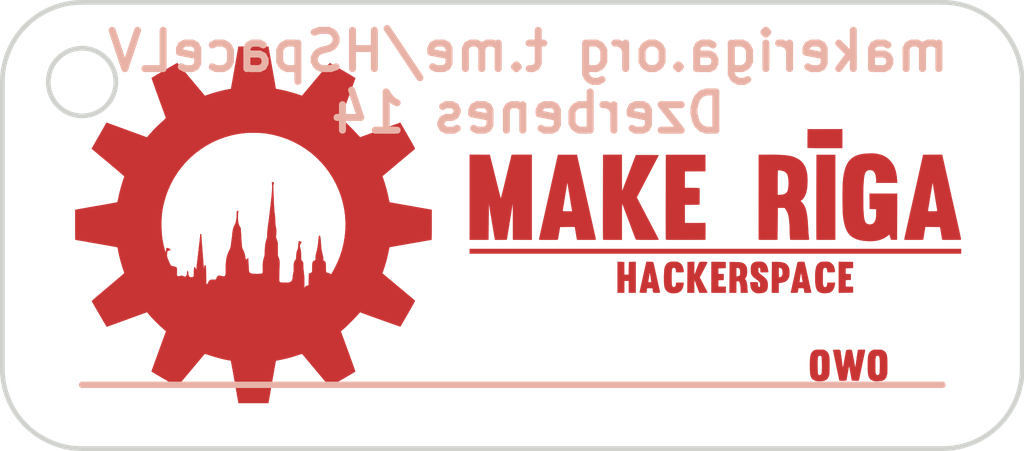
<source format=kicad_pcb>
(kicad_pcb (version 20171130) (host pcbnew 5.1.5+dfsg1-2build2)

  (general
    (thickness 1.6)
    (drawings 11)
    (tracks 0)
    (zones 0)
    (modules 2)
    (nets 1)
  )

  (page A4)
  (layers
    (0 F.Cu signal)
    (31 B.Cu signal)
    (32 B.Adhes user)
    (33 F.Adhes user)
    (34 B.Paste user)
    (35 F.Paste user)
    (36 B.SilkS user)
    (37 F.SilkS user)
    (38 B.Mask user)
    (39 F.Mask user)
    (40 Dwgs.User user)
    (41 Cmts.User user)
    (42 Eco1.User user)
    (43 Eco2.User user)
    (44 Edge.Cuts user)
    (45 Margin user)
    (46 B.CrtYd user)
    (47 F.CrtYd user)
    (48 B.Fab user)
    (49 F.Fab user)
  )

  (setup
    (last_trace_width 0.25)
    (trace_clearance 0.2)
    (zone_clearance 0.508)
    (zone_45_only no)
    (trace_min 0.2)
    (via_size 0.6)
    (via_drill 0.4)
    (via_min_size 0.4)
    (via_min_drill 0.3)
    (uvia_size 0.3)
    (uvia_drill 0.1)
    (uvias_allowed no)
    (uvia_min_size 0.2)
    (uvia_min_drill 0.1)
    (edge_width 0.15)
    (segment_width 0.2)
    (pcb_text_width 0.3)
    (pcb_text_size 1.5 1.5)
    (mod_edge_width 0.15)
    (mod_text_size 1 1)
    (mod_text_width 0.15)
    (pad_size 1.524 1.524)
    (pad_drill 0.762)
    (pad_to_mask_clearance 0.2)
    (aux_axis_origin 64.75 20.5)
    (grid_origin 64.75 20.5)
    (visible_elements 7FFFFFFF)
    (pcbplotparams
      (layerselection 0x010f0_80000001)
      (usegerberextensions true)
      (usegerberattributes true)
      (usegerberadvancedattributes false)
      (creategerberjobfile false)
      (excludeedgelayer true)
      (linewidth 0.200000)
      (plotframeref false)
      (viasonmask false)
      (mode 1)
      (useauxorigin true)
      (hpglpennumber 1)
      (hpglpenspeed 20)
      (hpglpendiameter 15.000000)
      (psnegative false)
      (psa4output false)
      (plotreference false)
      (plotvalue false)
      (plotinvisibletext false)
      (padsonsilk false)
      (subtractmaskfromsilk false)
      (outputformat 1)
      (mirror false)
      (drillshape 0)
      (scaleselection 1)
      (outputdirectory "gerbers/"))
  )

  (net 0 "")

  (net_class Default "This is the default net class."
    (clearance 0.2)
    (trace_width 0.25)
    (via_dia 0.6)
    (via_drill 0.4)
    (uvia_dia 0.3)
    (uvia_drill 0.1)
  )

  (module makeriga_keychain:makeriga_logo_30x13mm_mask (layer F.Cu) (tedit 5F8135D2) (tstamp 5F8130EF)
    (at 49.25 27.5)
    (fp_text reference G*** (at 0 0) (layer F.Cu) hide
      (effects (font (size 1.524 1.524) (thickness 0.3)))
    )
    (fp_text value LOGO (at 0.75 0) (layer F.Cu) hide
      (effects (font (size 1.524 1.524) (thickness 0.3)))
    )
    (fp_poly (pts (xy 9.8552 -2.429934) (xy 9.313068 -2.429934) (xy 9.199392 -2.429998) (xy 9.101617 -2.430205)
      (xy 9.018714 -2.430574) (xy 8.94965 -2.431125) (xy 8.893394 -2.431878) (xy 8.848917 -2.432855)
      (xy 8.815185 -2.434073) (xy 8.791169 -2.435555) (xy 8.775837 -2.437319) (xy 8.768158 -2.439387)
      (xy 8.766851 -2.440577) (xy 8.765941 -2.451323) (xy 8.765234 -2.476944) (xy 8.764741 -2.515381)
      (xy 8.764477 -2.564578) (xy 8.764453 -2.622476) (xy 8.764683 -2.687018) (xy 8.765 -2.734794)
      (xy 8.767234 -3.018367) (xy 9.8552 -3.022725) (xy 9.8552 -2.429934)) (layer F.Mask) (width 0.01))
    (fp_poly (pts (xy 13.000132 -2.156991) (xy 13.008913 -2.118441) (xy 13.019321 -2.072216) (xy 13.02936 -2.027182)
      (xy 13.031103 -2.0193) (xy 13.040444 -1.977638) (xy 13.050214 -1.93508) (xy 13.058631 -1.899364)
      (xy 13.060342 -1.8923) (xy 13.06865 -1.857032) (xy 13.076533 -1.821528) (xy 13.080298 -1.8034)
      (xy 13.08565 -1.777608) (xy 13.093423 -1.741641) (xy 13.102243 -1.701828) (xy 13.105589 -1.686984)
      (xy 13.116195 -1.639991) (xy 13.128006 -1.587386) (xy 13.138731 -1.539372) (xy 13.140267 -1.532467)
      (xy 13.150596 -1.48624) (xy 13.162421 -1.433705) (xy 13.173444 -1.385058) (xy 13.175064 -1.37795)
      (xy 13.184541 -1.336064) (xy 13.194065 -1.293421) (xy 13.20197 -1.257487) (xy 13.203841 -1.248834)
      (xy 13.212957 -1.206798) (xy 13.224199 -1.15559) (xy 13.236925 -1.098062) (xy 13.250497 -1.037066)
      (xy 13.264275 -0.975454) (xy 13.277621 -0.916078) (xy 13.289893 -0.86179) (xy 13.300454 -0.815442)
      (xy 13.308664 -0.779885) (xy 13.313883 -0.757972) (xy 13.313934 -0.757767) (xy 13.318897 -0.736934)
      (xy 13.326956 -0.702042) (xy 13.337549 -0.655567) (xy 13.350116 -0.599983) (xy 13.364097 -0.537767)
      (xy 13.378929 -0.471393) (xy 13.385858 -0.440267) (xy 13.403534 -0.360869) (xy 13.423799 -0.270052)
      (xy 13.44551 -0.172915) (xy 13.467528 -0.074555) (xy 13.488713 0.019929) (xy 13.507922 0.105439)
      (xy 13.509916 0.1143) (xy 13.525152 0.182506) (xy 13.539158 0.246157) (xy 13.551499 0.303195)
      (xy 13.561736 0.351559) (xy 13.569434 0.38919) (xy 13.574154 0.414029) (xy 13.575494 0.423333)
      (xy 13.5763 0.444499) (xy 13.288971 0.446731) (xy 13.220798 0.447075) (xy 13.158035 0.447035)
      (xy 13.102686 0.446641) (xy 13.056754 0.445922) (xy 13.022241 0.444906) (xy 13.00115 0.443622)
      (xy 12.995341 0.442497) (xy 12.991967 0.432353) (xy 12.98663 0.408381) (xy 12.979901 0.373498)
      (xy 12.972351 0.330618) (xy 12.966712 0.296333) (xy 12.958361 0.244671) (xy 12.95004 0.194244)
      (xy 12.942485 0.149432) (xy 12.936431 0.114618) (xy 12.934059 0.1016) (xy 12.923734 0.046566)
      (xy 12.689639 0.044317) (xy 12.455544 0.042067) (xy 12.449852 0.082417) (xy 12.445525 0.111042)
      (xy 12.439466 0.148607) (xy 12.432923 0.187385) (xy 12.432383 0.190499) (xy 12.425581 0.230824)
      (xy 12.417696 0.279385) (xy 12.410104 0.327666) (xy 12.407774 0.342899) (xy 12.401981 0.379731)
      (xy 12.396712 0.410746) (xy 12.392691 0.431802) (xy 12.391104 0.438149) (xy 12.386286 0.44112)
      (xy 12.373305 0.443523) (xy 12.350816 0.445405) (xy 12.317471 0.446816) (xy 12.271923 0.447803)
      (xy 12.212825 0.448415) (xy 12.13883 0.448699) (xy 12.094899 0.448733) (xy 12.015717 0.44865)
      (xy 11.951892 0.448359) (xy 11.901849 0.447791) (xy 11.864012 0.446881) (xy 11.836806 0.445562)
      (xy 11.818654 0.443767) (xy 11.807983 0.44143) (xy 11.803215 0.438483) (xy 11.802533 0.436366)
      (xy 11.804337 0.423956) (xy 11.809288 0.398417) (xy 11.816694 0.363112) (xy 11.825865 0.321402)
      (xy 11.82906 0.307249) (xy 11.840295 0.257577) (xy 11.851686 0.206832) (xy 11.861956 0.160726)
      (xy 11.869828 0.124968) (xy 11.870308 0.122766) (xy 11.876298 0.095532) (xy 11.885318 0.054949)
      (xy 11.896661 0.004181) (xy 11.909617 -0.053605) (xy 11.92348 -0.115244) (xy 11.933767 -0.160867)
      (xy 11.947845 -0.22332) (xy 11.961537 -0.284232) (xy 11.974135 -0.340436) (xy 11.98493 -0.388768)
      (xy 11.993213 -0.426062) (xy 11.997267 -0.4445) (xy 12.003268 -0.471734) (xy 12.004838 -0.478792)
      (xy 12.540622 -0.478792) (xy 12.540843 -0.460529) (xy 12.547619 -0.449059) (xy 12.562989 -0.44284)
      (xy 12.58899 -0.44033) (xy 12.627658 -0.439985) (xy 12.68103 -0.440264) (xy 12.685889 -0.440267)
      (xy 12.733974 -0.440491) (xy 12.77592 -0.44111) (xy 12.808905 -0.44205) (xy 12.830103 -0.443234)
      (xy 12.836714 -0.444337) (xy 12.837422 -0.45469) (xy 12.834752 -0.481061) (xy 12.828683 -0.523588)
      (xy 12.819196 -0.58241) (xy 12.806271 -0.657665) (xy 12.805791 -0.6604) (xy 12.800583 -0.690781)
      (xy 12.79333 -0.734122) (xy 12.784652 -0.786662) (xy 12.775169 -0.844638) (xy 12.765502 -0.904289)
      (xy 12.763191 -0.918634) (xy 12.747589 -1.015581) (xy 12.734436 -1.097118) (xy 12.723501 -1.164553)
      (xy 12.714556 -1.219197) (xy 12.707369 -1.262358) (xy 12.701712 -1.295346) (xy 12.697354 -1.31947)
      (xy 12.694065 -1.336039) (xy 12.691616 -1.346364) (xy 12.689777 -1.351754) (xy 12.688317 -1.353517)
      (xy 12.687008 -1.352963) (xy 12.686956 -1.352912) (xy 12.685605 -1.34827) (xy 12.68298 -1.335254)
      (xy 12.678924 -1.312931) (xy 12.673282 -1.280365) (xy 12.665896 -1.236623) (xy 12.656611 -1.18077)
      (xy 12.64527 -1.111871) (xy 12.631716 -1.028993) (xy 12.615794 -0.931202) (xy 12.598633 -0.8255)
      (xy 12.588437 -0.762868) (xy 12.578371 -0.701458) (xy 12.568989 -0.644624) (xy 12.560847 -0.595718)
      (xy 12.554499 -0.558093) (xy 12.551702 -0.541867) (xy 12.544921 -0.50539) (xy 12.540622 -0.478792)
      (xy 12.004838 -0.478792) (xy 12.012299 -0.512318) (xy 12.02365 -0.563086) (xy 12.036613 -0.620873)
      (xy 12.050479 -0.682512) (xy 12.060767 -0.728134) (xy 12.074845 -0.790587) (xy 12.088537 -0.851498)
      (xy 12.101135 -0.907703) (xy 12.11193 -0.956035) (xy 12.120213 -0.993328) (xy 12.124267 -1.011767)
      (xy 12.130268 -1.039001) (xy 12.139299 -1.079585) (xy 12.15065 -1.130353) (xy 12.163613 -1.188139)
      (xy 12.177479 -1.249779) (xy 12.187767 -1.2954) (xy 12.201845 -1.357853) (xy 12.215537 -1.418765)
      (xy 12.228135 -1.474969) (xy 12.23893 -1.523301) (xy 12.247213 -1.560595) (xy 12.251267 -1.579034)
      (xy 12.25727 -1.606267) (xy 12.266305 -1.646849) (xy 12.277664 -1.697616) (xy 12.290636 -1.7554)
      (xy 12.304514 -1.817038) (xy 12.314812 -1.862667) (xy 12.328873 -1.925113) (xy 12.342496 -1.986018)
      (xy 12.354979 -2.042219) (xy 12.365624 -2.090549) (xy 12.373727 -2.127845) (xy 12.377639 -2.1463)
      (xy 12.391681 -2.214034) (xy 12.688836 -2.216258) (xy 12.98599 -2.218482) (xy 13.000132 -2.156991)) (layer F.Mask) (width 0.01))
    (fp_poly (pts (xy 9.630834 0.444499) (xy 9.340627 0.446728) (xy 9.259333 0.447224) (xy 9.193564 0.447311)
      (xy 9.141915 0.44695) (xy 9.102981 0.446098) (xy 9.075357 0.444716) (xy 9.05764 0.442764)
      (xy 9.048424 0.440201) (xy 9.046353 0.438261) (xy 9.04591 0.42873) (xy 9.045508 0.403183)
      (xy 9.045148 0.362538) (xy 9.044831 0.307712) (xy 9.044559 0.239621) (xy 9.044334 0.159184)
      (xy 9.044155 0.067319) (xy 9.044026 -0.035059) (xy 9.043946 -0.147031) (xy 9.043917 -0.26768)
      (xy 9.043942 -0.396088) (xy 9.04402 -0.531339) (xy 9.044153 -0.672515) (xy 9.044343 -0.818698)
      (xy 9.044459 -0.893234) (xy 9.046634 -2.214034) (xy 9.630834 -2.214034) (xy 9.630834 0.444499)) (layer F.Mask) (width 0.01))
    (fp_poly (pts (xy 7.778516 -2.215827) (xy 7.890731 -2.212581) (xy 7.98993 -2.207282) (xy 8.077392 -2.199821)
      (xy 8.154392 -2.190088) (xy 8.222208 -2.177972) (xy 8.282116 -2.163363) (xy 8.335393 -2.14615)
      (xy 8.338322 -2.145064) (xy 8.431125 -2.104081) (xy 8.511544 -2.054714) (xy 8.579998 -1.996226)
      (xy 8.636907 -1.92788) (xy 8.682691 -1.84894) (xy 8.717768 -1.758669) (xy 8.742558 -1.656329)
      (xy 8.757481 -1.541184) (xy 8.762956 -1.412497) (xy 8.763 -1.399006) (xy 8.758698 -1.269699)
      (xy 8.745854 -1.153668) (xy 8.724558 -1.051191) (xy 8.694903 -0.962546) (xy 8.656981 -0.88801)
      (xy 8.610882 -0.82786) (xy 8.560084 -0.784622) (xy 8.5392 -0.770538) (xy 8.578339 -0.730286)
      (xy 8.615299 -0.687899) (xy 8.647627 -0.640861) (xy 8.675659 -0.587826) (xy 8.699733 -0.527452)
      (xy 8.720185 -0.458394) (xy 8.737352 -0.379309) (xy 8.75157 -0.288853) (xy 8.763177 -0.185683)
      (xy 8.772509 -0.068453) (xy 8.779904 0.064178) (xy 8.780453 0.0762) (xy 8.783642 0.138283)
      (xy 8.787517 0.199922) (xy 8.79179 0.257351) (xy 8.796172 0.306806) (xy 8.800374 0.344523)
      (xy 8.801853 0.354929) (xy 8.806525 0.390107) (xy 8.808839 0.418979) (xy 8.808548 0.437495)
      (xy 8.80716 0.441827) (xy 8.797283 0.443454) (xy 8.772488 0.444821) (xy 8.734786 0.445893)
      (xy 8.68619 0.446639) (xy 8.628714 0.447024) (xy 8.56437 0.447014) (xy 8.513302 0.446731)
      (xy 8.22658 0.444499) (xy 8.219484 0.419099) (xy 8.217368 0.403831) (xy 8.215145 0.37424)
      (xy 8.212941 0.332938) (xy 8.210881 0.282535) (xy 8.209089 0.225641) (xy 8.207945 0.177799)
      (xy 8.204275 0.053438) (xy 8.198646 -0.055213) (xy 8.190943 -0.149279) (xy 8.181049 -0.229881)
      (xy 8.168849 -0.298144) (xy 8.154228 -0.355189) (xy 8.15255 -0.360567) (xy 8.135814 -0.405763)
      (xy 8.114845 -0.451388) (xy 8.091932 -0.493249) (xy 8.069365 -0.527154) (xy 8.049954 -0.548485)
      (xy 8.03772 -0.553451) (xy 8.014387 -0.5564) (xy 7.977971 -0.557475) (xy 7.932076 -0.556952)
      (xy 7.827434 -0.554567) (xy 7.8232 -0.055034) (xy 7.818967 0.444499) (xy 7.528761 0.446728)
      (xy 7.447467 0.447224) (xy 7.381697 0.447311) (xy 7.330048 0.44695) (xy 7.291114 0.446098)
      (xy 7.263491 0.444716) (xy 7.245773 0.442764) (xy 7.236557 0.440201) (xy 7.234486 0.438261)
      (xy 7.234043 0.42873) (xy 7.233641 0.403183) (xy 7.233281 0.362538) (xy 7.232964 0.307712)
      (xy 7.232693 0.239621) (xy 7.232467 0.159184) (xy 7.232289 0.067319) (xy 7.232159 -0.035059)
      (xy 7.232079 -0.147031) (xy 7.232051 -0.26768) (xy 7.232075 -0.396088) (xy 7.232153 -0.531339)
      (xy 7.232286 -0.672515) (xy 7.232476 -0.818698) (xy 7.232592 -0.893234) (xy 7.233329 -1.341017)
      (xy 7.8232 -1.341017) (xy 7.8232 -0.954302) (xy 7.909984 -0.958921) (xy 7.968175 -0.963964)
      (xy 8.01185 -0.972295) (xy 8.034867 -0.980248) (xy 8.074241 -1.00164) (xy 8.105799 -1.028821)
      (xy 8.130221 -1.063534) (xy 8.148187 -1.107524) (xy 8.160377 -1.162535) (xy 8.167469 -1.230312)
      (xy 8.170144 -1.3126) (xy 8.170208 -1.327596) (xy 8.168072 -1.416789) (xy 8.161076 -1.491222)
      (xy 8.148618 -1.552521) (xy 8.130097 -1.602315) (xy 8.104913 -1.64223) (xy 8.072465 -1.673896)
      (xy 8.033333 -1.698344) (xy 8.006815 -1.708708) (xy 7.971592 -1.718393) (xy 7.932443 -1.726563)
      (xy 7.894143 -1.732383) (xy 7.861471 -1.73502) (xy 7.839204 -1.733637) (xy 7.836335 -1.732772)
      (xy 7.833216 -1.730051) (xy 7.830625 -1.723548) (xy 7.828515 -1.711839) (xy 7.826839 -1.693501)
      (xy 7.825548 -1.667111) (xy 7.824594 -1.631247) (xy 7.823931 -1.584483) (xy 7.823509 -1.525399)
      (xy 7.823283 -1.452569) (xy 7.823203 -1.364572) (xy 7.8232 -1.341017) (xy 7.233329 -1.341017)
      (xy 7.234767 -2.214034) (xy 7.509934 -2.216606) (xy 7.652009 -2.217133) (xy 7.778516 -2.215827)) (layer F.Mask) (width 0.01))
    (fp_poly (pts (xy 5.558367 -1.706034) (xy 5.236634 -1.7018) (xy 4.9149 -1.697567) (xy 4.910422 -1.176867)
      (xy 5.132794 -1.176738) (xy 5.192863 -1.176453) (xy 5.247596 -1.175716) (xy 5.294639 -1.174599)
      (xy 5.331634 -1.173171) (xy 5.356226 -1.171502) (xy 5.365879 -1.169809) (xy 5.369052 -1.164108)
      (xy 5.37149 -1.150521) (xy 5.373242 -1.127547) (xy 5.374357 -1.093687) (xy 5.374883 -1.047439)
      (xy 5.374869 -0.987304) (xy 5.374365 -0.91178) (xy 5.374345 -0.909588) (xy 5.3721 -0.656167)
      (xy 5.141273 -0.653914) (xy 4.910445 -0.651661) (xy 4.912673 -0.363532) (xy 4.9149 -0.075403)
      (xy 5.234308 -0.075992) (xy 5.553715 -0.076581) (xy 5.558415 -0.057341) (xy 5.559551 -0.044104)
      (xy 5.560421 -0.016289) (xy 5.561005 0.023747) (xy 5.561283 0.073652) (xy 5.561231 0.13107)
      (xy 5.560831 0.193647) (xy 5.560741 0.203199) (xy 5.558367 0.444499) (xy 4.942172 0.446672)
      (xy 4.820713 0.447045) (xy 4.71521 0.447241) (xy 4.624685 0.447248) (xy 4.548161 0.44705)
      (xy 4.48466 0.446636) (xy 4.433207 0.445992) (xy 4.392822 0.445103) (xy 4.362531 0.443958)
      (xy 4.341354 0.442543) (xy 4.328316 0.440844) (xy 4.322438 0.438848) (xy 4.321931 0.438205)
      (xy 4.321491 0.42868) (xy 4.321091 0.40314) (xy 4.320733 0.362501) (xy 4.320419 0.307681)
      (xy 4.320149 0.239596) (xy 4.319925 0.159165) (xy 4.319749 0.067304) (xy 4.31962 -0.035068)
      (xy 4.319542 -0.147036) (xy 4.319515 -0.267681) (xy 4.31954 -0.396086) (xy 4.319619 -0.531333)
      (xy 4.319753 -0.672507) (xy 4.319943 -0.818688) (xy 4.320059 -0.893234) (xy 4.322234 -2.214034)
      (xy 5.558367 -2.214034) (xy 5.558367 -1.706034)) (layer F.Mask) (width 0.01))
    (fp_poly (pts (xy 2.937934 -1.646877) (xy 2.938025 -1.550197) (xy 2.938289 -1.458661) (xy 2.938711 -1.373648)
      (xy 2.939275 -1.296537) (xy 2.939966 -1.228708) (xy 2.940768 -1.171539) (xy 2.941666 -1.126412)
      (xy 2.942645 -1.094704) (xy 2.94369 -1.077796) (xy 2.944284 -1.075304) (xy 2.949739 -1.08274)
      (xy 2.959122 -1.102661) (xy 2.970849 -1.13154) (xy 2.977515 -1.149388) (xy 2.990092 -1.183585)
      (xy 3.006948 -1.228787) (xy 3.026282 -1.280195) (xy 3.046292 -1.333011) (xy 3.056161 -1.3589)
      (xy 3.084337 -1.432748) (xy 3.111355 -1.503776) (xy 3.136102 -1.569042) (xy 3.15746 -1.625599)
      (xy 3.174314 -1.670504) (xy 3.179665 -1.684867) (xy 3.18695 -1.704198) (xy 3.198721 -1.735117)
      (xy 3.21337 -1.77341) (xy 3.22929 -1.814867) (xy 3.229764 -1.8161) (xy 3.248562 -1.86529)
      (xy 3.270416 -1.923002) (xy 3.292545 -1.981864) (xy 3.311237 -2.032) (xy 3.327703 -2.076007)
      (xy 3.343315 -2.117009) (xy 3.356553 -2.151059) (xy 3.365894 -2.174211) (xy 3.367537 -2.178051)
      (xy 3.381459 -2.209801) (xy 3.73543 -2.209801) (xy 3.810998 -2.20968) (xy 3.88105 -2.209337)
      (xy 3.943833 -2.208796) (xy 3.997595 -2.208083) (xy 4.04058 -2.207225) (xy 4.071038 -2.206246)
      (xy 4.087214 -2.205174) (xy 4.0894 -2.204595) (xy 4.085674 -2.195711) (xy 4.075366 -2.174449)
      (xy 4.059781 -2.143415) (xy 4.040221 -2.105216) (xy 4.024795 -2.075479) (xy 3.97392 -1.97793)
      (xy 3.930068 -1.893914) (xy 3.892461 -1.821939) (xy 3.860317 -1.760511) (xy 3.832855 -1.708136)
      (xy 3.818405 -1.680634) (xy 3.800067 -1.645622) (xy 3.776503 -1.600423) (xy 3.750243 -1.5499)
      (xy 3.723816 -1.498917) (xy 3.712705 -1.477434) (xy 3.687006 -1.427801) (xy 3.66034 -1.376472)
      (xy 3.63524 -1.328311) (xy 3.614239 -1.288182) (xy 3.606902 -1.274234) (xy 3.583333 -1.229381)
      (xy 3.55415 -1.17361) (xy 3.521506 -1.11105) (xy 3.487554 -1.04583) (xy 3.454444 -0.982078)
      (xy 3.429422 -0.933771) (xy 3.402218 -0.881175) (xy 3.476252 -0.739038) (xy 3.501329 -0.690962)
      (xy 3.525371 -0.644996) (xy 3.546634 -0.604464) (xy 3.563374 -0.572693) (xy 3.573007 -0.554567)
      (xy 3.584011 -0.533769) (xy 3.601121 -0.501062) (xy 3.6227 -0.459597) (xy 3.647107 -0.412524)
      (xy 3.672704 -0.362993) (xy 3.674334 -0.359834) (xy 3.699982 -0.310244) (xy 3.724592 -0.262914)
      (xy 3.746515 -0.220995) (xy 3.764102 -0.187638) (xy 3.775704 -0.165995) (xy 3.776195 -0.1651)
      (xy 3.788112 -0.142986) (xy 3.805872 -0.109496) (xy 3.827544 -0.068297) (xy 3.851194 -0.023058)
      (xy 3.865392 0.004233) (xy 3.891991 0.055383) (xy 3.923528 0.115904) (xy 3.957069 0.180173)
      (xy 3.989681 0.242568) (xy 4.010367 0.282086) (xy 4.034427 0.328387) (xy 4.055536 0.369728)
      (xy 4.072505 0.403721) (xy 4.084143 0.427976) (xy 4.089263 0.440106) (xy 4.0894 0.440836)
      (xy 4.081292 0.443123) (xy 4.058389 0.44504) (xy 4.022829 0.446594) (xy 3.976747 0.447794)
      (xy 3.922277 0.448647) (xy 3.861557 0.449163) (xy 3.79672 0.449347) (xy 3.729904 0.44921)
      (xy 3.663243 0.448759) (xy 3.598873 0.448002) (xy 3.53893 0.446946) (xy 3.485548 0.445602)
      (xy 3.440865 0.443975) (xy 3.407014 0.442075) (xy 3.386133 0.439909) (xy 3.380292 0.438149)
      (xy 3.374119 0.426333) (xy 3.363705 0.402195) (xy 3.350546 0.369344) (xy 3.337269 0.334433)
      (xy 3.323651 0.297872) (xy 3.305559 0.249476) (xy 3.284495 0.193252) (xy 3.261962 0.13321)
      (xy 3.239461 0.073356) (xy 3.234157 0.059266) (xy 3.211291 -0.001467) (xy 3.187451 -0.064793)
      (xy 3.164295 -0.126299) (xy 3.143484 -0.181578) (xy 3.126679 -0.22622) (xy 3.124189 -0.232834)
      (xy 3.10666 -0.279367) (xy 3.085252 -0.336139) (xy 3.062079 -0.397549) (xy 3.039254 -0.458)
      (xy 3.02676 -0.491067) (xy 3.008393 -0.539736) (xy 2.991538 -0.584526) (xy 2.977337 -0.622394)
      (xy 2.96693 -0.650298) (xy 2.96166 -0.664634) (xy 2.953025 -0.685051) (xy 2.945245 -0.698077)
      (xy 2.943977 -0.691251) (xy 2.942786 -0.668746) (xy 2.941689 -0.631817) (xy 2.9407 -0.58172)
      (xy 2.939837 -0.519709) (xy 2.939115 -0.447039) (xy 2.93855 -0.364965) (xy 2.938159 -0.274742)
      (xy 2.937958 -0.177624) (xy 2.937934 -0.128694) (xy 2.937934 0.448733) (xy 2.645568 0.448733)
      (xy 2.563423 0.448597) (xy 2.496864 0.448158) (xy 2.444542 0.447366) (xy 2.405112 0.446175)
      (xy 2.377226 0.444537) (xy 2.359538 0.442402) (xy 2.350702 0.439723) (xy 2.349177 0.438149)
      (xy 2.348738 0.428631) (xy 2.348341 0.403097) (xy 2.347985 0.362464) (xy 2.347673 0.30765)
      (xy 2.347405 0.239571) (xy 2.347183 0.159146) (xy 2.347009 0.06729) (xy 2.346882 -0.035078)
      (xy 2.346805 -0.147041) (xy 2.346779 -0.267681) (xy 2.346805 -0.396083) (xy 2.346885 -0.531328)
      (xy 2.347019 -0.672499) (xy 2.347209 -0.818679) (xy 2.347326 -0.893234) (xy 2.3495 -2.214034)
      (xy 2.643717 -2.21626) (xy 2.937934 -2.218487) (xy 2.937934 -1.646877)) (layer F.Mask) (width 0.01))
    (fp_poly (pts (xy 1.537356 -2.167467) (xy 1.541916 -2.146427) (xy 1.549587 -2.111702) (xy 1.559739 -2.066121)
      (xy 1.571738 -2.012513) (xy 1.584954 -1.953707) (xy 1.595939 -1.905) (xy 1.610024 -1.842549)
      (xy 1.623723 -1.781638) (xy 1.636327 -1.725434) (xy 1.647126 -1.677102) (xy 1.655412 -1.639808)
      (xy 1.659467 -1.621367) (xy 1.665468 -1.594133) (xy 1.674499 -1.553549) (xy 1.68585 -1.502781)
      (xy 1.698813 -1.444995) (xy 1.712679 -1.383356) (xy 1.722967 -1.337734) (xy 1.737045 -1.275281)
      (xy 1.750737 -1.214369) (xy 1.763335 -1.158165) (xy 1.77413 -1.109833) (xy 1.782413 -1.072539)
      (xy 1.786467 -1.0541) (xy 1.792468 -1.026867) (xy 1.801499 -0.986283) (xy 1.81285 -0.935515)
      (xy 1.825813 -0.877728) (xy 1.839679 -0.816089) (xy 1.849967 -0.770467) (xy 1.864045 -0.708014)
      (xy 1.877737 -0.647103) (xy 1.890335 -0.590898) (xy 1.90113 -0.542566) (xy 1.909413 -0.505273)
      (xy 1.913467 -0.486834) (xy 1.919476 -0.459604) (xy 1.928529 -0.419027) (xy 1.939915 -0.368267)
      (xy 1.952924 -0.31049) (xy 1.966844 -0.248859) (xy 1.977184 -0.2032) (xy 1.991322 -0.140755)
      (xy 2.005072 -0.079849) (xy 2.017721 -0.023649) (xy 2.028559 0.024681) (xy 2.036874 0.061977)
      (xy 2.040946 0.080433) (xy 2.049975 0.121377) (xy 2.060799 0.169931) (xy 2.071432 0.217199)
      (xy 2.074016 0.228599) (xy 2.088448 0.292492) (xy 2.099403 0.341849) (xy 2.107281 0.378617)
      (xy 2.112488 0.404743) (xy 2.115425 0.422173) (xy 2.116496 0.432855) (xy 2.11652 0.433916)
      (xy 2.115631 0.437884) (xy 2.111778 0.441076) (xy 2.103309 0.443575) (xy 2.088573 0.445465)
      (xy 2.065919 0.446831) (xy 2.033697 0.447756) (xy 1.990255 0.448324) (xy 1.933942 0.448618)
      (xy 1.863108 0.448724) (xy 1.825137 0.448733) (xy 1.746954 0.448682) (xy 1.684028 0.448475)
      (xy 1.634682 0.448026) (xy 1.59724 0.447252) (xy 1.570026 0.446069) (xy 1.551362 0.444393)
      (xy 1.539573 0.44214) (xy 1.532982 0.439226) (xy 1.529912 0.435567) (xy 1.529306 0.433916)
      (xy 1.526264 0.419671) (xy 1.521453 0.392926) (xy 1.515613 0.35793) (xy 1.511216 0.330199)
      (xy 1.503919 0.284334) (xy 1.49598 0.236316) (xy 1.488673 0.19379) (xy 1.485806 0.177799)
      (xy 1.479199 0.140864) (xy 1.473051 0.105075) (xy 1.468692 0.078184) (xy 1.4632 0.042068)
      (xy 0.996404 0.046566) (xy 0.964499 0.235667) (xy 0.955098 0.290736) (xy 0.946384 0.340561)
      (xy 0.93882 0.382588) (xy 0.932869 0.414265) (xy 0.928995 0.433038) (xy 0.927997 0.43675)
      (xy 0.924382 0.440046) (xy 0.91528 0.442699) (xy 0.899111 0.444773) (xy 0.874296 0.446333)
      (xy 0.839257 0.447443) (xy 0.792416 0.44817) (xy 0.732192 0.448576) (xy 0.657008 0.448727)
      (xy 0.635766 0.448733) (xy 0.567682 0.448553) (xy 0.505122 0.44804) (xy 0.450066 0.44724)
      (xy 0.404494 0.446193) (xy 0.370386 0.444944) (xy 0.349722 0.443536) (xy 0.344225 0.442383)
      (xy 0.343495 0.436621) (xy 0.344835 0.423643) (xy 0.348563 0.401832) (xy 0.354997 0.369567)
      (xy 0.364455 0.325228) (xy 0.377257 0.267198) (xy 0.388752 0.215899) (xy 0.417728 0.087097)
      (xy 0.448029 -0.047688) (xy 0.478847 -0.184858) (xy 0.509374 -0.320813) (xy 0.538022 -0.448487)
      (xy 1.08047 -0.448487) (xy 1.080817 -0.446617) (xy 1.090148 -0.444557) (xy 1.113608 -0.442777)
      (xy 1.148395 -0.441391) (xy 1.191704 -0.440519) (xy 1.233144 -0.440267) (xy 1.381555 -0.440267)
      (xy 1.376086 -0.47625) (xy 1.37173 -0.503066) (xy 1.365565 -0.538791) (xy 1.358925 -0.575696)
      (xy 1.358918 -0.575734) (xy 1.353562 -0.606248) (xy 1.346427 -0.648959) (xy 1.338254 -0.699318)
      (xy 1.329786 -0.752776) (xy 1.325069 -0.783167) (xy 1.317191 -0.833733) (xy 1.309605 -0.88131)
      (xy 1.30292 -0.922156) (xy 1.297747 -0.952525) (xy 1.295419 -0.9652) (xy 1.29177 -0.985354)
      (xy 1.286044 -1.018943) (xy 1.278785 -1.062676) (xy 1.270541 -1.113259) (xy 1.261856 -1.1674)
      (xy 1.261024 -1.172634) (xy 1.252563 -1.224365) (xy 1.244569 -1.270395) (xy 1.237538 -1.308098)
      (xy 1.231962 -1.334846) (xy 1.228337 -1.348012) (xy 1.227885 -1.348789) (xy 1.22373 -1.344948)
      (xy 1.219225 -1.328084) (xy 1.21594 -1.306456) (xy 1.211275 -1.272009) (xy 1.204704 -1.230425)
      (xy 1.198218 -1.1938) (xy 1.193543 -1.167787) (xy 1.186744 -1.128153) (xy 1.178336 -1.078005)
      (xy 1.168838 -1.020447) (xy 1.158765 -0.958586) (xy 1.150975 -0.910167) (xy 1.140195 -0.842908)
      (xy 1.129069 -0.773705) (xy 1.118253 -0.706622) (xy 1.108404 -0.645722) (xy 1.100177 -0.595068)
      (xy 1.096327 -0.5715) (xy 1.089616 -0.52853) (xy 1.084474 -0.491585) (xy 1.081293 -0.463845)
      (xy 1.08047 -0.448487) (xy 0.538022 -0.448487) (xy 0.538801 -0.451958) (xy 0.566322 -0.574693)
      (xy 0.591129 -0.685422) (xy 0.5969 -0.7112) (xy 0.615993 -0.796494) (xy 0.637554 -0.892807)
      (xy 0.66035 -0.994636) (xy 0.683151 -1.096475) (xy 0.704722 -1.19282) (xy 0.723833 -1.278166)
      (xy 0.7239 -1.278467) (xy 0.742996 -1.36376) (xy 0.764553 -1.460072) (xy 0.787339 -1.5619)
      (xy 0.810124 -1.663738) (xy 0.831674 -1.760083) (xy 0.85076 -1.845429) (xy 0.850828 -1.845734)
      (xy 0.866271 -1.914653) (xy 0.880989 -1.980042) (xy 0.894463 -2.039617) (xy 0.906173 -2.091095)
      (xy 0.915601 -2.132193) (xy 0.922228 -2.160627) (xy 0.924904 -2.171701) (xy 0.935567 -2.214034)
      (xy 1.52754 -2.214034) (xy 1.537356 -2.167467)) (layer F.Mask) (width 0.01))
    (fp_poly (pts (xy -1.522117 -2.216254) (xy -1.206967 -2.214034) (xy -1.129779 -1.905) (xy -1.109897 -1.825262)
      (xy -1.086988 -1.733139) (xy -1.062056 -1.632695) (xy -1.036109 -1.527992) (xy -1.010154 -1.423092)
      (xy -0.985196 -1.322056) (xy -0.962243 -1.228947) (xy -0.960886 -1.223434) (xy -0.941892 -1.146629)
      (xy -0.923979 -1.074871) (xy -0.907577 -1.009839) (xy -0.893117 -0.953206) (xy -0.881029 -0.90665)
      (xy -0.871744 -0.871847) (xy -0.865692 -0.850473) (xy -0.863464 -0.844164) (xy -0.861976 -0.843931)
      (xy -0.859902 -0.846735) (xy -0.85704 -0.853374) (xy -0.853189 -0.864644) (xy -0.848146 -0.88134)
      (xy -0.84171 -0.904259) (xy -0.83368 -0.934196) (xy -0.823853 -0.971949) (xy -0.812029 -1.018312)
      (xy -0.798004 -1.074083) (xy -0.781579 -1.140058) (xy -0.76255 -1.217031) (xy -0.740716 -1.305801)
      (xy -0.715876 -1.407162) (xy -0.687827 -1.521911) (xy -0.656369 -1.650844) (xy -0.621299 -1.794757)
      (xy -0.588269 -1.9304) (xy -0.572437 -1.995362) (xy -0.557806 -2.055255) (xy -0.544877 -2.10804)
      (xy -0.53415 -2.151681) (xy -0.526127 -2.184138) (xy -0.521306 -2.203373) (xy -0.520171 -2.207684)
      (xy -0.515661 -2.210556) (xy -0.503149 -2.212897) (xy -0.481327 -2.214753) (xy -0.448885 -2.216165)
      (xy -0.404515 -2.217179) (xy -0.346908 -2.217838) (xy -0.274756 -2.218184) (xy -0.203466 -2.218267)
      (xy 0.110067 -2.218267) (xy 0.110067 0.448952) (xy -0.18415 0.446726) (xy -0.478367 0.444499)
      (xy -0.478367 -0.133948) (xy -0.478421 -0.250291) (xy -0.478597 -0.350639) (xy -0.478912 -0.43593)
      (xy -0.479381 -0.507101) (xy -0.480024 -0.56509) (xy -0.480857 -0.610835) (xy -0.481898 -0.645274)
      (xy -0.483162 -0.669344) (xy -0.484669 -0.683984) (xy -0.486435 -0.69013) (xy -0.488478 -0.688721)
      (xy -0.488568 -0.688514) (xy -0.49618 -0.665747) (xy -0.499151 -0.648405) (xy -0.500596 -0.634932)
      (xy -0.504331 -0.607965) (xy -0.509852 -0.57071) (xy -0.516657 -0.526374) (xy -0.524244 -0.478166)
      (xy -0.532111 -0.42929) (xy -0.539754 -0.382956) (xy -0.546672 -0.342369) (xy -0.550333 -0.321734)
      (xy -0.554627 -0.296972) (xy -0.560846 -0.259694) (xy -0.568298 -0.214111) (xy -0.576292 -0.164438)
      (xy -0.580225 -0.1397) (xy -0.590909 -0.072347) (xy -0.601565 -0.005438) (xy -0.612744 0.064461)
      (xy -0.624997 0.140784) (xy -0.638873 0.226967) (xy -0.654847 0.325966) (xy -0.673987 0.444499)
      (xy -0.857491 0.446781) (xy -1.040995 0.449062) (xy -1.044812 0.429847) (xy -1.051563 0.394043)
      (xy -1.060215 0.345405) (xy -1.070112 0.287837) (xy -1.080595 0.225244) (xy -1.091009 0.161531)
      (xy -1.100695 0.100603) (xy -1.105773 0.067733) (xy -1.111483 0.031503) (xy -1.116662 0.000811)
      (xy -1.120547 -0.019922) (xy -1.121833 -0.0254) (xy -1.124727 -0.038962) (xy -1.129352 -0.064852)
      (xy -1.134938 -0.098651) (xy -1.138067 -0.118534) (xy -1.14191 -0.142667) (xy -1.147873 -0.179221)
      (xy -1.155553 -0.225792) (xy -1.164548 -0.279977) (xy -1.174452 -0.339373) (xy -1.184863 -0.401578)
      (xy -1.195376 -0.464188) (xy -1.205589 -0.524801) (xy -1.215098 -0.581013) (xy -1.223499 -0.630422)
      (xy -1.230388 -0.670625) (xy -1.235362 -0.699218) (xy -1.238018 -0.713798) (xy -1.238162 -0.714495)
      (xy -1.238562 -0.707856) (xy -1.239059 -0.68562) (xy -1.239638 -0.649121) (xy -1.240284 -0.599696)
      (xy -1.240983 -0.53868) (xy -1.241721 -0.467407) (xy -1.242481 -0.387214) (xy -1.24325 -0.299436)
      (xy -1.244013 -0.205409) (xy -1.244512 -0.1397) (xy -1.248833 0.444499) (xy -1.54305 0.446726)
      (xy -1.837266 0.448952) (xy -1.837266 -2.218473) (xy -1.522117 -2.216254)) (layer F.Mask) (width 0.01))
    (fp_poly (pts (xy 10.843548 -2.258518) (xy 10.877472 -2.255476) (xy 10.912115 -2.250447) (xy 10.946116 -2.244286)
      (xy 11.038517 -2.223374) (xy 11.11762 -2.197846) (xy 11.186803 -2.166018) (xy 11.249447 -2.126205)
      (xy 11.308931 -2.076724) (xy 11.336867 -2.049538) (xy 11.398694 -1.979576) (xy 11.448542 -1.906283)
      (xy 11.488479 -1.825882) (xy 11.520572 -1.734597) (xy 11.531871 -1.693428) (xy 11.541425 -1.650141)
      (xy 11.550897 -1.596898) (xy 11.559585 -1.538872) (xy 11.566784 -1.481236) (xy 11.571793 -1.429165)
      (xy 11.573908 -1.387832) (xy 11.573933 -1.383867) (xy 11.573933 -1.337734) (xy 10.924613 -1.337734)
      (xy 10.919282 -1.442932) (xy 10.911334 -1.527732) (xy 10.896699 -1.597434) (xy 10.875122 -1.652605)
      (xy 10.846344 -1.693814) (xy 10.810111 -1.721626) (xy 10.789148 -1.730676) (xy 10.743096 -1.742094)
      (xy 10.70087 -1.741793) (xy 10.65657 -1.730557) (xy 10.628959 -1.718221) (xy 10.605352 -1.700588)
      (xy 10.585363 -1.676321) (xy 10.568604 -1.644079) (xy 10.554687 -1.602523) (xy 10.543224 -1.550313)
      (xy 10.533827 -1.486112) (xy 10.526109 -1.408578) (xy 10.519681 -1.316373) (xy 10.515848 -1.2446)
      (xy 10.512105 -1.149585) (xy 10.509632 -1.04757) (xy 10.508385 -0.941087) (xy 10.508319 -0.832666)
      (xy 10.50939 -0.724839) (xy 10.511553 -0.620137) (xy 10.514764 -0.52109) (xy 10.518977 -0.43023)
      (xy 10.524148 -0.350088) (xy 10.530233 -0.283196) (xy 10.533239 -0.258234) (xy 10.545944 -0.186703)
      (xy 10.563505 -0.130311) (xy 10.586733 -0.087753) (xy 10.616438 -0.057725) (xy 10.653432 -0.038923)
      (xy 10.672779 -0.033754) (xy 10.732275 -0.028401) (xy 10.784514 -0.038274) (xy 10.82898 -0.063065)
      (xy 10.865154 -0.102466) (xy 10.892521 -0.15617) (xy 10.896336 -0.166927) (xy 10.903876 -0.19198)
      (xy 10.909485 -0.217898) (xy 10.913573 -0.248205) (xy 10.916548 -0.286425) (xy 10.918821 -0.336082)
      (xy 10.919938 -0.370147) (xy 10.924297 -0.515928) (xy 10.714567 -0.5207) (xy 10.712318 -0.759884)
      (xy 10.71007 -0.999067) (xy 11.574029 -0.999067) (xy 11.571864 -0.277284) (xy 11.5697 0.444499)
      (xy 11.383529 0.444499) (xy 11.360938 0.365512) (xy 11.350752 0.331135) (xy 11.341808 0.303191)
      (xy 11.335363 0.2855) (xy 11.333247 0.281424) (xy 11.324682 0.283565) (xy 11.308948 0.294882)
      (xy 11.300757 0.302186) (xy 11.229139 0.358861) (xy 11.144393 0.4066) (xy 11.048221 0.44464)
      (xy 10.942324 0.472219) (xy 10.906723 0.478701) (xy 10.850001 0.485263) (xy 10.781607 0.488815)
      (xy 10.706531 0.48937) (xy 10.629762 0.486935) (xy 10.556291 0.481523) (xy 10.524067 0.477921)
      (xy 10.415114 0.459725) (xy 10.318486 0.433738) (xy 10.233438 0.399102) (xy 10.159226 0.35496)
      (xy 10.095103 0.300454) (xy 10.040327 0.234726) (xy 9.99415 0.156919) (xy 9.955829 0.066174)
      (xy 9.924619 -0.038366) (xy 9.899774 -0.157558) (xy 9.884722 -0.258234) (xy 9.878662 -0.317101)
      (xy 9.873562 -0.390398) (xy 9.869423 -0.475649) (xy 9.866243 -0.570378) (xy 9.864024 -0.67211)
      (xy 9.862763 -0.778367) (xy 9.862462 -0.886675) (xy 9.86312 -0.994558) (xy 9.864737 -1.099539)
      (xy 9.867313 -1.199142) (xy 9.870846 -1.290891) (xy 9.875338 -1.372311) (xy 9.880788 -1.440926)
      (xy 9.884837 -1.477434) (xy 9.905049 -1.607971) (xy 9.930435 -1.723243) (xy 9.961538 -1.824273)
      (xy 9.998904 -1.912084) (xy 10.043077 -1.987699) (xy 10.094602 -2.05214) (xy 10.154024 -2.106433)
      (xy 10.221886 -2.151598) (xy 10.252348 -2.167751) (xy 10.317073 -2.196393) (xy 10.384516 -2.218873)
      (xy 10.457659 -2.235789) (xy 10.53948 -2.247741) (xy 10.632962 -2.25533) (xy 10.702025 -2.258225)
      (xy 10.760229 -2.25964) (xy 10.805935 -2.259822) (xy 10.843548 -2.258518)) (layer F.Mask) (width 0.01))
    (fp_poly (pts (xy 13.580533 0.880533) (xy -1.837266 0.880533) (xy -1.837266 0.736599) (xy 13.580533 0.736599)
      (xy 13.580533 0.880533)) (layer F.Mask) (width 0.01))
    (fp_poly (pts (xy 9.967384 1.144976) (xy 10.189634 1.147233) (xy 10.189634 1.333499) (xy 9.9568 1.338211)
      (xy 9.9568 1.523386) (xy 10.03935 1.52581) (xy 10.1219 1.528233) (xy 10.1219 1.706033)
      (xy 9.9568 1.710879) (xy 9.9568 1.921455) (xy 10.073217 1.923811) (xy 10.189634 1.926166)
      (xy 10.189634 2.103966) (xy 9.967384 2.106223) (xy 9.745134 2.108481) (xy 9.745134 1.142718)
      (xy 9.967384 1.144976)) (layer F.Mask) (width 0.01))
    (fp_poly (pts (xy 8.622773 1.143652) (xy 8.648821 1.145821) (xy 8.663476 1.149238) (xy 8.665053 1.150527)
      (xy 8.668057 1.16048) (xy 8.674196 1.184764) (xy 8.682962 1.221176) (xy 8.693847 1.26751)
      (xy 8.706343 1.32156) (xy 8.719945 1.381123) (xy 8.734143 1.443992) (xy 8.748431 1.507963)
      (xy 8.762301 1.570831) (xy 8.771467 1.612899) (xy 8.776872 1.637615) (xy 8.785073 1.674808)
      (xy 8.795421 1.721563) (xy 8.807266 1.774961) (xy 8.819959 1.832087) (xy 8.832851 1.890022)
      (xy 8.845293 1.945849) (xy 8.856636 1.996652) (xy 8.866231 2.039514) (xy 8.873429 2.071516)
      (xy 8.877442 2.08915) (xy 8.878777 2.097054) (xy 8.876678 2.102399) (xy 8.868492 2.105686)
      (xy 8.851565 2.107414) (xy 8.823241 2.108085) (xy 8.780868 2.108199) (xy 8.776462 2.1082)
      (xy 8.671067 2.1082) (xy 8.661583 2.059516) (xy 8.655502 2.028262) (xy 8.650073 2.000288)
      (xy 8.64761 1.987549) (xy 8.643121 1.964266) (xy 8.476671 1.964266) (xy 8.466567 2.025649)
      (xy 8.461203 2.057167) (xy 8.456539 2.082682) (xy 8.453519 2.097059) (xy 8.453364 2.097616)
      (xy 8.446709 2.102377) (xy 8.428817 2.105611) (xy 8.397898 2.10749) (xy 8.352157 2.108186)
      (xy 8.343178 2.1082) (xy 8.299057 2.108117) (xy 8.26926 2.107543) (xy 8.251177 2.10599)
      (xy 8.242197 2.102967) (xy 8.239713 2.097987) (xy 8.241113 2.090559) (xy 8.241512 2.08915)
      (xy 8.245699 2.072523) (xy 8.252273 2.044312) (xy 8.260084 2.009495) (xy 8.263501 1.993899)
      (xy 8.270145 1.963685) (xy 8.279768 1.920384) (xy 8.291604 1.867422) (xy 8.304886 1.808225)
      (xy 8.314074 1.767416) (xy 8.509355 1.767416) (xy 8.510527 1.777995) (xy 8.517157 1.78371)
      (xy 8.533162 1.78604) (xy 8.5598 1.786466) (xy 8.587922 1.786084) (xy 8.603083 1.783718)
      (xy 8.609256 1.777542) (xy 8.610413 1.765727) (xy 8.610398 1.763183) (xy 8.608269 1.739321)
      (xy 8.603294 1.710744) (xy 8.602233 1.706033) (xy 8.597664 1.683466) (xy 8.591628 1.649343)
      (xy 8.585021 1.608874) (xy 8.580456 1.579033) (xy 8.574454 1.540749) (xy 8.568804 1.508556)
      (xy 8.564203 1.486221) (xy 8.561673 1.477853) (xy 8.558974 1.483305) (xy 8.554208 1.50236)
      (xy 8.547939 1.531895) (xy 8.540731 1.568786) (xy 8.533148 1.609908) (xy 8.525756 1.652138)
      (xy 8.519118 1.692351) (xy 8.513799 1.727424) (xy 8.510364 1.754232) (xy 8.509355 1.767416)
      (xy 8.314074 1.767416) (xy 8.318847 1.746222) (xy 8.326967 1.710266) (xy 8.340969 1.648205)
      (xy 8.354735 1.586961) (xy 8.367497 1.52996) (xy 8.378491 1.48063) (xy 8.386949 1.442396)
      (xy 8.390396 1.426633) (xy 8.401708 1.375072) (xy 8.413384 1.322866) (xy 8.424754 1.272905)
      (xy 8.435148 1.22808) (xy 8.443896 1.191281) (xy 8.450328 1.165401) (xy 8.453675 1.153583)
      (xy 8.463164 1.149488) (xy 8.485523 1.146292) (xy 8.516706 1.144051) (xy 8.552672 1.142825)
      (xy 8.589375 1.142673) (xy 8.622773 1.143652)) (layer F.Mask) (width 0.01))
    (fp_poly (pts (xy 7.859872 1.146017) (xy 7.942216 1.154183) (xy 8.011049 1.169855) (xy 8.067428 1.193526)
      (xy 8.112412 1.22569) (xy 8.14706 1.266841) (xy 8.172429 1.317472) (xy 8.179867 1.339332)
      (xy 8.187941 1.369304) (xy 8.192854 1.398062) (xy 8.195088 1.430804) (xy 8.195123 1.47273)
      (xy 8.194503 1.497544) (xy 8.19291 1.541258) (xy 8.190567 1.572756) (xy 8.186499 1.596756)
      (xy 8.179734 1.617976) (xy 8.169298 1.641131) (xy 8.161798 1.656093) (xy 8.136692 1.698027)
      (xy 8.107459 1.730691) (xy 8.071359 1.7557) (xy 8.025653 1.774666) (xy 7.967601 1.789203)
      (xy 7.922684 1.796931) (xy 7.857067 1.806847) (xy 7.857067 2.1082) (xy 7.64526 2.1082)
      (xy 7.647447 1.627716) (xy 7.648177 1.467152) (xy 7.857067 1.467152) (xy 7.857067 1.471788)
      (xy 7.857306 1.520623) (xy 7.857968 1.563383) (xy 7.858974 1.597277) (xy 7.860244 1.619515)
      (xy 7.861532 1.627242) (xy 7.873733 1.629529) (xy 7.89519 1.626418) (xy 7.919742 1.619508)
      (xy 7.941223 1.610398) (xy 7.950479 1.604181) (xy 7.963453 1.586284) (xy 7.974651 1.560888)
      (xy 7.976619 1.554405) (xy 7.981535 1.523381) (xy 7.982739 1.484693) (xy 7.980622 1.443742)
      (xy 7.975574 1.405927) (xy 7.967987 1.376647) (xy 7.963022 1.366364) (xy 7.942189 1.346073)
      (xy 7.912322 1.329667) (xy 7.881317 1.3212) (xy 7.874272 1.320799) (xy 7.868132 1.321475)
      (xy 7.863659 1.325043) (xy 7.860588 1.333814) (xy 7.858657 1.3501) (xy 7.857602 1.376211)
      (xy 7.85716 1.414458) (xy 7.857067 1.467152) (xy 7.648177 1.467152) (xy 7.649634 1.147233)
      (xy 7.762958 1.144862) (xy 7.859872 1.146017)) (layer F.Mask) (width 0.01))
    (fp_poly (pts (xy 6.472767 1.148118) (xy 6.558018 1.150149) (xy 6.628479 1.155629) (xy 6.68607 1.165262)
      (xy 6.73271 1.179753) (xy 6.770317 1.199807) (xy 6.800813 1.226128) (xy 6.826115 1.25942)
      (xy 6.839428 1.282699) (xy 6.849342 1.303652) (xy 6.856063 1.324307) (xy 6.860385 1.349073)
      (xy 6.863106 1.382362) (xy 6.864855 1.423607) (xy 6.864747 1.493287) (xy 6.858813 1.549365)
      (xy 6.846499 1.594331) (xy 6.827251 1.630677) (xy 6.81546 1.645708) (xy 6.800535 1.663871)
      (xy 6.796065 1.674638) (xy 6.800732 1.682785) (xy 6.804355 1.685962) (xy 6.81546 1.69992)
      (xy 6.82917 1.723566) (xy 6.838355 1.742602) (xy 6.846772 1.764854) (xy 6.853923 1.791763)
      (xy 6.860121 1.825563) (xy 6.865683 1.868486) (xy 6.870921 1.922766) (xy 6.876152 1.990636)
      (xy 6.87883 2.029883) (xy 6.884009 2.1082) (xy 6.674256 2.1082) (xy 6.6685 1.987549)
      (xy 6.663436 1.914921) (xy 6.655637 1.856836) (xy 6.644646 1.81106) (xy 6.630006 1.775356)
      (xy 6.622623 1.76277) (xy 6.611779 1.750587) (xy 6.596544 1.745619) (xy 6.571006 1.745836)
      (xy 6.532034 1.748366) (xy 6.529748 1.928283) (xy 6.527463 2.1082) (xy 6.315994 2.1082)
      (xy 6.31818 1.627716) (xy 6.318929 1.463056) (xy 6.5278 1.463056) (xy 6.52807 1.509019)
      (xy 6.528815 1.548789) (xy 6.529939 1.579391) (xy 6.531345 1.59785) (xy 6.532301 1.601879)
      (xy 6.543311 1.603453) (xy 6.564298 1.601063) (xy 6.589133 1.595969) (xy 6.611688 1.589432)
      (xy 6.625833 1.582712) (xy 6.625948 1.582618) (xy 6.640939 1.56033) (xy 6.650395 1.524271)
      (xy 6.653837 1.476831) (xy 6.653032 1.447402) (xy 6.648187 1.401176) (xy 6.638817 1.368718)
      (xy 6.623274 1.34711) (xy 6.599908 1.333433) (xy 6.586202 1.329033) (xy 6.565296 1.323754)
      (xy 6.55009 1.322261) (xy 6.539676 1.326635) (xy 6.533148 1.33896) (xy 6.529598 1.361316)
      (xy 6.528119 1.395785) (xy 6.527803 1.444451) (xy 6.5278 1.463056) (xy 6.318929 1.463056)
      (xy 6.320367 1.147233) (xy 6.472767 1.148118)) (layer F.Mask) (width 0.01))
    (fp_poly (pts (xy 5.971117 1.144976) (xy 6.193367 1.147233) (xy 6.193367 1.333499) (xy 6.079067 1.337733)
      (xy 5.964767 1.341966) (xy 5.962364 1.432983) (xy 5.959961 1.523999) (xy 6.129867 1.523999)
      (xy 6.129867 1.709653) (xy 5.964767 1.714499) (xy 5.964767 1.917699) (xy 6.081184 1.920055)
      (xy 6.1976 1.922411) (xy 6.1976 2.1082) (xy 5.748867 2.1082) (xy 5.748867 1.142718)
      (xy 5.971117 1.144976)) (layer F.Mask) (width 0.01))
    (fp_poly (pts (xy 5.207 1.347632) (xy 5.207147 1.415394) (xy 5.207761 1.467285) (xy 5.209099 1.504367)
      (xy 5.211419 1.527702) (xy 5.214981 1.538352) (xy 5.220043 1.537378) (xy 5.226862 1.525842)
      (xy 5.235697 1.504806) (xy 5.241523 1.489534) (xy 5.272049 1.408194) (xy 5.297234 1.341272)
      (xy 5.317659 1.287323) (xy 5.333907 1.244902) (xy 5.34656 1.212563) (xy 5.356198 1.188862)
      (xy 5.363404 1.172353) (xy 5.36876 1.161591) (xy 5.372848 1.15513) (xy 5.376248 1.151525)
      (xy 5.378123 1.150181) (xy 5.39109 1.147122) (xy 5.416381 1.144951) (xy 5.450173 1.143645)
      (xy 5.488643 1.143183) (xy 5.527968 1.143545) (xy 5.564326 1.144709) (xy 5.593892 1.146654)
      (xy 5.612846 1.149359) (xy 5.617662 1.151512) (xy 5.615774 1.161622) (xy 5.607063 1.183783)
      (xy 5.592784 1.215161) (xy 5.57419 1.252925) (xy 5.564271 1.272162) (xy 5.537873 1.322663)
      (xy 5.507143 1.381501) (xy 5.475571 1.441991) (xy 5.446644 1.49745) (xy 5.441608 1.507112)
      (xy 5.377596 1.629925) (xy 5.413634 1.697612) (xy 5.42916 1.727013) (xy 5.450466 1.767689)
      (xy 5.475579 1.81586) (xy 5.502529 1.867745) (xy 5.528381 1.917699) (xy 5.552665 1.964421)
      (xy 5.574648 2.006153) (xy 5.593038 2.040492) (xy 5.606546 2.065031) (xy 5.613881 2.077367)
      (xy 5.614479 2.078143) (xy 5.621553 2.093685) (xy 5.621867 2.097193) (xy 5.61809 2.101641)
      (xy 5.605411 2.10479) (xy 5.581808 2.106815) (xy 5.545259 2.107892) (xy 5.495718 2.1082)
      (xy 5.369569 2.1082) (xy 5.330829 2.004483) (xy 5.302037 1.927562) (xy 5.278502 1.86508)
      (xy 5.259653 1.815577) (xy 5.244921 1.777591) (xy 5.233735 1.749662) (xy 5.225527 1.730329)
      (xy 5.219726 1.718132) (xy 5.2177 1.714499) (xy 5.214439 1.712152) (xy 5.211905 1.718252)
      (xy 5.210015 1.734295) (xy 5.208687 1.761775) (xy 5.207837 1.802188) (xy 5.207382 1.85703)
      (xy 5.207258 1.902883) (xy 5.207 2.1082) (xy 4.995194 2.1082) (xy 4.99738 1.627716)
      (xy 4.999567 1.147233) (xy 5.103284 1.144856) (xy 5.207 1.142478) (xy 5.207 1.347632)) (layer F.Mask) (width 0.01))
    (fp_poly (pts (xy 3.859469 1.143758) (xy 3.893269 1.146114) (xy 3.91273 1.150194) (xy 3.918102 1.153583)
      (xy 3.923815 1.166463) (xy 3.931336 1.191215) (xy 3.939261 1.223087) (xy 3.941204 1.231899)
      (xy 3.949956 1.272535) (xy 3.95881 1.313242) (xy 3.968329 1.356552) (xy 3.979076 1.404996)
      (xy 3.991613 1.461106) (xy 4.006502 1.527413) (xy 4.024307 1.606449) (xy 4.034358 1.650999)
      (xy 4.048505 1.713766) (xy 4.062333 1.775278) (xy 4.075118 1.832301) (xy 4.086134 1.881599)
      (xy 4.094657 1.919936) (xy 4.098828 1.938866) (xy 4.107218 1.976702) (xy 4.115376 2.012607)
      (xy 4.121815 2.040059) (xy 4.122948 2.0447) (xy 4.12931 2.070803) (xy 4.131581 2.088562)
      (xy 4.127413 2.099581) (xy 4.114459 2.105462) (xy 4.090371 2.107806) (xy 4.052802 2.108218)
      (xy 4.029924 2.1082) (xy 3.984674 2.108134) (xy 3.953433 2.106491) (xy 3.933287 2.101104)
      (xy 3.921321 2.089805) (xy 3.914622 2.070424) (xy 3.910276 2.040796) (xy 3.907583 2.017183)
      (xy 3.901471 1.964266) (xy 3.727515 1.964266) (xy 3.721896 2.008716) (xy 3.717602 2.040498)
      (xy 3.71316 2.07012) (xy 3.711396 2.080683) (xy 3.706516 2.1082) (xy 3.601625 2.1082)
      (xy 3.554922 2.107728) (xy 3.523215 2.106186) (xy 3.504588 2.103379) (xy 3.497126 2.099115)
      (xy 3.496776 2.097616) (xy 3.498587 2.086463) (xy 3.503616 2.061452) (xy 3.511301 2.025228)
      (xy 3.521077 1.980438) (xy 3.532381 1.929729) (xy 3.535095 1.917699) (xy 3.548026 1.86033)
      (xy 3.560899 1.802926) (xy 3.565514 1.782237) (xy 3.7592 1.782237) (xy 3.766931 1.784375)
      (xy 3.787184 1.785896) (xy 3.815151 1.786466) (xy 3.844946 1.786206) (xy 3.861242 1.784454)
      (xy 3.867473 1.779752) (xy 3.867073 1.770645) (xy 3.865718 1.765014) (xy 3.862423 1.748691)
      (xy 3.857306 1.71958) (xy 3.851036 1.681639) (xy 3.844284 1.638829) (xy 3.843527 1.633901)
      (xy 3.834263 1.573716) (xy 3.827101 1.529224) (xy 3.821541 1.499381) (xy 3.817088 1.483148)
      (xy 3.813241 1.479482) (xy 3.809504 1.487344) (xy 3.805379 1.505691) (xy 3.800367 1.533483)
      (xy 3.799067 1.540933) (xy 3.791229 1.586245) (xy 3.783246 1.633161) (xy 3.775635 1.678555)
      (xy 3.768912 1.719304) (xy 3.763593 1.752281) (xy 3.760194 1.774361) (xy 3.7592 1.782237)
      (xy 3.565514 1.782237) (xy 3.572789 1.749633) (xy 3.582771 1.704597) (xy 3.589877 1.672166)
      (xy 3.601978 1.616657) (xy 3.615396 1.555709) (xy 3.629562 1.491857) (xy 3.643904 1.427635)
      (xy 3.65785 1.365577) (xy 3.670832 1.308217) (xy 3.682277 1.258089) (xy 3.691615 1.217728)
      (xy 3.698275 1.189667) (xy 3.700962 1.178983) (xy 3.710601 1.142999) (xy 3.810064 1.142999)
      (xy 3.859469 1.143758)) (layer F.Mask) (width 0.01))
    (fp_poly (pts (xy 3.369734 2.1082) (xy 3.158067 2.1082) (xy 3.158067 1.735666) (xy 3.014134 1.735666)
      (xy 3.014134 2.1082) (xy 2.802467 2.1082) (xy 2.802467 1.142478) (xy 2.906184 1.144856)
      (xy 3.0099 1.147233) (xy 3.014442 1.550079) (xy 3.084138 1.547623) (xy 3.153834 1.545166)
      (xy 3.158067 1.346199) (xy 3.1623 1.147233) (xy 3.266017 1.144856) (xy 3.369734 1.142478)
      (xy 3.369734 2.1082)) (layer F.Mask) (width 0.01))
    (fp_poly (pts (xy 9.361422 1.139315) (xy 9.396302 1.140416) (xy 9.421686 1.142919) (xy 9.441292 1.147261)
      (xy 9.458833 1.153878) (xy 9.465734 1.157081) (xy 9.512179 1.186944) (xy 9.553368 1.22741)
      (xy 9.58357 1.272811) (xy 9.584308 1.274318) (xy 9.59373 1.298592) (xy 9.603324 1.331123)
      (xy 9.612094 1.367274) (xy 9.619047 1.402409) (xy 9.623186 1.43189) (xy 9.623516 1.45108)
      (xy 9.622839 1.453856) (xy 9.616253 1.458579) (xy 9.599424 1.461833) (xy 9.570398 1.4638)
      (xy 9.527218 1.464659) (xy 9.504931 1.464733) (xy 9.391196 1.464733) (xy 9.385312 1.414032)
      (xy 9.37609 1.369201) (xy 9.360238 1.339376) (xy 9.337162 1.323741) (xy 9.317282 1.320799)
      (xy 9.286414 1.328147) (xy 9.264006 1.350096) (xy 9.250187 1.386505) (xy 9.248364 1.396122)
      (xy 9.246211 1.418555) (xy 9.244501 1.454653) (xy 9.243236 1.501226) (xy 9.242416 1.555082)
      (xy 9.242044 1.613029) (xy 9.242118 1.671877) (xy 9.242641 1.728433) (xy 9.243614 1.779507)
      (xy 9.245038 1.821907) (xy 9.246912 1.852441) (xy 9.248222 1.863544) (xy 9.260005 1.90178)
      (xy 9.279745 1.927271) (xy 9.306119 1.938472) (xy 9.312725 1.938866) (xy 9.340401 1.93382)
      (xy 9.360503 1.91744) (xy 9.374532 1.887862) (xy 9.382618 1.852083) (xy 9.392037 1.794933)
      (xy 9.628089 1.794933) (xy 9.622718 1.830916) (xy 9.608021 1.90724) (xy 9.588264 1.969065)
      (xy 9.562238 2.018381) (xy 9.528733 2.057178) (xy 9.486537 2.087449) (xy 9.458138 2.101649)
      (xy 9.427999 2.110626) (xy 9.386345 2.117401) (xy 9.33849 2.121635) (xy 9.289749 2.122995)
      (xy 9.245436 2.121143) (xy 9.215967 2.116957) (xy 9.166732 2.103003) (xy 9.125263 2.083404)
      (xy 9.090992 2.056856) (xy 9.063355 2.022055) (xy 9.041787 1.977698) (xy 9.025721 1.922482)
      (xy 9.014592 1.855101) (xy 9.007835 1.774254) (xy 9.004883 1.678635) (xy 9.004647 1.629833)
      (xy 9.006392 1.528853) (xy 9.011589 1.443098) (xy 9.020708 1.371125) (xy 9.034224 1.311489)
      (xy 9.052608 1.262747) (xy 9.076334 1.223455) (xy 9.105872 1.192168) (xy 9.141697 1.167443)
      (xy 9.158857 1.158609) (xy 9.177465 1.1507) (xy 9.19644 1.145289) (xy 9.219565 1.141901)
      (xy 9.250625 1.14006) (xy 9.293404 1.13929) (xy 9.313334 1.13918) (xy 9.361422 1.139315)) (layer F.Mask) (width 0.01))
    (fp_poly (pts (xy 7.320835 1.138505) (xy 7.357133 1.146311) (xy 7.3885 1.159659) (xy 7.415361 1.176797)
      (xy 7.45533 1.21479) (xy 7.486247 1.264756) (xy 7.50857 1.3277) (xy 7.522756 1.404626)
      (xy 7.524063 1.416049) (xy 7.529279 1.464733) (xy 7.2898 1.464733) (xy 7.288956 1.416049)
      (xy 7.286746 1.373444) (xy 7.281329 1.345213) (xy 7.2719 1.32897) (xy 7.25765 1.322328)
      (xy 7.257237 1.322266) (xy 7.236331 1.323142) (xy 7.222897 1.334363) (xy 7.215724 1.357979)
      (xy 7.2136 1.396038) (xy 7.2136 1.396071) (xy 7.21642 1.435907) (xy 7.226398 1.468483)
      (xy 7.245814 1.497541) (xy 7.276945 1.526825) (xy 7.307054 1.549551) (xy 7.366431 1.593283)
      (xy 7.412781 1.631025) (xy 7.447917 1.664945) (xy 7.473652 1.697208) (xy 7.4918 1.729983)
      (xy 7.504172 1.765435) (xy 7.510253 1.792392) (xy 7.515819 1.845531) (xy 7.51504 1.905306)
      (xy 7.508332 1.963387) (xy 7.499918 1.999962) (xy 7.481259 2.03655) (xy 7.450257 2.070101)
      (xy 7.411446 2.096205) (xy 7.392584 2.104368) (xy 7.364332 2.111302) (xy 7.325261 2.116804)
      (xy 7.280569 2.120588) (xy 7.235453 2.122364) (xy 7.195112 2.121845) (xy 7.164745 2.118743)
      (xy 7.158567 2.117325) (xy 7.098498 2.093856) (xy 7.051433 2.060247) (xy 7.016086 2.015444)
      (xy 7.002912 1.989666) (xy 6.993893 1.963555) (xy 6.985243 1.92886) (xy 6.977719 1.890216)
      (xy 6.972077 1.852261) (xy 6.969074 1.819629) (xy 6.969465 1.796956) (xy 6.970649 1.791948)
      (xy 6.97463 1.786075) (xy 6.983077 1.782164) (xy 6.998747 1.779932) (xy 7.024396 1.779098)
      (xy 7.062782 1.779379) (xy 7.088546 1.779869) (xy 7.2009 1.782233) (xy 7.206298 1.848711)
      (xy 7.211797 1.892235) (xy 7.22043 1.920388) (xy 7.232988 1.934574) (xy 7.250262 1.936192)
      (xy 7.25497 1.934939) (xy 7.270605 1.923399) (xy 7.279097 1.899991) (xy 7.280868 1.863114)
      (xy 7.279587 1.841719) (xy 7.274227 1.809922) (xy 7.262494 1.78186) (xy 7.242315 1.754936)
      (xy 7.211617 1.726554) (xy 7.168328 1.694114) (xy 7.153738 1.683998) (xy 7.096607 1.641294)
      (xy 7.052863 1.599948) (xy 7.019536 1.556932) (xy 7.005105 1.532466) (xy 6.998416 1.517324)
      (xy 6.99386 1.499056) (xy 6.991061 1.474257) (xy 6.989645 1.439522) (xy 6.989234 1.391446)
      (xy 6.989234 1.388533) (xy 6.989524 1.340763) (xy 6.990689 1.306343) (xy 6.993169 1.281696)
      (xy 6.997403 1.263244) (xy 7.003832 1.247409) (xy 7.00746 1.240366) (xy 7.031883 1.202505)
      (xy 7.060412 1.174692) (xy 7.095942 1.155493) (xy 7.141371 1.143477) (xy 7.199593 1.137212)
      (xy 7.217834 1.136322) (xy 7.275702 1.135442) (xy 7.320835 1.138505)) (layer F.Mask) (width 0.01))
    (fp_poly (pts (xy 4.592462 1.136296) (xy 4.636964 1.138638) (xy 4.669195 1.142037) (xy 4.693816 1.14737)
      (xy 4.715488 1.155514) (xy 4.728634 1.161918) (xy 4.781119 1.198212) (xy 4.822285 1.246819)
      (xy 4.851691 1.307078) (xy 4.86788 1.371599) (xy 4.873931 1.407921) (xy 4.877041 1.433388)
      (xy 4.874963 1.449909) (xy 4.865447 1.459396) (xy 4.846245 1.463758) (xy 4.815109 1.464907)
      (xy 4.76979 1.464752) (xy 4.758267 1.464733) (xy 4.639734 1.464733) (xy 4.639734 1.427184)
      (xy 4.634838 1.380643) (xy 4.62046 1.346952) (xy 4.597058 1.326798) (xy 4.568474 1.320799)
      (xy 4.542063 1.325942) (xy 4.523077 1.342681) (xy 4.509851 1.372984) (xy 4.504337 1.396627)
      (xy 4.501376 1.421725) (xy 4.499069 1.460183) (xy 4.497412 1.508785) (xy 4.4964 1.564314)
      (xy 4.496029 1.623554) (xy 4.496294 1.683289) (xy 4.497193 1.740303) (xy 4.498719 1.791379)
      (xy 4.50087 1.833301) (xy 4.50364 1.862853) (xy 4.504971 1.870729) (xy 4.518353 1.907373)
      (xy 4.538676 1.930429) (xy 4.563952 1.938975) (xy 4.592195 1.932084) (xy 4.610248 1.91972)
      (xy 4.623587 1.905115) (xy 4.631572 1.88632) (xy 4.636313 1.857714) (xy 4.637296 1.847754)
      (xy 4.642085 1.794933) (xy 4.759443 1.794933) (xy 4.807455 1.794757) (xy 4.840851 1.795423)
      (xy 4.861921 1.79872) (xy 4.872954 1.806437) (xy 4.876242 1.820363) (xy 4.874073 1.842287)
      (xy 4.868739 1.873997) (xy 4.867825 1.879599) (xy 4.849843 1.951089) (xy 4.820672 2.010113)
      (xy 4.7799 2.057267) (xy 4.727111 2.09315) (xy 4.715934 2.098629) (xy 4.690044 2.109335)
      (xy 4.664632 2.116115) (xy 4.63422 2.119945) (xy 4.59333 2.1218) (xy 4.5847 2.121994)
      (xy 4.546151 2.122349) (xy 4.511981 2.121894) (xy 4.48707 2.12073) (xy 4.478867 2.119786)
      (xy 4.42425 2.103342) (xy 4.374248 2.076524) (xy 4.334768 2.042502) (xy 4.334667 2.042387)
      (xy 4.312977 2.013361) (xy 4.295435 1.979338) (xy 4.281753 1.938581) (xy 4.271646 1.889356)
      (xy 4.264827 1.829928) (xy 4.261009 1.758561) (xy 4.259907 1.673521) (xy 4.260778 1.594913)
      (xy 4.263015 1.512138) (xy 4.266524 1.444033) (xy 4.271685 1.388358) (xy 4.278875 1.342872)
      (xy 4.288475 1.305335) (xy 4.300862 1.273508) (xy 4.316416 1.245151) (xy 4.321178 1.237843)
      (xy 4.354239 1.197873) (xy 4.393644 1.168459) (xy 4.441499 1.148812) (xy 4.49991 1.138145)
      (xy 4.57098 1.135669) (xy 4.592462 1.136296)) (layer F.Mask) (width 0.01))
    (fp_poly (pts (xy -8.155236 -5.6134) (xy -8.150947 -5.59435) (xy -8.148837 -5.583143) (xy -8.14405 -5.556574)
      (xy -8.136819 -5.515965) (xy -8.127378 -5.462636) (xy -8.115958 -5.397908) (xy -8.102793 -5.323101)
      (xy -8.088115 -5.239537) (xy -8.072156 -5.148535) (xy -8.05515 -5.051417) (xy -8.037328 -4.949503)
      (xy -8.034021 -4.930574) (xy -7.921383 -4.285848) (xy -7.819375 -4.267161) (xy -7.733962 -4.24995)
      (xy -7.637846 -4.22791) (xy -7.536098 -4.202369) (xy -7.43379 -4.17465) (xy -7.335994 -4.146079)
      (xy -7.247783 -4.11798) (xy -7.245831 -4.117325) (xy -7.097872 -4.067548) (xy -6.666786 -4.582275)
      (xy -6.599247 -4.662753) (xy -6.534749 -4.739292) (xy -6.474123 -4.810921) (xy -6.418207 -4.876667)
      (xy -6.367833 -4.93556) (xy -6.323837 -4.986628) (xy -6.287054 -5.0289) (xy -6.258317 -5.061406)
      (xy -6.238461 -5.083173) (xy -6.228321 -5.09323) (xy -6.227233 -5.093809) (xy -6.214025 -5.087332)
      (xy -6.188546 -5.073465) (xy -6.152407 -5.053157) (xy -6.107218 -5.027357) (xy -6.05459 -4.997015)
      (xy -5.996132 -4.963079) (xy -5.933455 -4.926499) (xy -5.86817 -4.888225) (xy -5.801885 -4.849206)
      (xy -5.736213 -4.81039) (xy -5.672762 -4.772727) (xy -5.613144 -4.737167) (xy -5.558968 -4.704659)
      (xy -5.511845 -4.676152) (xy -5.473384 -4.652595) (xy -5.445197 -4.634938) (xy -5.428894 -4.62413)
      (xy -5.425418 -4.62112) (xy -5.428598 -4.6121) (xy -5.437055 -4.588664) (xy -5.450247 -4.552296)
      (xy -5.467632 -4.504482) (xy -5.488666 -4.446707) (xy -5.512808 -4.380456) (xy -5.539515 -4.307214)
      (xy -5.568243 -4.228467) (xy -5.598452 -4.1457) (xy -5.629598 -4.060397) (xy -5.661139 -3.974045)
      (xy -5.692532 -3.888128) (xy -5.723235 -3.804132) (xy -5.752705 -3.723541) (xy -5.7804 -3.647841)
      (xy -5.805777 -3.578517) (xy -5.828294 -3.517055) (xy -5.847408 -3.464939) (xy -5.862577 -3.423654)
      (xy -5.873258 -3.394687) (xy -5.878909 -3.379521) (xy -5.879523 -3.377934) (xy -5.876882 -3.366624)
      (xy -5.861752 -3.348609) (xy -5.833283 -3.322932) (xy -5.823146 -3.314518) (xy -5.787451 -3.283807)
      (xy -5.742702 -3.243013) (xy -5.691307 -3.19452) (xy -5.635677 -3.140709) (xy -5.578218 -3.083961)
      (xy -5.521341 -3.02666) (xy -5.467453 -2.971186) (xy -5.418964 -2.919922) (xy -5.378283 -2.875249)
      (xy -5.373825 -2.870201) (xy -5.342357 -2.835178) (xy -5.314295 -2.805391) (xy -5.291677 -2.782889)
      (xy -5.276542 -2.769724) (xy -5.271406 -2.767182) (xy -5.262124 -2.770464) (xy -5.238452 -2.778991)
      (xy -5.201909 -2.79221) (xy -5.154017 -2.809569) (xy -5.096293 -2.830514) (xy -5.030259 -2.854493)
      (xy -4.957434 -2.880952) (xy -4.879338 -2.90934) (xy -4.797491 -2.939102) (xy -4.713412 -2.969686)
      (xy -4.628621 -3.000538) (xy -4.544638 -3.031107) (xy -4.462983 -3.06084) (xy -4.385176 -3.089182)
      (xy -4.312736 -3.115582) (xy -4.247183 -3.139486) (xy -4.190037 -3.160341) (xy -4.142818 -3.177596)
      (xy -4.107045 -3.190695) (xy -4.084431 -3.199017) (xy -4.015961 -3.224356) (xy -3.781548 -2.817641)
      (xy -3.730118 -2.728261) (xy -3.686686 -2.652406) (xy -3.650678 -2.589001) (xy -3.621519 -2.536968)
      (xy -3.598634 -2.495231) (xy -3.581449 -2.462712) (xy -3.569389 -2.438334) (xy -3.56188 -2.421022)
      (xy -3.558347 -2.409696) (xy -3.558216 -2.403282) (xy -3.559482 -2.40138) (xy -3.567794 -2.394535)
      (xy -3.588056 -2.377655) (xy -3.619251 -2.351593) (xy -3.66036 -2.317203) (xy -3.710365 -2.275337)
      (xy -3.768247 -2.226847) (xy -3.832989 -2.172587) (xy -3.903572 -2.11341) (xy -3.978977 -2.050169)
      (xy -4.058187 -1.983716) (xy -4.074766 -1.969804) (xy -4.577702 -1.547774) (xy -4.527653 -1.398745)
      (xy -4.488833 -1.27622) (xy -4.451794 -1.146081) (xy -4.418317 -1.015057) (xy -4.390183 -0.889876)
      (xy -4.381543 -0.846694) (xy -4.373111 -0.804686) (xy -4.36527 -0.768853) (xy -4.358768 -0.742388)
      (xy -4.354352 -0.728487) (xy -4.353586 -0.727276) (xy -4.344492 -0.725036) (xy -4.320004 -0.720145)
      (xy -4.281414 -0.712835) (xy -4.230014 -0.70334) (xy -4.167096 -0.691893) (xy -4.093952 -0.678729)
      (xy -4.011874 -0.66408) (xy -3.922154 -0.648179) (xy -3.826083 -0.631261) (xy -3.724954 -0.613559)
      (xy -3.7084 -0.610671) (xy -3.606195 -0.592839) (xy -3.508549 -0.575779) (xy -3.416788 -0.559725)
      (xy -3.332239 -0.54491) (xy -3.256229 -0.531567) (xy -3.190085 -0.51993) (xy -3.135133 -0.510232)
      (xy -3.0927 -0.502705) (xy -3.064114 -0.497584) (xy -3.050701 -0.4951) (xy -3.050116 -0.494978)
      (xy -3.031066 -0.490745) (xy -3.031066 -0.021006) (xy -3.031168 0.066416) (xy -3.031462 0.148554)
      (xy -3.031928 0.223884) (xy -3.032547 0.290887) (xy -3.033301 0.348039) (xy -3.034171 0.39382)
      (xy -3.035137 0.426706) (xy -3.036182 0.445178) (xy -3.036899 0.448733) (xy -3.04621 0.450151)
      (xy -3.070569 0.454225) (xy -3.108441 0.460687) (xy -3.158293 0.469267) (xy -3.218592 0.479699)
      (xy -3.287804 0.491712) (xy -3.364395 0.505039) (xy -3.446832 0.51941) (xy -3.533581 0.534557)
      (xy -3.62311 0.550212) (xy -3.713883 0.566105) (xy -3.804368 0.581968) (xy -3.893032 0.597533)
      (xy -3.978339 0.612531) (xy -4.058758 0.626693) (xy -4.132754 0.639751) (xy -4.198795 0.651435)
      (xy -4.255345 0.661478) (xy -4.300872 0.669611) (xy -4.333843 0.675564) (xy -4.352723 0.679071)
      (xy -4.356733 0.679923) (xy -4.358668 0.688332) (xy -4.363383 0.710713) (xy -4.370334 0.744436)
      (xy -4.37898 0.786867) (xy -4.388493 0.833966) (xy -4.432199 1.028128) (xy -4.484787 1.218368)
      (xy -4.532728 1.367366) (xy -4.547829 1.412002) (xy -4.560699 1.450543) (xy -4.570475 1.48036)
      (xy -4.576293 1.498826) (xy -4.577529 1.503657) (xy -4.570697 1.509272) (xy -4.55209 1.524758)
      (xy -4.522909 1.549107) (xy -4.484359 1.581311) (xy -4.43764 1.620365) (xy -4.383956 1.66526)
      (xy -4.32451 1.714991) (xy -4.260504 1.76855) (xy -4.19314 1.82493) (xy -4.123621 1.883125)
      (xy -4.053151 1.942126) (xy -3.982931 2.000929) (xy -3.914164 2.058525) (xy -3.848052 2.113907)
      (xy -3.785799 2.166069) (xy -3.728607 2.214004) (xy -3.677678 2.256705) (xy -3.634216 2.293164)
      (xy -3.599422 2.322376) (xy -3.574499 2.343332) (xy -3.560651 2.355027) (xy -3.558211 2.357126)
      (xy -3.557567 2.362357) (xy -3.561128 2.373919) (xy -3.56941 2.392776) (xy -3.582932 2.419892)
      (xy -3.60221 2.456232) (xy -3.62776 2.502758) (xy -3.660102 2.560434) (xy -3.69975 2.630225)
      (xy -3.747224 2.713093) (xy -3.776845 2.764574) (xy -3.820199 2.83974) (xy -3.861134 2.910533)
      (xy -3.89885 2.975587) (xy -3.93255 3.033531) (xy -3.961435 3.082998) (xy -3.984708 3.122619)
      (xy -4.001568 3.151024) (xy -4.011219 3.166847) (xy -4.013144 3.169669) (xy -4.021641 3.167664)
      (xy -4.0446 3.160388) (xy -4.080573 3.148359) (xy -4.128109 3.132094) (xy -4.185757 3.112111)
      (xy -4.252068 3.088926) (xy -4.325591 3.063058) (xy -4.404876 3.035024) (xy -4.488474 3.005342)
      (xy -4.574933 2.974528) (xy -4.662804 2.9431) (xy -4.750637 2.911576) (xy -4.836981 2.880473)
      (xy -4.920386 2.850308) (xy -4.999402 2.8216) (xy -5.072579 2.794864) (xy -5.138467 2.77062)
      (xy -5.195615 2.749384) (xy -5.242573 2.731674) (xy -5.266997 2.722278) (xy -5.277089 2.724377)
      (xy -5.293449 2.737127) (xy -5.317268 2.761619) (xy -5.347029 2.795742) (xy -5.379903 2.833014)
      (xy -5.422712 2.879188) (xy -5.472935 2.931744) (xy -5.528053 2.988161) (xy -5.585545 3.045919)
      (xy -5.642892 3.102496) (xy -5.697573 3.155373) (xy -5.74707 3.202028) (xy -5.788861 3.239942)
      (xy -5.805556 3.25439) (xy -5.883412 3.320277) (xy -5.859522 3.385222) (xy -5.812503 3.513215)
      (xy -5.766583 3.638548) (xy -5.722114 3.760241) (xy -5.679448 3.877316) (xy -5.638937 3.988794)
      (xy -5.600934 4.093696) (xy -5.565791 4.191045) (xy -5.53386 4.279861) (xy -5.505493 4.359165)
      (xy -5.481042 4.42798) (xy -5.46086 4.485327) (xy -5.445299 4.530227) (xy -5.434711 4.561701)
      (xy -5.429448 4.578771) (xy -5.42893 4.581624) (xy -5.436634 4.587457) (xy -5.457682 4.600914)
      (xy -5.490726 4.621194) (xy -5.534424 4.647495) (xy -5.58743 4.679017) (xy -5.648399 4.714956)
      (xy -5.715985 4.754512) (xy -5.788844 4.796882) (xy -5.832399 4.82209) (xy -6.232831 5.053449)
      (xy -6.281184 4.996874) (xy -6.29486 4.980725) (xy -6.318351 4.952816) (xy -6.350618 4.914383)
      (xy -6.390626 4.866666) (xy -6.437337 4.810903) (xy -6.489713 4.748333) (xy -6.546718 4.680193)
      (xy -6.607315 4.607723) (xy -6.670466 4.53216) (xy -6.700842 4.4958) (xy -6.763669 4.420616)
      (xy -6.823543 4.349017) (xy -6.879544 4.282102) (xy -6.930751 4.220969) (xy -6.976242 4.166716)
      (xy -7.015096 4.120441) (xy -7.046393 4.083242) (xy -7.06921 4.056218) (xy -7.082627 4.040467)
      (xy -7.085724 4.036946) (xy -7.091422 4.032239) (xy -7.099172 4.029978) (xy -7.1113 4.03068)
      (xy -7.130128 4.034861) (xy -7.157982 4.043037) (xy -7.197186 4.055724) (xy -7.250064 4.073439)
      (xy -7.250111 4.073455) (xy -7.361678 4.109042) (xy -7.480482 4.143279) (xy -7.600671 4.174628)
      (xy -7.716394 4.20155) (xy -7.806842 4.219799) (xy -7.847892 4.227547) (xy -7.882442 4.234396)
      (xy -7.90734 4.239699) (xy -7.919433 4.242804) (xy -7.920068 4.243133) (xy -7.921886 4.251731)
      (xy -7.926386 4.275726) (xy -7.933338 4.313837) (xy -7.942514 4.364779) (xy -7.953684 4.42727)
      (xy -7.966621 4.500026) (xy -7.981095 4.581764) (xy -7.996879 4.6712) (xy -8.013743 4.767052)
      (xy -8.031459 4.868035) (xy -8.034476 4.885266) (xy -8.0524 4.987592) (xy -8.069554 5.085455)
      (xy -8.085702 5.177517) (xy -8.100611 5.262441) (xy -8.114043 5.338888) (xy -8.125765 5.405521)
      (xy -8.135541 5.461001) (xy -8.143136 5.50399) (xy -8.148314 5.53315) (xy -8.15084 5.547144)
      (xy -8.150962 5.547783) (xy -8.155517 5.571066) (xy -9.091391 5.571066) (xy -9.100739 5.51815)
      (xy -9.103727 5.501178) (xy -9.109384 5.46899) (xy -9.117452 5.423045) (xy -9.127677 5.364805)
      (xy -9.139801 5.295732) (xy -9.153567 5.217287) (xy -9.16872 5.13093) (xy -9.185003 5.038124)
      (xy -9.202159 4.940329) (xy -9.217016 4.855633) (xy -9.234548 4.756261) (xy -9.251411 4.661779)
      (xy -9.26736 4.573508) (xy -9.282145 4.492771) (xy -9.295518 4.420891) (xy -9.307231 4.359189)
      (xy -9.317037 4.308988) (xy -9.324686 4.271609) (xy -9.329932 4.248376) (xy -9.332423 4.24063)
      (xy -9.345298 4.236417) (xy -9.368454 4.231805) (xy -9.382393 4.229723) (xy -9.443562 4.219773)
      (xy -9.517522 4.204714) (xy -9.601195 4.185344) (xy -9.691503 4.162461) (xy -9.785366 4.136863)
      (xy -9.879707 4.109348) (xy -9.971446 4.080713) (xy -10.022386 4.06386) (xy -10.071985 4.047428)
      (xy -10.107941 4.036492) (xy -10.132441 4.030537) (xy -10.147674 4.02905) (xy -10.155828 4.031515)
      (xy -10.156665 4.032287) (xy -10.163552 4.04032) (xy -10.180445 4.06033) (xy -10.206495 4.091303)
      (xy -10.240849 4.132223) (xy -10.282657 4.182074) (xy -10.331067 4.239841) (xy -10.385227 4.304509)
      (xy -10.444287 4.375062) (xy -10.507396 4.450484) (xy -10.573702 4.529761) (xy -10.587782 4.5466)
      (xy -10.654505 4.626239) (xy -10.718186 4.701939) (xy -10.777982 4.772715) (xy -10.833049 4.837584)
      (xy -10.882543 4.895561) (xy -10.92562 4.945662) (xy -10.961437 4.986903) (xy -10.98915 5.018298)
      (xy -11.007915 5.038865) (xy -11.016889 5.047618) (xy -11.017474 5.047859) (xy -11.028097 5.042678)
      (xy -11.05135 5.029995) (xy -11.085616 5.010758) (xy -11.129273 4.985913) (xy -11.180701 4.956406)
      (xy -11.23828 4.923183) (xy -11.300391 4.887192) (xy -11.365413 4.849379) (xy -11.431725 4.81069)
      (xy -11.497708 4.772071) (xy -11.561742 4.73447) (xy -11.622207 4.698833) (xy -11.677482 4.666106)
      (xy -11.725947 4.637235) (xy -11.765982 4.613168) (xy -11.795968 4.594851) (xy -11.814284 4.58323)
      (xy -11.819466 4.579319) (xy -11.816632 4.570381) (xy -11.808423 4.546757) (xy -11.795276 4.509666)
      (xy -11.777632 4.460326) (xy -11.755929 4.399954) (xy -11.730607 4.32977) (xy -11.702103 4.25099)
      (xy -11.670859 4.164834) (xy -11.637311 4.072519) (xy -11.6019 3.975264) (xy -11.59091 3.945116)
      (xy -11.362353 3.31834) (xy -11.393871 3.29112) (xy -11.547158 3.1543) (xy -11.686608 3.02062)
      (xy -11.811512 2.89079) (xy -11.921161 2.765522) (xy -11.934729 2.749033) (xy -11.961071 2.716766)
      (xy -12.589609 2.945883) (xy -12.688241 2.981806) (xy -12.782287 3.016) (xy -12.870533 3.048026)
      (xy -12.951763 3.077446) (xy -13.024763 3.103822) (xy -13.088317 3.126716) (xy -13.141212 3.14569)
      (xy -13.182231 3.160305) (xy -13.210161 3.170125) (xy -13.223786 3.174709) (xy -13.224924 3.175)
      (xy -13.230017 3.167929) (xy -13.242603 3.147799) (xy -13.261739 3.11623) (xy -13.28648 3.074844)
      (xy -13.31588 3.025262) (xy -13.348996 2.969105) (xy -13.384882 2.907995) (xy -13.422594 2.843552)
      (xy -13.461189 2.777397) (xy -13.49972 2.711153) (xy -13.537243 2.64644) (xy -13.572815 2.58488)
      (xy -13.605489 2.528093) (xy -13.634322 2.477702) (xy -13.65837 2.435326) (xy -13.676686 2.402588)
      (xy -13.688328 2.381109) (xy -13.692291 2.372842) (xy -13.686359 2.366144) (xy -13.668399 2.349435)
      (xy -13.639386 2.323553) (xy -13.600292 2.289339) (xy -13.552094 2.247629) (xy -13.495763 2.199261)
      (xy -13.432275 2.145076) (xy -13.362603 2.085909) (xy -13.287722 2.022601) (xy -13.208604 1.955989)
      (xy -13.1826 1.934153) (xy -13.102301 1.866644) (xy -13.025897 1.802164) (xy -12.954365 1.741552)
      (xy -12.888682 1.685649) (xy -12.829824 1.635293) (xy -12.778771 1.591324) (xy -12.736497 1.554582)
      (xy -12.703982 1.525907) (xy -12.682201 1.506137) (xy -12.672133 1.496112) (xy -12.671544 1.495104)
      (xy -12.674519 1.484407) (xy -12.682036 1.460469) (xy -12.693191 1.426084) (xy -12.707079 1.384044)
      (xy -12.719998 1.345444) (xy -12.751928 1.245287) (xy -12.783366 1.136833) (xy -12.812838 1.0257)
      (xy -12.838869 0.917509) (xy -12.859987 0.817878) (xy -12.864172 0.795797) (xy -12.871941 0.754603)
      (xy -12.87881 0.719858) (xy -12.884131 0.694721) (xy -12.887257 0.682355) (xy -12.8876 0.681645)
      (xy -12.896268 0.679645) (xy -12.919977 0.675042) (xy -12.957087 0.668133) (xy -13.005954 0.659216)
      (xy -13.064939 0.648589) (xy -13.132398 0.636548) (xy -13.206691 0.623393) (xy -13.2842 0.609766)
      (xy -13.376025 0.593667) (xy -13.473009 0.576646) (xy -13.571724 0.559306) (xy -13.668744 0.542248)
      (xy -13.760642 0.526077) (xy -13.843993 0.511393) (xy -13.915369 0.4988) (xy -13.938241 0.494759)
      (xy -14.002696 0.48341) (xy -14.061881 0.473078) (xy -14.113712 0.46412) (xy -14.156105 0.456892)
      (xy -14.186975 0.451751) (xy -14.204238 0.449054) (xy -14.207058 0.448733) (xy -14.209121 0.440304)
      (xy -14.210904 0.415165) (xy -14.212403 0.373537) (xy -14.213615 0.31564) (xy -14.214535 0.241696)
      (xy -14.215159 0.151925) (xy -14.215484 0.046549) (xy -14.215533 -0.020249) (xy -14.215533 -0.0254)
      (xy -11.510315 -0.0254) (xy -11.506745 0.143921) (xy -11.495794 0.301666) (xy -11.476904 0.451758)
      (xy -11.449517 0.598117) (xy -11.413077 0.744664) (xy -11.389364 0.825499) (xy -11.373715 0.876299)
      (xy -11.364783 0.797315) (xy -11.360025 0.76193) (xy -11.354702 0.732774) (xy -11.349651 0.714077)
      (xy -11.347436 0.709915) (xy -11.332928 0.705956) (xy -11.309475 0.70953) (xy -11.282371 0.719008)
      (xy -11.25691 0.73276) (xy -11.245985 0.741142) (xy -11.231167 0.755283) (xy -11.228045 0.763761)
      (xy -11.235494 0.771977) (xy -11.239001 0.774719) (xy -11.260447 0.784693) (xy -11.2776 0.787399)
      (xy -11.300043 0.78959) (xy -11.315609 0.79788) (xy -11.325685 0.814849) (xy -11.331656 0.843074)
      (xy -11.334908 0.885134) (xy -11.335329 0.894812) (xy -11.336552 0.930621) (xy -11.3362 0.957488)
      (xy -11.333293 0.980364) (xy -11.32685 1.004197) (xy -11.315891 1.033939) (xy -11.300027 1.073098)
      (xy -11.273701 1.13634) (xy -11.252063 1.185393) (xy -11.234003 1.22198) (xy -11.218408 1.247819)
      (xy -11.204165 1.264632) (xy -11.190163 1.27414) (xy -11.175289 1.278062) (xy -11.167257 1.278466)
      (xy -11.133512 1.281925) (xy -11.097293 1.290949) (xy -11.06499 1.303509) (xy -11.042997 1.317576)
      (xy -11.042497 1.318066) (xy -11.033506 1.327993) (xy -11.027682 1.338638) (xy -11.024445 1.353602)
      (xy -11.023211 1.376489) (xy -11.023398 1.410902) (xy -11.023841 1.433484) (xy -11.024833 1.48492)
      (xy -11.025034 1.522126) (xy -11.024068 1.547802) (xy -11.021562 1.564646) (xy -11.017141 1.575358)
      (xy -11.010431 1.582636) (xy -11.002361 1.588325) (xy -10.989902 1.595316) (xy -10.977251 1.597864)
      (xy -10.959427 1.595896) (xy -10.931448 1.589343) (xy -10.923107 1.587194) (xy -10.892435 1.579568)
      (xy -10.872217 1.576468) (xy -10.856538 1.578091) (xy -10.839482 1.584637) (xy -10.827373 1.590407)
      (xy -10.793304 1.604319) (xy -10.7677 1.607702) (xy -10.746006 1.600857) (xy -10.738691 1.596238)
      (xy -10.724602 1.5784) (xy -10.712683 1.548859) (xy -10.704567 1.512839) (xy -10.701867 1.478609)
      (xy -10.6996 1.448946) (xy -10.693522 1.428987) (xy -10.685534 1.422399) (xy -10.681894 1.430205)
      (xy -10.676981 1.451221) (xy -10.671555 1.481847) (xy -10.668206 1.504519) (xy -10.660318 1.552522)
      (xy -10.650666 1.586076) (xy -10.637182 1.607663) (xy -10.617796 1.619766) (xy -10.590439 1.624865)
      (xy -10.567265 1.625599) (xy -10.537627 1.624334) (xy -10.5167 1.618889) (xy -10.502989 1.606788)
      (xy -10.495 1.585557) (xy -10.491238 1.552722) (xy -10.490211 1.505806) (xy -10.4902 1.497958)
      (xy -10.489265 1.431147) (xy -10.486531 1.377387) (xy -10.482105 1.337623) (xy -10.476094 1.312805)
      (xy -10.468605 1.303879) (xy -10.468282 1.303866) (xy -10.459907 1.311222) (xy -10.44892 1.330422)
      (xy -10.438646 1.354869) (xy -10.428669 1.380422) (xy -10.420702 1.397537) (xy -10.41662 1.402442)
      (xy -10.415316 1.393923) (xy -10.412307 1.370261) (xy -10.407785 1.33314) (xy -10.401945 1.284243)
      (xy -10.394979 1.225255) (xy -10.387082 1.157858) (xy -10.378446 1.083736) (xy -10.369265 1.004573)
      (xy -10.359733 0.922053) (xy -10.350043 0.837859) (xy -10.340389 0.753675) (xy -10.330964 0.671184)
      (xy -10.321961 0.59207) (xy -10.313574 0.518017) (xy -10.305997 0.450708) (xy -10.299423 0.391828)
      (xy -10.294046 0.343058) (xy -10.290058 0.306084) (xy -10.287654 0.282589) (xy -10.287 0.274521)
      (xy -10.280088 0.27133) (xy -10.2743 0.270933) (xy -10.263178 0.274362) (xy -10.261869 0.277283)
      (xy -10.261372 0.288549) (xy -10.259695 0.314785) (xy -10.256974 0.354239) (xy -10.25334 0.405159)
      (xy -10.248928 0.465794) (xy -10.243871 0.534392) (xy -10.238301 0.609202) (xy -10.232353 0.688472)
      (xy -10.226159 0.77045) (xy -10.219853 0.853385) (xy -10.213568 0.935525) (xy -10.207437 1.015118)
      (xy -10.201593 1.090413) (xy -10.196171 1.159659) (xy -10.191302 1.221103) (xy -10.187121 1.272994)
      (xy -10.18376 1.313581) (xy -10.181353 1.341112) (xy -10.180033 1.353834) (xy -10.179918 1.354429)
      (xy -10.174427 1.361811) (xy -10.16841 1.355654) (xy -10.163257 1.339243) (xy -10.160355 1.315863)
      (xy -10.160129 1.307601) (xy -10.157392 1.281678) (xy -10.150788 1.261105) (xy -10.148971 1.258153)
      (xy -10.139573 1.2478) (xy -10.131496 1.251179) (xy -10.125688 1.257821) (xy -10.122238 1.26473)
      (xy -10.119357 1.277463) (xy -10.116956 1.297619) (xy -10.114951 1.326795) (xy -10.113252 1.366591)
      (xy -10.111775 1.418605) (xy -10.110432 1.484434) (xy -10.1092 1.561269) (xy -10.108035 1.638738)
      (xy -10.10697 1.700946) (xy -10.105882 1.749568) (xy -10.10465 1.786275) (xy -10.10315 1.81274)
      (xy -10.101259 1.830635) (xy -10.098856 1.841632) (xy -10.095817 1.847404) (xy -10.09202 1.849624)
      (xy -10.088033 1.849966) (xy -10.07627 1.845173) (xy -10.062919 1.82932) (xy -10.04624 1.800199)
      (xy -10.041466 1.790827) (xy -10.019501 1.751598) (xy -9.997397 1.725027) (xy -9.971279 1.708955)
      (xy -9.937268 1.701218) (xy -9.891486 1.699655) (xy -9.87847 1.699954) (xy -9.804373 1.702165)
      (xy -9.787485 1.674466) (xy -9.776301 1.652307) (xy -9.77071 1.633758) (xy -9.770565 1.631565)
      (xy -9.76486 1.615464) (xy -9.751041 1.5969) (xy -9.749751 1.595581) (xy -9.730982 1.581902)
      (xy -9.707455 1.575697) (xy -9.675925 1.5768) (xy -9.633146 1.585045) (xy -9.617899 1.588819)
      (xy -9.581385 1.597053) (xy -9.55246 1.599956) (xy -9.530267 1.596034) (xy -9.513951 1.583793)
      (xy -9.502655 1.56174) (xy -9.495524 1.528381) (xy -9.491701 1.48222) (xy -9.490332 1.421766)
      (xy -9.490398 1.366278) (xy -9.488794 1.248466) (xy -9.48202 1.144352) (xy -9.469603 1.051364)
      (xy -9.451072 0.966932) (xy -9.425954 0.888484) (xy -9.393777 0.81345) (xy -9.385959 0.797649)
      (xy -9.367832 0.76085) (xy -9.354086 0.72951) (xy -9.343684 0.699718) (xy -9.335592 0.667565)
      (xy -9.328773 0.629141) (xy -9.322191 0.580536) (xy -9.317099 0.53775) (xy -9.311965 0.494791)
      (xy -9.307272 0.458086) (xy -9.303448 0.430803) (xy -9.300921 0.416108) (xy -9.300434 0.414544)
      (xy -9.298626 0.404763) (xy -9.295789 0.381425) (xy -9.292288 0.34785) (xy -9.288488 0.307357)
      (xy -9.287848 0.300127) (xy -9.280451 0.226615) (xy -9.272009 0.166515) (xy -9.261707 0.116307)
      (xy -9.24873 0.07247) (xy -9.232263 0.031484) (xy -9.219528 0.005149) (xy -9.193348 -0.050851)
      (xy -9.174159 -0.104417) (xy -9.160951 -0.160065) (xy -9.152715 -0.222313) (xy -9.148442 -0.295677)
      (xy -9.147896 -0.315378) (xy -9.146536 -0.36004) (xy -9.14474 -0.398823) (xy -9.142704 -0.428505)
      (xy -9.140626 -0.445862) (xy -9.13977 -0.448728) (xy -9.126671 -0.456534) (xy -9.109265 -0.455103)
      (xy -9.096727 -0.445441) (xy -9.096043 -0.443931) (xy -9.096596 -0.427245) (xy -9.100542 -0.421071)
      (xy -9.104779 -0.407779) (xy -9.10777 -0.377657) (xy -9.109512 -0.33076) (xy -9.110008 -0.271357)
      (xy -9.108937 -0.198422) (xy -9.105455 -0.138969) (xy -9.098938 -0.089645) (xy -9.088767 -0.047093)
      (xy -9.074319 -0.007958) (xy -9.054973 0.031115) (xy -9.053457 0.033866) (xy -9.022963 0.0889)
      (xy -9.01182 0.270933) (xy -9.006047 0.365761) (xy -9.001198 0.44529) (xy -8.997062 0.511119)
      (xy -8.99343 0.564845) (xy -8.990091 0.608064) (xy -8.986833 0.642374) (xy -8.983446 0.669373)
      (xy -8.97972 0.690657) (xy -8.975445 0.707825) (xy -8.970408 0.722472) (xy -8.964401 0.736197)
      (xy -8.957212 0.750596) (xy -8.94863 0.767268) (xy -8.945581 0.773292) (xy -8.927103 0.81262)
      (xy -8.912431 0.850673) (xy -8.900411 0.891606) (xy -8.889887 0.939574) (xy -8.879705 0.998732)
      (xy -8.875779 1.024376) (xy -8.86848 1.056078) (xy -8.857737 1.071515) (xy -8.842343 1.071209)
      (xy -8.821091 1.05568) (xy -8.815583 1.050347) (xy -8.789832 1.024596) (xy -8.785048 1.085915)
      (xy -8.783059 1.116012) (xy -8.780741 1.158408) (xy -8.778323 1.208481) (xy -8.776034 1.261604)
      (xy -8.774981 1.288671) (xy -8.772105 1.350713) (xy -8.768235 1.398228) (xy -8.762653 1.433619)
      (xy -8.75464 1.459291) (xy -8.743477 1.477646) (xy -8.728444 1.491089) (xy -8.711564 1.500706)
      (xy -8.684993 1.509114) (xy -8.645327 1.515807) (xy -8.596343 1.520525) (xy -8.541815 1.523007)
      (xy -8.48552 1.522995) (xy -8.431234 1.520228) (xy -8.429712 1.520103) (xy -8.390968 1.516521)
      (xy -8.362712 1.511576) (xy -8.343429 1.502852) (xy -8.331606 1.487933) (xy -8.32573 1.464401)
      (xy -8.324286 1.429842) (xy -8.325763 1.381839) (xy -8.32694 1.356013) (xy -8.328692 1.254741)
      (xy -8.323726 1.166895) (xy -8.31181 1.090262) (xy -8.292714 1.022627) (xy -8.291854 1.020233)
      (xy -8.284142 0.997322) (xy -8.278245 0.974816) (xy -8.273764 0.949544) (xy -8.270298 0.918333)
      (xy -8.267448 0.878013) (xy -8.264814 0.82541) (xy -8.263549 0.795866) (xy -8.260042 0.721742)
      (xy -8.255968 0.66097) (xy -8.250807 0.60997) (xy -8.244038 0.56516) (xy -8.23514 0.522961)
      (xy -8.223593 0.47979) (xy -8.21214 0.442282) (xy -8.200174 0.401807) (xy -8.19272 0.367582)
      (xy -8.188779 0.332748) (xy -8.187355 0.290445) (xy -8.187267 0.271296) (xy -8.185877 0.225479)
      (xy -8.1821 0.170131) (xy -8.17652 0.112391) (xy -8.170085 0.061847) (xy -8.160819 -0.003576)
      (xy -8.150093 -0.083442) (xy -8.138202 -0.175355) (xy -8.125442 -0.276917) (xy -8.112108 -0.385728)
      (xy -8.098496 -0.499392) (xy -8.0849 -0.61551) (xy -8.071617 -0.731684) (xy -8.064426 -0.795867)
      (xy -8.051618 -0.919171) (xy -8.042107 -1.028797) (xy -8.03592 -1.124189) (xy -8.033083 -1.204787)
      (xy -8.033623 -1.270037) (xy -8.037567 -1.31938) (xy -8.038829 -1.327663) (xy -8.041839 -1.349899)
      (xy -8.039585 -1.360151) (xy -8.03022 -1.363022) (xy -8.024604 -1.363134) (xy -8.000223 -1.356739)
      (xy -7.986729 -1.339205) (xy -7.984941 -1.313006) (xy -7.995674 -1.280616) (xy -7.996684 -1.278627)
      (xy -8.005546 -1.245596) (xy -8.005126 -1.217664) (xy -8.003673 -1.199382) (xy -8.001749 -1.166882)
      (xy -7.999487 -1.122867) (xy -7.99702 -1.070041) (xy -7.99448 -1.011108) (xy -7.992305 -0.956734)
      (xy -7.987587 -0.837152) (xy -7.983254 -0.733607) (xy -7.979252 -0.645209) (xy -7.975532 -0.571068)
      (xy -7.97204 -0.510292) (xy -7.968725 -0.461991) (xy -7.965534 -0.425275) (xy -7.962417 -0.399253)
      (xy -7.95932 -0.383034) (xy -7.958734 -0.381) (xy -7.955534 -0.363582) (xy -7.952029 -0.332344)
      (xy -7.948477 -0.290388) (xy -7.945135 -0.240819) (xy -7.942262 -0.18674) (xy -7.94186 -0.1778)
      (xy -7.937209 -0.092314) (xy -7.931346 -0.02193) (xy -7.924091 0.035154) (xy -7.916871 0.073788)
      (xy -7.909495 0.10895) (xy -7.905107 0.137684) (xy -7.90348 0.165355) (xy -7.904386 0.19733)
      (xy -7.907596 0.238976) (xy -7.909128 0.255821) (xy -7.918765 0.359833) (xy -7.890448 0.452966)
      (xy -7.862132 0.546099) (xy -7.861063 0.749299) (xy -7.860676 0.813242) (xy -7.860118 0.862726)
      (xy -7.859164 0.90023) (xy -7.857584 0.92823) (xy -7.855151 0.9492) (xy -7.851638 0.965618)
      (xy -7.846816 0.97996) (xy -7.840459 0.994701) (xy -7.838006 1.00003) (xy -7.826991 1.025276)
      (xy -7.81829 1.049615) (xy -7.811738 1.075243) (xy -7.807171 1.104353) (xy -7.804422 1.139141)
      (xy -7.803327 1.1818) (xy -7.803721 1.234528) (xy -7.805437 1.299517) (xy -7.808312 1.378962)
      (xy -7.808711 1.389179) (xy -7.812103 1.47679) (xy -7.814717 1.549084) (xy -7.816512 1.607663)
      (xy -7.817447 1.654127) (xy -7.81748 1.690078) (xy -7.81657 1.717115) (xy -7.814676 1.73684)
      (xy -7.811756 1.750853) (xy -7.807768 1.760756) (xy -7.802671 1.768149) (xy -7.79879 1.772322)
      (xy -7.790825 1.779219) (xy -7.781001 1.784225) (xy -7.766549 1.787712) (xy -7.744697 1.790053)
      (xy -7.712676 1.79162) (xy -7.667714 1.792787) (xy -7.643064 1.793271) (xy -7.591293 1.794097)
      (xy -7.553285 1.794135) (xy -7.525876 1.793081) (xy -7.505903 1.790628) (xy -7.490202 1.786472)
      (xy -7.475611 1.780307) (xy -7.467668 1.776337) (xy -7.436831 1.75731) (xy -7.4153 1.734904)
      (xy -7.401258 1.705599) (xy -7.392886 1.665874) (xy -7.389042 1.624134) (xy -7.384952 1.57997)
      (xy -7.378519 1.53361) (xy -7.370972 1.493596) (xy -7.369135 1.485899) (xy -7.361965 1.450997)
      (xy -7.357594 1.412044) (xy -7.355682 1.3646) (xy -7.355761 1.312333) (xy -7.355697 1.250858)
      (xy -7.353121 1.203114) (xy -7.347388 1.166) (xy -7.337851 1.136417) (xy -7.323864 1.111264)
      (xy -7.310152 1.093543) (xy -7.298479 1.079422) (xy -7.290379 1.066793) (xy -7.285004 1.052093)
      (xy -7.281509 1.031763) (xy -7.279045 1.002238) (xy -7.276765 0.959959) (xy -7.276341 0.951372)
      (xy -7.273364 0.901753) (xy -7.269634 0.864983) (xy -7.264473 0.836979) (xy -7.257203 0.813659)
      (xy -7.25106 0.799153) (xy -7.22808 0.738124) (xy -7.216161 0.676105) (xy -7.213438 0.626533)
      (xy -7.211811 0.588878) (xy -7.208134 0.552239) (xy -7.203067 0.521079) (xy -7.197265 0.499861)
      (xy -7.193903 0.493947) (xy -7.181279 0.491724) (xy -7.160813 0.497028) (xy -7.13868 0.507884)
      (xy -7.128985 0.514721) (xy -7.109963 0.530125) (xy -7.136344 0.559008) (xy -7.160971 0.596612)
      (xy -7.169632 0.638664) (xy -7.162866 0.685471) (xy -7.148687 0.739351) (xy -7.138949 0.788045)
      (xy -7.132926 0.837257) (xy -7.129888 0.892686) (xy -7.12911 0.950088) (xy -7.128933 1.074677)
      (xy -7.104775 1.102488) (xy -7.085866 1.125841) (xy -7.073345 1.147022) (xy -7.06592 1.170534)
      (xy -7.062301 1.20088) (xy -7.061196 1.242561) (xy -7.061162 1.254626) (xy -7.05998 1.294268)
      (xy -7.05675 1.34526) (xy -7.051904 1.402201) (xy -7.045873 1.459689) (xy -7.042683 1.485899)
      (xy -7.035166 1.550427) (xy -7.029938 1.610861) (xy -7.026708 1.672597) (xy -7.025182 1.741034)
      (xy -7.025021 1.811866) (xy -7.025198 1.871336) (xy -7.025069 1.915526) (xy -7.024507 1.946087)
      (xy -7.023389 1.964671) (xy -7.021589 1.972929) (xy -7.018982 1.972514) (xy -7.015444 1.965078)
      (xy -7.013771 1.960594) (xy -7.00274 1.935453) (xy -6.990632 1.915299) (xy -6.988163 1.912284)
      (xy -6.971522 1.901703) (xy -6.946333 1.893394) (xy -6.937354 1.891695) (xy -6.9133 1.88627)
      (xy -6.896836 1.879229) (xy -6.893879 1.876506) (xy -6.891819 1.865488) (xy -6.889634 1.840193)
      (xy -6.887471 1.803276) (xy -6.885479 1.757392) (xy -6.883807 1.705195) (xy -6.8834 1.689121)
      (xy -6.879167 1.511342) (xy -6.8453 1.500348) (xy -6.821969 1.492134) (xy -6.804729 1.483126)
      (xy -6.792615 1.470774) (xy -6.784661 1.452525) (xy -6.779901 1.425831) (xy -6.77737 1.38814)
      (xy -6.776103 1.336901) (xy -6.775799 1.31675) (xy -6.774566 1.254729) (xy -6.772215 1.207272)
      (xy -6.767783 1.172008) (xy -6.760307 1.146567) (xy -6.748825 1.128581) (xy -6.732374 1.115679)
      (xy -6.709992 1.105492) (xy -6.686767 1.097576) (xy -6.679511 1.09288) (xy -6.67528 1.082232)
      (xy -6.673463 1.062163) (xy -6.673448 1.029203) (xy -6.673569 1.022699) (xy -6.673171 0.984309)
      (xy -6.669606 0.949669) (xy -6.661851 0.912385) (xy -6.648885 0.866065) (xy -6.648143 0.863599)
      (xy -6.631793 0.800892) (xy -6.616436 0.725894) (xy -6.602807 0.643244) (xy -6.59164 0.557583)
      (xy -6.58367 0.473551) (xy -6.581671 0.443693) (xy -6.578077 0.394211) (xy -6.573625 0.359468)
      (xy -6.567718 0.33727) (xy -6.559759 0.325426) (xy -6.549151 0.321742) (xy -6.548459 0.321733)
      (xy -6.540747 0.323777) (xy -6.534314 0.331092) (xy -6.528839 0.345454) (xy -6.524 0.368635)
      (xy -6.519473 0.402412) (xy -6.514936 0.448558) (xy -6.510067 0.508847) (xy -6.507073 0.549478)
      (xy -6.500589 0.632865) (xy -6.49401 0.702282) (xy -6.486896 0.760691) (xy -6.478807 0.811052)
      (xy -6.469302 0.856326) (xy -6.457942 0.899473) (xy -6.452118 0.918948) (xy -6.43858 0.98206)
      (xy -6.434667 1.03849) (xy -6.434667 1.10153) (xy -6.405339 1.113784) (xy -6.382989 1.126889)
      (xy -6.367203 1.142692) (xy -6.366116 1.144525) (xy -6.362213 1.160038) (xy -6.358572 1.190232)
      (xy -6.355384 1.232854) (xy -6.352835 1.285652) (xy -6.351886 1.314251) (xy -6.350209 1.368544)
      (xy -6.348528 1.40841) (xy -6.346508 1.436352) (xy -6.343813 1.454871) (xy -6.340108 1.466472)
      (xy -6.335057 1.473656) (xy -6.329958 1.477811) (xy -6.308339 1.486983) (xy -6.286733 1.490164)
      (xy -6.261442 1.494967) (xy -6.234276 1.506993) (xy -6.211647 1.522748) (xy -6.200488 1.537152)
      (xy -6.1967 1.541448) (xy -6.190386 1.538691) (xy -6.180634 1.527539) (xy -6.166531 1.506652)
      (xy -6.147163 1.474688) (xy -6.121617 1.430304) (xy -6.092537 1.378537) (xy -5.99491 1.186311)
      (xy -5.912266 0.986994) (xy -5.844814 0.781763) (xy -5.792758 0.571795) (xy -5.756304 0.358265)
      (xy -5.735659 0.142351) (xy -5.73103 -0.074771) (xy -5.742621 -0.291924) (xy -5.766477 -0.482576)
      (xy -5.809046 -0.696044) (xy -5.867853 -0.905787) (xy -5.94241 -1.110729) (xy -6.032229 -1.309794)
      (xy -6.136824 -1.501907) (xy -6.255706 -1.685991) (xy -6.388389 -1.860971) (xy -6.394137 -1.867959)
      (xy -6.440039 -1.921) (xy -6.495617 -1.981079) (xy -6.5575 -2.044861) (xy -6.622317 -2.109015)
      (xy -6.686698 -2.170207) (xy -6.747273 -2.225105) (xy -6.80067 -2.270376) (xy -6.802967 -2.272227)
      (xy -6.981582 -2.405066) (xy -7.168462 -2.523177) (xy -7.363244 -2.626402) (xy -7.565566 -2.714584)
      (xy -7.775067 -2.787565) (xy -7.991386 -2.845189) (xy -8.214161 -2.887299) (xy -8.221133 -2.88835)
      (xy -8.281958 -2.895684) (xy -8.355777 -2.901758) (xy -8.438692 -2.906474) (xy -8.526804 -2.909734)
      (xy -8.616214 -2.911442) (xy -8.703023 -2.9115) (xy -8.783333 -2.909811) (xy -8.853244 -2.906278)
      (xy -8.873872 -2.904646) (xy -9.091794 -2.877122) (xy -9.30465 -2.833814) (xy -9.511783 -2.775286)
      (xy -9.712533 -2.702099) (xy -9.906241 -2.614818) (xy -10.092247 -2.514005) (xy -10.269892 -2.400224)
      (xy -10.438518 -2.274037) (xy -10.597466 -2.136007) (xy -10.746075 -1.986697) (xy -10.883687 -1.826671)
      (xy -11.009643 -1.656491) (xy -11.123283 -1.47672) (xy -11.22395 -1.287922) (xy -11.310982 -1.09066)
      (xy -11.383722 -0.885496) (xy -11.429853 -0.721385) (xy -11.455831 -0.610009) (xy -11.4761 -0.505084)
      (xy -11.491166 -0.402233) (xy -11.501536 -0.297079) (xy -11.507714 -0.185244) (xy -11.510208 -0.062353)
      (xy -11.510315 -0.0254) (xy -14.215533 -0.0254) (xy -14.215533 -0.489231) (xy -14.196483 -0.49374)
      (xy -14.185263 -0.495888) (xy -14.158688 -0.500712) (xy -14.118084 -0.507975) (xy -14.06478 -0.517443)
      (xy -14.0001 -0.528883) (xy -13.925372 -0.542061) (xy -13.841924 -0.556741) (xy -13.75108 -0.57269)
      (xy -13.654169 -0.589674) (xy -13.552517 -0.607458) (xy -13.5382 -0.60996) (xy -13.436354 -0.627824)
      (xy -13.339339 -0.644967) (xy -13.24845 -0.661152) (xy -13.16498 -0.676143) (xy -13.090225 -0.689705)
      (xy -13.025478 -0.701599) (xy -12.972034 -0.711591) (xy -12.931188 -0.719443) (xy -12.904233 -0.724918)
      (xy -12.892465 -0.727782) (xy -12.89208 -0.72798) (xy -12.888093 -0.73813) (xy -12.881749 -0.761826)
      (xy -12.873793 -0.795966) (xy -12.86497 -0.83745) (xy -12.861007 -0.857224) (xy -12.844459 -0.935418)
      (xy -12.824241 -1.021385) (xy -12.801288 -1.111806) (xy -12.776532 -1.203361) (xy -12.750908 -1.292731)
      (xy -12.725349 -1.376597) (xy -12.70079 -1.451639) (xy -12.678164 -1.514538) (xy -12.670844 -1.533143)
      (xy -12.67316 -1.538558) (xy -12.68274 -1.549617) (xy -12.700175 -1.566834) (xy -12.726057 -1.590724)
      (xy -12.760977 -1.621802) (xy -12.805524 -1.660584) (xy -12.86029 -1.707583) (xy -12.925867 -1.763315)
      (xy -13.002844 -1.828296) (xy -13.091812 -1.903039) (xy -13.18013 -1.976994) (xy -13.260694 -2.044369)
      (xy -13.337444 -2.108546) (xy -13.409399 -2.168704) (xy -13.475575 -2.224021) (xy -13.53499 -2.273677)
      (xy -13.586663 -2.316851) (xy -13.62961 -2.352722) (xy -13.662848 -2.380469) (xy -13.685397 -2.399272)
      (xy -13.696272 -2.408308) (xy -13.697136 -2.40901) (xy -13.693333 -2.416258) (xy -13.681996 -2.436564)
      (xy -13.664049 -2.468318) (xy -13.640418 -2.509907) (xy -13.612026 -2.55972) (xy -13.579798 -2.616147)
      (xy -13.544659 -2.677575) (xy -13.507532 -2.742394) (xy -13.469343 -2.808993) (xy -13.431016 -2.87576)
      (xy -13.393475 -2.941083) (xy -13.357645 -3.003352) (xy -13.324451 -3.060956) (xy -13.294816 -3.112282)
      (xy -13.269666 -3.155721) (xy -13.249925 -3.18966) (xy -13.236517 -3.212488) (xy -13.230366 -3.222595)
      (xy -13.230182 -3.222849) (xy -13.227972 -3.222395) (xy -13.221239 -3.22025) (xy -13.209137 -3.216109)
      (xy -13.190823 -3.209666) (xy -13.165453 -3.200615) (xy -13.132181 -3.188649) (xy -13.090163 -3.173464)
      (xy -13.038556 -3.154752) (xy -12.976515 -3.132209) (xy -12.903196 -3.105529) (xy -12.817754 -3.074404)
      (xy -12.719345 -3.03853) (xy -12.607125 -2.997601) (xy -12.480249 -2.951311) (xy -12.414077 -2.927163)
      (xy -11.963054 -2.76257) (xy -11.889195 -2.848135) (xy -11.807742 -2.93905) (xy -11.716976 -3.03434)
      (xy -11.621752 -3.129107) (xy -11.526925 -3.218455) (xy -11.482834 -3.258103) (xy -11.435875 -3.300308)
      (xy -11.401576 -3.332803) (xy -11.379251 -3.356296) (xy -11.368212 -3.371498) (xy -11.366951 -3.377947)
      (xy -11.370599 -3.387792) (xy -11.3796 -3.412296) (xy -11.393496 -3.450213) (xy -11.411833 -3.500298)
      (xy -11.434153 -3.561304) (xy -11.460002 -3.631984) (xy -11.488924 -3.711093) (xy -11.520461 -3.797384)
      (xy -11.55416 -3.88961) (xy -11.589563 -3.986526) (xy -11.596214 -4.004734) (xy -11.63785 -4.119106)
      (xy -11.675715 -4.223887) (xy -11.709553 -4.318336) (xy -11.739106 -4.401712) (xy -11.764116 -4.473277)
      (xy -11.784325 -4.53229) (xy -11.799475 -4.57801) (xy -11.80931 -4.609697) (xy -11.813571 -4.626611)
      (xy -11.813589 -4.629228) (xy -11.805616 -4.634732) (xy -11.784626 -4.647731) (xy -11.752255 -4.667273)
      (xy -11.710136 -4.692404) (xy -11.659904 -4.722168) (xy -11.603192 -4.755614) (xy -11.541636 -4.791787)
      (xy -11.476868 -4.829732) (xy -11.410524 -4.868497) (xy -11.344238 -4.907128) (xy -11.279644 -4.94467)
      (xy -11.218376 -4.980171) (xy -11.162069 -5.012675) (xy -11.112356 -5.04123) (xy -11.070872 -5.064882)
      (xy -11.039251 -5.082676) (xy -11.019128 -5.09366) (xy -11.012217 -5.096934) (xy -11.006509 -5.090599)
      (xy -10.990768 -5.072246) (xy -10.965815 -5.042851) (xy -10.932472 -5.003393) (xy -10.891563 -4.954847)
      (xy -10.843909 -4.898192) (xy -10.790332 -4.834404) (xy -10.731656 -4.76446) (xy -10.668702 -4.689337)
      (xy -10.602292 -4.610013) (xy -10.578762 -4.581889) (xy -10.147919 -4.066845) (xy -9.999443 -4.116826)
      (xy -9.91077 -4.145186) (xy -9.812698 -4.173979) (xy -9.710261 -4.201882) (xy -9.608492 -4.227576)
      (xy -9.512425 -4.24974) (xy -9.4271 -4.26705) (xy -9.324966 -4.285895) (xy -9.220938 -4.879798)
      (xy -9.203393 -4.979922) (xy -9.186417 -5.076715) (xy -9.17028 -5.16864) (xy -9.155254 -5.254157)
      (xy -9.141609 -5.331727) (xy -9.129616 -5.399812) (xy -9.119546 -5.456873) (xy -9.11167 -5.501372)
      (xy -9.106258 -5.531769) (xy -9.104133 -5.543551) (xy -9.091355 -5.613401) (xy -8.623295 -5.613401)
      (xy -8.155236 -5.6134)) (layer F.Mask) (width 0.01))
  )

  (module makeriga_keychain:makeriga_logo_30x13mm_cu (layer F.Cu) (tedit 0) (tstamp 5F8196C1)
    (at 49.25 27.5)
    (fp_text reference G*** (at 0 0) (layer F.Cu) hide
      (effects (font (size 1.524 1.524) (thickness 0.3)))
    )
    (fp_text value LOGO (at 0.75 0) (layer F.Cu) hide
      (effects (font (size 1.524 1.524) (thickness 0.3)))
    )
    (fp_poly (pts (xy 9.8552 -2.429934) (xy 9.313068 -2.429934) (xy 9.199392 -2.429998) (xy 9.101617 -2.430205)
      (xy 9.018714 -2.430574) (xy 8.94965 -2.431125) (xy 8.893394 -2.431878) (xy 8.848917 -2.432855)
      (xy 8.815185 -2.434073) (xy 8.791169 -2.435555) (xy 8.775837 -2.437319) (xy 8.768158 -2.439387)
      (xy 8.766851 -2.440577) (xy 8.765941 -2.451323) (xy 8.765234 -2.476944) (xy 8.764741 -2.515381)
      (xy 8.764477 -2.564578) (xy 8.764453 -2.622476) (xy 8.764683 -2.687018) (xy 8.765 -2.734794)
      (xy 8.767234 -3.018367) (xy 9.8552 -3.022725) (xy 9.8552 -2.429934)) (layer F.Cu) (width 0.01))
    (fp_poly (pts (xy 13.000132 -2.156991) (xy 13.008913 -2.118441) (xy 13.019321 -2.072216) (xy 13.02936 -2.027182)
      (xy 13.031103 -2.0193) (xy 13.040444 -1.977638) (xy 13.050214 -1.93508) (xy 13.058631 -1.899364)
      (xy 13.060342 -1.8923) (xy 13.06865 -1.857032) (xy 13.076533 -1.821528) (xy 13.080298 -1.8034)
      (xy 13.08565 -1.777608) (xy 13.093423 -1.741641) (xy 13.102243 -1.701828) (xy 13.105589 -1.686984)
      (xy 13.116195 -1.639991) (xy 13.128006 -1.587386) (xy 13.138731 -1.539372) (xy 13.140267 -1.532467)
      (xy 13.150596 -1.48624) (xy 13.162421 -1.433705) (xy 13.173444 -1.385058) (xy 13.175064 -1.37795)
      (xy 13.184541 -1.336064) (xy 13.194065 -1.293421) (xy 13.20197 -1.257487) (xy 13.203841 -1.248834)
      (xy 13.212957 -1.206798) (xy 13.224199 -1.15559) (xy 13.236925 -1.098062) (xy 13.250497 -1.037066)
      (xy 13.264275 -0.975454) (xy 13.277621 -0.916078) (xy 13.289893 -0.86179) (xy 13.300454 -0.815442)
      (xy 13.308664 -0.779885) (xy 13.313883 -0.757972) (xy 13.313934 -0.757767) (xy 13.318897 -0.736934)
      (xy 13.326956 -0.702042) (xy 13.337549 -0.655567) (xy 13.350116 -0.599983) (xy 13.364097 -0.537767)
      (xy 13.378929 -0.471393) (xy 13.385858 -0.440267) (xy 13.403534 -0.360869) (xy 13.423799 -0.270052)
      (xy 13.44551 -0.172915) (xy 13.467528 -0.074555) (xy 13.488713 0.019929) (xy 13.507922 0.105439)
      (xy 13.509916 0.1143) (xy 13.525152 0.182506) (xy 13.539158 0.246157) (xy 13.551499 0.303195)
      (xy 13.561736 0.351559) (xy 13.569434 0.38919) (xy 13.574154 0.414029) (xy 13.575494 0.423333)
      (xy 13.5763 0.444499) (xy 13.288971 0.446731) (xy 13.220798 0.447075) (xy 13.158035 0.447035)
      (xy 13.102686 0.446641) (xy 13.056754 0.445922) (xy 13.022241 0.444906) (xy 13.00115 0.443622)
      (xy 12.995341 0.442497) (xy 12.991967 0.432353) (xy 12.98663 0.408381) (xy 12.979901 0.373498)
      (xy 12.972351 0.330618) (xy 12.966712 0.296333) (xy 12.958361 0.244671) (xy 12.95004 0.194244)
      (xy 12.942485 0.149432) (xy 12.936431 0.114618) (xy 12.934059 0.1016) (xy 12.923734 0.046566)
      (xy 12.689639 0.044317) (xy 12.455544 0.042067) (xy 12.449852 0.082417) (xy 12.445525 0.111042)
      (xy 12.439466 0.148607) (xy 12.432923 0.187385) (xy 12.432383 0.190499) (xy 12.425581 0.230824)
      (xy 12.417696 0.279385) (xy 12.410104 0.327666) (xy 12.407774 0.342899) (xy 12.401981 0.379731)
      (xy 12.396712 0.410746) (xy 12.392691 0.431802) (xy 12.391104 0.438149) (xy 12.386286 0.44112)
      (xy 12.373305 0.443523) (xy 12.350816 0.445405) (xy 12.317471 0.446816) (xy 12.271923 0.447803)
      (xy 12.212825 0.448415) (xy 12.13883 0.448699) (xy 12.094899 0.448733) (xy 12.015717 0.44865)
      (xy 11.951892 0.448359) (xy 11.901849 0.447791) (xy 11.864012 0.446881) (xy 11.836806 0.445562)
      (xy 11.818654 0.443767) (xy 11.807983 0.44143) (xy 11.803215 0.438483) (xy 11.802533 0.436366)
      (xy 11.804337 0.423956) (xy 11.809288 0.398417) (xy 11.816694 0.363112) (xy 11.825865 0.321402)
      (xy 11.82906 0.307249) (xy 11.840295 0.257577) (xy 11.851686 0.206832) (xy 11.861956 0.160726)
      (xy 11.869828 0.124968) (xy 11.870308 0.122766) (xy 11.876298 0.095532) (xy 11.885318 0.054949)
      (xy 11.896661 0.004181) (xy 11.909617 -0.053605) (xy 11.92348 -0.115244) (xy 11.933767 -0.160867)
      (xy 11.947845 -0.22332) (xy 11.961537 -0.284232) (xy 11.974135 -0.340436) (xy 11.98493 -0.388768)
      (xy 11.993213 -0.426062) (xy 11.997267 -0.4445) (xy 12.003268 -0.471734) (xy 12.004838 -0.478792)
      (xy 12.540622 -0.478792) (xy 12.540843 -0.460529) (xy 12.547619 -0.449059) (xy 12.562989 -0.44284)
      (xy 12.58899 -0.44033) (xy 12.627658 -0.439985) (xy 12.68103 -0.440264) (xy 12.685889 -0.440267)
      (xy 12.733974 -0.440491) (xy 12.77592 -0.44111) (xy 12.808905 -0.44205) (xy 12.830103 -0.443234)
      (xy 12.836714 -0.444337) (xy 12.837422 -0.45469) (xy 12.834752 -0.481061) (xy 12.828683 -0.523588)
      (xy 12.819196 -0.58241) (xy 12.806271 -0.657665) (xy 12.805791 -0.6604) (xy 12.800583 -0.690781)
      (xy 12.79333 -0.734122) (xy 12.784652 -0.786662) (xy 12.775169 -0.844638) (xy 12.765502 -0.904289)
      (xy 12.763191 -0.918634) (xy 12.747589 -1.015581) (xy 12.734436 -1.097118) (xy 12.723501 -1.164553)
      (xy 12.714556 -1.219197) (xy 12.707369 -1.262358) (xy 12.701712 -1.295346) (xy 12.697354 -1.31947)
      (xy 12.694065 -1.336039) (xy 12.691616 -1.346364) (xy 12.689777 -1.351754) (xy 12.688317 -1.353517)
      (xy 12.687008 -1.352963) (xy 12.686956 -1.352912) (xy 12.685605 -1.34827) (xy 12.68298 -1.335254)
      (xy 12.678924 -1.312931) (xy 12.673282 -1.280365) (xy 12.665896 -1.236623) (xy 12.656611 -1.18077)
      (xy 12.64527 -1.111871) (xy 12.631716 -1.028993) (xy 12.615794 -0.931202) (xy 12.598633 -0.8255)
      (xy 12.588437 -0.762868) (xy 12.578371 -0.701458) (xy 12.568989 -0.644624) (xy 12.560847 -0.595718)
      (xy 12.554499 -0.558093) (xy 12.551702 -0.541867) (xy 12.544921 -0.50539) (xy 12.540622 -0.478792)
      (xy 12.004838 -0.478792) (xy 12.012299 -0.512318) (xy 12.02365 -0.563086) (xy 12.036613 -0.620873)
      (xy 12.050479 -0.682512) (xy 12.060767 -0.728134) (xy 12.074845 -0.790587) (xy 12.088537 -0.851498)
      (xy 12.101135 -0.907703) (xy 12.11193 -0.956035) (xy 12.120213 -0.993328) (xy 12.124267 -1.011767)
      (xy 12.130268 -1.039001) (xy 12.139299 -1.079585) (xy 12.15065 -1.130353) (xy 12.163613 -1.188139)
      (xy 12.177479 -1.249779) (xy 12.187767 -1.2954) (xy 12.201845 -1.357853) (xy 12.215537 -1.418765)
      (xy 12.228135 -1.474969) (xy 12.23893 -1.523301) (xy 12.247213 -1.560595) (xy 12.251267 -1.579034)
      (xy 12.25727 -1.606267) (xy 12.266305 -1.646849) (xy 12.277664 -1.697616) (xy 12.290636 -1.7554)
      (xy 12.304514 -1.817038) (xy 12.314812 -1.862667) (xy 12.328873 -1.925113) (xy 12.342496 -1.986018)
      (xy 12.354979 -2.042219) (xy 12.365624 -2.090549) (xy 12.373727 -2.127845) (xy 12.377639 -2.1463)
      (xy 12.391681 -2.214034) (xy 12.688836 -2.216258) (xy 12.98599 -2.218482) (xy 13.000132 -2.156991)) (layer F.Cu) (width 0.01))
    (fp_poly (pts (xy 9.630834 0.444499) (xy 9.340627 0.446728) (xy 9.259333 0.447224) (xy 9.193564 0.447311)
      (xy 9.141915 0.44695) (xy 9.102981 0.446098) (xy 9.075357 0.444716) (xy 9.05764 0.442764)
      (xy 9.048424 0.440201) (xy 9.046353 0.438261) (xy 9.04591 0.42873) (xy 9.045508 0.403183)
      (xy 9.045148 0.362538) (xy 9.044831 0.307712) (xy 9.044559 0.239621) (xy 9.044334 0.159184)
      (xy 9.044155 0.067319) (xy 9.044026 -0.035059) (xy 9.043946 -0.147031) (xy 9.043917 -0.26768)
      (xy 9.043942 -0.396088) (xy 9.04402 -0.531339) (xy 9.044153 -0.672515) (xy 9.044343 -0.818698)
      (xy 9.044459 -0.893234) (xy 9.046634 -2.214034) (xy 9.630834 -2.214034) (xy 9.630834 0.444499)) (layer F.Cu) (width 0.01))
    (fp_poly (pts (xy 7.778516 -2.215827) (xy 7.890731 -2.212581) (xy 7.98993 -2.207282) (xy 8.077392 -2.199821)
      (xy 8.154392 -2.190088) (xy 8.222208 -2.177972) (xy 8.282116 -2.163363) (xy 8.335393 -2.14615)
      (xy 8.338322 -2.145064) (xy 8.431125 -2.104081) (xy 8.511544 -2.054714) (xy 8.579998 -1.996226)
      (xy 8.636907 -1.92788) (xy 8.682691 -1.84894) (xy 8.717768 -1.758669) (xy 8.742558 -1.656329)
      (xy 8.757481 -1.541184) (xy 8.762956 -1.412497) (xy 8.763 -1.399006) (xy 8.758698 -1.269699)
      (xy 8.745854 -1.153668) (xy 8.724558 -1.051191) (xy 8.694903 -0.962546) (xy 8.656981 -0.88801)
      (xy 8.610882 -0.82786) (xy 8.560084 -0.784622) (xy 8.5392 -0.770538) (xy 8.578339 -0.730286)
      (xy 8.615299 -0.687899) (xy 8.647627 -0.640861) (xy 8.675659 -0.587826) (xy 8.699733 -0.527452)
      (xy 8.720185 -0.458394) (xy 8.737352 -0.379309) (xy 8.75157 -0.288853) (xy 8.763177 -0.185683)
      (xy 8.772509 -0.068453) (xy 8.779904 0.064178) (xy 8.780453 0.0762) (xy 8.783642 0.138283)
      (xy 8.787517 0.199922) (xy 8.79179 0.257351) (xy 8.796172 0.306806) (xy 8.800374 0.344523)
      (xy 8.801853 0.354929) (xy 8.806525 0.390107) (xy 8.808839 0.418979) (xy 8.808548 0.437495)
      (xy 8.80716 0.441827) (xy 8.797283 0.443454) (xy 8.772488 0.444821) (xy 8.734786 0.445893)
      (xy 8.68619 0.446639) (xy 8.628714 0.447024) (xy 8.56437 0.447014) (xy 8.513302 0.446731)
      (xy 8.22658 0.444499) (xy 8.219484 0.419099) (xy 8.217368 0.403831) (xy 8.215145 0.37424)
      (xy 8.212941 0.332938) (xy 8.210881 0.282535) (xy 8.209089 0.225641) (xy 8.207945 0.177799)
      (xy 8.204275 0.053438) (xy 8.198646 -0.055213) (xy 8.190943 -0.149279) (xy 8.181049 -0.229881)
      (xy 8.168849 -0.298144) (xy 8.154228 -0.355189) (xy 8.15255 -0.360567) (xy 8.135814 -0.405763)
      (xy 8.114845 -0.451388) (xy 8.091932 -0.493249) (xy 8.069365 -0.527154) (xy 8.049954 -0.548485)
      (xy 8.03772 -0.553451) (xy 8.014387 -0.5564) (xy 7.977971 -0.557475) (xy 7.932076 -0.556952)
      (xy 7.827434 -0.554567) (xy 7.8232 -0.055034) (xy 7.818967 0.444499) (xy 7.528761 0.446728)
      (xy 7.447467 0.447224) (xy 7.381697 0.447311) (xy 7.330048 0.44695) (xy 7.291114 0.446098)
      (xy 7.263491 0.444716) (xy 7.245773 0.442764) (xy 7.236557 0.440201) (xy 7.234486 0.438261)
      (xy 7.234043 0.42873) (xy 7.233641 0.403183) (xy 7.233281 0.362538) (xy 7.232964 0.307712)
      (xy 7.232693 0.239621) (xy 7.232467 0.159184) (xy 7.232289 0.067319) (xy 7.232159 -0.035059)
      (xy 7.232079 -0.147031) (xy 7.232051 -0.26768) (xy 7.232075 -0.396088) (xy 7.232153 -0.531339)
      (xy 7.232286 -0.672515) (xy 7.232476 -0.818698) (xy 7.232592 -0.893234) (xy 7.233329 -1.341017)
      (xy 7.8232 -1.341017) (xy 7.8232 -0.954302) (xy 7.909984 -0.958921) (xy 7.968175 -0.963964)
      (xy 8.01185 -0.972295) (xy 8.034867 -0.980248) (xy 8.074241 -1.00164) (xy 8.105799 -1.028821)
      (xy 8.130221 -1.063534) (xy 8.148187 -1.107524) (xy 8.160377 -1.162535) (xy 8.167469 -1.230312)
      (xy 8.170144 -1.3126) (xy 8.170208 -1.327596) (xy 8.168072 -1.416789) (xy 8.161076 -1.491222)
      (xy 8.148618 -1.552521) (xy 8.130097 -1.602315) (xy 8.104913 -1.64223) (xy 8.072465 -1.673896)
      (xy 8.033333 -1.698344) (xy 8.006815 -1.708708) (xy 7.971592 -1.718393) (xy 7.932443 -1.726563)
      (xy 7.894143 -1.732383) (xy 7.861471 -1.73502) (xy 7.839204 -1.733637) (xy 7.836335 -1.732772)
      (xy 7.833216 -1.730051) (xy 7.830625 -1.723548) (xy 7.828515 -1.711839) (xy 7.826839 -1.693501)
      (xy 7.825548 -1.667111) (xy 7.824594 -1.631247) (xy 7.823931 -1.584483) (xy 7.823509 -1.525399)
      (xy 7.823283 -1.452569) (xy 7.823203 -1.364572) (xy 7.8232 -1.341017) (xy 7.233329 -1.341017)
      (xy 7.234767 -2.214034) (xy 7.509934 -2.216606) (xy 7.652009 -2.217133) (xy 7.778516 -2.215827)) (layer F.Cu) (width 0.01))
    (fp_poly (pts (xy 5.558367 -1.706034) (xy 5.236634 -1.7018) (xy 4.9149 -1.697567) (xy 4.910422 -1.176867)
      (xy 5.132794 -1.176738) (xy 5.192863 -1.176453) (xy 5.247596 -1.175716) (xy 5.294639 -1.174599)
      (xy 5.331634 -1.173171) (xy 5.356226 -1.171502) (xy 5.365879 -1.169809) (xy 5.369052 -1.164108)
      (xy 5.37149 -1.150521) (xy 5.373242 -1.127547) (xy 5.374357 -1.093687) (xy 5.374883 -1.047439)
      (xy 5.374869 -0.987304) (xy 5.374365 -0.91178) (xy 5.374345 -0.909588) (xy 5.3721 -0.656167)
      (xy 5.141273 -0.653914) (xy 4.910445 -0.651661) (xy 4.912673 -0.363532) (xy 4.9149 -0.075403)
      (xy 5.234308 -0.075992) (xy 5.553715 -0.076581) (xy 5.558415 -0.057341) (xy 5.559551 -0.044104)
      (xy 5.560421 -0.016289) (xy 5.561005 0.023747) (xy 5.561283 0.073652) (xy 5.561231 0.13107)
      (xy 5.560831 0.193647) (xy 5.560741 0.203199) (xy 5.558367 0.444499) (xy 4.942172 0.446672)
      (xy 4.820713 0.447045) (xy 4.71521 0.447241) (xy 4.624685 0.447248) (xy 4.548161 0.44705)
      (xy 4.48466 0.446636) (xy 4.433207 0.445992) (xy 4.392822 0.445103) (xy 4.362531 0.443958)
      (xy 4.341354 0.442543) (xy 4.328316 0.440844) (xy 4.322438 0.438848) (xy 4.321931 0.438205)
      (xy 4.321491 0.42868) (xy 4.321091 0.40314) (xy 4.320733 0.362501) (xy 4.320419 0.307681)
      (xy 4.320149 0.239596) (xy 4.319925 0.159165) (xy 4.319749 0.067304) (xy 4.31962 -0.035068)
      (xy 4.319542 -0.147036) (xy 4.319515 -0.267681) (xy 4.31954 -0.396086) (xy 4.319619 -0.531333)
      (xy 4.319753 -0.672507) (xy 4.319943 -0.818688) (xy 4.320059 -0.893234) (xy 4.322234 -2.214034)
      (xy 5.558367 -2.214034) (xy 5.558367 -1.706034)) (layer F.Cu) (width 0.01))
    (fp_poly (pts (xy 2.937934 -1.646877) (xy 2.938025 -1.550197) (xy 2.938289 -1.458661) (xy 2.938711 -1.373648)
      (xy 2.939275 -1.296537) (xy 2.939966 -1.228708) (xy 2.940768 -1.171539) (xy 2.941666 -1.126412)
      (xy 2.942645 -1.094704) (xy 2.94369 -1.077796) (xy 2.944284 -1.075304) (xy 2.949739 -1.08274)
      (xy 2.959122 -1.102661) (xy 2.970849 -1.13154) (xy 2.977515 -1.149388) (xy 2.990092 -1.183585)
      (xy 3.006948 -1.228787) (xy 3.026282 -1.280195) (xy 3.046292 -1.333011) (xy 3.056161 -1.3589)
      (xy 3.084337 -1.432748) (xy 3.111355 -1.503776) (xy 3.136102 -1.569042) (xy 3.15746 -1.625599)
      (xy 3.174314 -1.670504) (xy 3.179665 -1.684867) (xy 3.18695 -1.704198) (xy 3.198721 -1.735117)
      (xy 3.21337 -1.77341) (xy 3.22929 -1.814867) (xy 3.229764 -1.8161) (xy 3.248562 -1.86529)
      (xy 3.270416 -1.923002) (xy 3.292545 -1.981864) (xy 3.311237 -2.032) (xy 3.327703 -2.076007)
      (xy 3.343315 -2.117009) (xy 3.356553 -2.151059) (xy 3.365894 -2.174211) (xy 3.367537 -2.178051)
      (xy 3.381459 -2.209801) (xy 3.73543 -2.209801) (xy 3.810998 -2.20968) (xy 3.88105 -2.209337)
      (xy 3.943833 -2.208796) (xy 3.997595 -2.208083) (xy 4.04058 -2.207225) (xy 4.071038 -2.206246)
      (xy 4.087214 -2.205174) (xy 4.0894 -2.204595) (xy 4.085674 -2.195711) (xy 4.075366 -2.174449)
      (xy 4.059781 -2.143415) (xy 4.040221 -2.105216) (xy 4.024795 -2.075479) (xy 3.97392 -1.97793)
      (xy 3.930068 -1.893914) (xy 3.892461 -1.821939) (xy 3.860317 -1.760511) (xy 3.832855 -1.708136)
      (xy 3.818405 -1.680634) (xy 3.800067 -1.645622) (xy 3.776503 -1.600423) (xy 3.750243 -1.5499)
      (xy 3.723816 -1.498917) (xy 3.712705 -1.477434) (xy 3.687006 -1.427801) (xy 3.66034 -1.376472)
      (xy 3.63524 -1.328311) (xy 3.614239 -1.288182) (xy 3.606902 -1.274234) (xy 3.583333 -1.229381)
      (xy 3.55415 -1.17361) (xy 3.521506 -1.11105) (xy 3.487554 -1.04583) (xy 3.454444 -0.982078)
      (xy 3.429422 -0.933771) (xy 3.402218 -0.881175) (xy 3.476252 -0.739038) (xy 3.501329 -0.690962)
      (xy 3.525371 -0.644996) (xy 3.546634 -0.604464) (xy 3.563374 -0.572693) (xy 3.573007 -0.554567)
      (xy 3.584011 -0.533769) (xy 3.601121 -0.501062) (xy 3.6227 -0.459597) (xy 3.647107 -0.412524)
      (xy 3.672704 -0.362993) (xy 3.674334 -0.359834) (xy 3.699982 -0.310244) (xy 3.724592 -0.262914)
      (xy 3.746515 -0.220995) (xy 3.764102 -0.187638) (xy 3.775704 -0.165995) (xy 3.776195 -0.1651)
      (xy 3.788112 -0.142986) (xy 3.805872 -0.109496) (xy 3.827544 -0.068297) (xy 3.851194 -0.023058)
      (xy 3.865392 0.004233) (xy 3.891991 0.055383) (xy 3.923528 0.115904) (xy 3.957069 0.180173)
      (xy 3.989681 0.242568) (xy 4.010367 0.282086) (xy 4.034427 0.328387) (xy 4.055536 0.369728)
      (xy 4.072505 0.403721) (xy 4.084143 0.427976) (xy 4.089263 0.440106) (xy 4.0894 0.440836)
      (xy 4.081292 0.443123) (xy 4.058389 0.44504) (xy 4.022829 0.446594) (xy 3.976747 0.447794)
      (xy 3.922277 0.448647) (xy 3.861557 0.449163) (xy 3.79672 0.449347) (xy 3.729904 0.44921)
      (xy 3.663243 0.448759) (xy 3.598873 0.448002) (xy 3.53893 0.446946) (xy 3.485548 0.445602)
      (xy 3.440865 0.443975) (xy 3.407014 0.442075) (xy 3.386133 0.439909) (xy 3.380292 0.438149)
      (xy 3.374119 0.426333) (xy 3.363705 0.402195) (xy 3.350546 0.369344) (xy 3.337269 0.334433)
      (xy 3.323651 0.297872) (xy 3.305559 0.249476) (xy 3.284495 0.193252) (xy 3.261962 0.13321)
      (xy 3.239461 0.073356) (xy 3.234157 0.059266) (xy 3.211291 -0.001467) (xy 3.187451 -0.064793)
      (xy 3.164295 -0.126299) (xy 3.143484 -0.181578) (xy 3.126679 -0.22622) (xy 3.124189 -0.232834)
      (xy 3.10666 -0.279367) (xy 3.085252 -0.336139) (xy 3.062079 -0.397549) (xy 3.039254 -0.458)
      (xy 3.02676 -0.491067) (xy 3.008393 -0.539736) (xy 2.991538 -0.584526) (xy 2.977337 -0.622394)
      (xy 2.96693 -0.650298) (xy 2.96166 -0.664634) (xy 2.953025 -0.685051) (xy 2.945245 -0.698077)
      (xy 2.943977 -0.691251) (xy 2.942786 -0.668746) (xy 2.941689 -0.631817) (xy 2.9407 -0.58172)
      (xy 2.939837 -0.519709) (xy 2.939115 -0.447039) (xy 2.93855 -0.364965) (xy 2.938159 -0.274742)
      (xy 2.937958 -0.177624) (xy 2.937934 -0.128694) (xy 2.937934 0.448733) (xy 2.645568 0.448733)
      (xy 2.563423 0.448597) (xy 2.496864 0.448158) (xy 2.444542 0.447366) (xy 2.405112 0.446175)
      (xy 2.377226 0.444537) (xy 2.359538 0.442402) (xy 2.350702 0.439723) (xy 2.349177 0.438149)
      (xy 2.348738 0.428631) (xy 2.348341 0.403097) (xy 2.347985 0.362464) (xy 2.347673 0.30765)
      (xy 2.347405 0.239571) (xy 2.347183 0.159146) (xy 2.347009 0.06729) (xy 2.346882 -0.035078)
      (xy 2.346805 -0.147041) (xy 2.346779 -0.267681) (xy 2.346805 -0.396083) (xy 2.346885 -0.531328)
      (xy 2.347019 -0.672499) (xy 2.347209 -0.818679) (xy 2.347326 -0.893234) (xy 2.3495 -2.214034)
      (xy 2.643717 -2.21626) (xy 2.937934 -2.218487) (xy 2.937934 -1.646877)) (layer F.Cu) (width 0.01))
    (fp_poly (pts (xy 1.537356 -2.167467) (xy 1.541916 -2.146427) (xy 1.549587 -2.111702) (xy 1.559739 -2.066121)
      (xy 1.571738 -2.012513) (xy 1.584954 -1.953707) (xy 1.595939 -1.905) (xy 1.610024 -1.842549)
      (xy 1.623723 -1.781638) (xy 1.636327 -1.725434) (xy 1.647126 -1.677102) (xy 1.655412 -1.639808)
      (xy 1.659467 -1.621367) (xy 1.665468 -1.594133) (xy 1.674499 -1.553549) (xy 1.68585 -1.502781)
      (xy 1.698813 -1.444995) (xy 1.712679 -1.383356) (xy 1.722967 -1.337734) (xy 1.737045 -1.275281)
      (xy 1.750737 -1.214369) (xy 1.763335 -1.158165) (xy 1.77413 -1.109833) (xy 1.782413 -1.072539)
      (xy 1.786467 -1.0541) (xy 1.792468 -1.026867) (xy 1.801499 -0.986283) (xy 1.81285 -0.935515)
      (xy 1.825813 -0.877728) (xy 1.839679 -0.816089) (xy 1.849967 -0.770467) (xy 1.864045 -0.708014)
      (xy 1.877737 -0.647103) (xy 1.890335 -0.590898) (xy 1.90113 -0.542566) (xy 1.909413 -0.505273)
      (xy 1.913467 -0.486834) (xy 1.919476 -0.459604) (xy 1.928529 -0.419027) (xy 1.939915 -0.368267)
      (xy 1.952924 -0.31049) (xy 1.966844 -0.248859) (xy 1.977184 -0.2032) (xy 1.991322 -0.140755)
      (xy 2.005072 -0.079849) (xy 2.017721 -0.023649) (xy 2.028559 0.024681) (xy 2.036874 0.061977)
      (xy 2.040946 0.080433) (xy 2.049975 0.121377) (xy 2.060799 0.169931) (xy 2.071432 0.217199)
      (xy 2.074016 0.228599) (xy 2.088448 0.292492) (xy 2.099403 0.341849) (xy 2.107281 0.378617)
      (xy 2.112488 0.404743) (xy 2.115425 0.422173) (xy 2.116496 0.432855) (xy 2.11652 0.433916)
      (xy 2.115631 0.437884) (xy 2.111778 0.441076) (xy 2.103309 0.443575) (xy 2.088573 0.445465)
      (xy 2.065919 0.446831) (xy 2.033697 0.447756) (xy 1.990255 0.448324) (xy 1.933942 0.448618)
      (xy 1.863108 0.448724) (xy 1.825137 0.448733) (xy 1.746954 0.448682) (xy 1.684028 0.448475)
      (xy 1.634682 0.448026) (xy 1.59724 0.447252) (xy 1.570026 0.446069) (xy 1.551362 0.444393)
      (xy 1.539573 0.44214) (xy 1.532982 0.439226) (xy 1.529912 0.435567) (xy 1.529306 0.433916)
      (xy 1.526264 0.419671) (xy 1.521453 0.392926) (xy 1.515613 0.35793) (xy 1.511216 0.330199)
      (xy 1.503919 0.284334) (xy 1.49598 0.236316) (xy 1.488673 0.19379) (xy 1.485806 0.177799)
      (xy 1.479199 0.140864) (xy 1.473051 0.105075) (xy 1.468692 0.078184) (xy 1.4632 0.042068)
      (xy 0.996404 0.046566) (xy 0.964499 0.235667) (xy 0.955098 0.290736) (xy 0.946384 0.340561)
      (xy 0.93882 0.382588) (xy 0.932869 0.414265) (xy 0.928995 0.433038) (xy 0.927997 0.43675)
      (xy 0.924382 0.440046) (xy 0.91528 0.442699) (xy 0.899111 0.444773) (xy 0.874296 0.446333)
      (xy 0.839257 0.447443) (xy 0.792416 0.44817) (xy 0.732192 0.448576) (xy 0.657008 0.448727)
      (xy 0.635766 0.448733) (xy 0.567682 0.448553) (xy 0.505122 0.44804) (xy 0.450066 0.44724)
      (xy 0.404494 0.446193) (xy 0.370386 0.444944) (xy 0.349722 0.443536) (xy 0.344225 0.442383)
      (xy 0.343495 0.436621) (xy 0.344835 0.423643) (xy 0.348563 0.401832) (xy 0.354997 0.369567)
      (xy 0.364455 0.325228) (xy 0.377257 0.267198) (xy 0.388752 0.215899) (xy 0.417728 0.087097)
      (xy 0.448029 -0.047688) (xy 0.478847 -0.184858) (xy 0.509374 -0.320813) (xy 0.538022 -0.448487)
      (xy 1.08047 -0.448487) (xy 1.080817 -0.446617) (xy 1.090148 -0.444557) (xy 1.113608 -0.442777)
      (xy 1.148395 -0.441391) (xy 1.191704 -0.440519) (xy 1.233144 -0.440267) (xy 1.381555 -0.440267)
      (xy 1.376086 -0.47625) (xy 1.37173 -0.503066) (xy 1.365565 -0.538791) (xy 1.358925 -0.575696)
      (xy 1.358918 -0.575734) (xy 1.353562 -0.606248) (xy 1.346427 -0.648959) (xy 1.338254 -0.699318)
      (xy 1.329786 -0.752776) (xy 1.325069 -0.783167) (xy 1.317191 -0.833733) (xy 1.309605 -0.88131)
      (xy 1.30292 -0.922156) (xy 1.297747 -0.952525) (xy 1.295419 -0.9652) (xy 1.29177 -0.985354)
      (xy 1.286044 -1.018943) (xy 1.278785 -1.062676) (xy 1.270541 -1.113259) (xy 1.261856 -1.1674)
      (xy 1.261024 -1.172634) (xy 1.252563 -1.224365) (xy 1.244569 -1.270395) (xy 1.237538 -1.308098)
      (xy 1.231962 -1.334846) (xy 1.228337 -1.348012) (xy 1.227885 -1.348789) (xy 1.22373 -1.344948)
      (xy 1.219225 -1.328084) (xy 1.21594 -1.306456) (xy 1.211275 -1.272009) (xy 1.204704 -1.230425)
      (xy 1.198218 -1.1938) (xy 1.193543 -1.167787) (xy 1.186744 -1.128153) (xy 1.178336 -1.078005)
      (xy 1.168838 -1.020447) (xy 1.158765 -0.958586) (xy 1.150975 -0.910167) (xy 1.140195 -0.842908)
      (xy 1.129069 -0.773705) (xy 1.118253 -0.706622) (xy 1.108404 -0.645722) (xy 1.100177 -0.595068)
      (xy 1.096327 -0.5715) (xy 1.089616 -0.52853) (xy 1.084474 -0.491585) (xy 1.081293 -0.463845)
      (xy 1.08047 -0.448487) (xy 0.538022 -0.448487) (xy 0.538801 -0.451958) (xy 0.566322 -0.574693)
      (xy 0.591129 -0.685422) (xy 0.5969 -0.7112) (xy 0.615993 -0.796494) (xy 0.637554 -0.892807)
      (xy 0.66035 -0.994636) (xy 0.683151 -1.096475) (xy 0.704722 -1.19282) (xy 0.723833 -1.278166)
      (xy 0.7239 -1.278467) (xy 0.742996 -1.36376) (xy 0.764553 -1.460072) (xy 0.787339 -1.5619)
      (xy 0.810124 -1.663738) (xy 0.831674 -1.760083) (xy 0.85076 -1.845429) (xy 0.850828 -1.845734)
      (xy 0.866271 -1.914653) (xy 0.880989 -1.980042) (xy 0.894463 -2.039617) (xy 0.906173 -2.091095)
      (xy 0.915601 -2.132193) (xy 0.922228 -2.160627) (xy 0.924904 -2.171701) (xy 0.935567 -2.214034)
      (xy 1.52754 -2.214034) (xy 1.537356 -2.167467)) (layer F.Cu) (width 0.01))
    (fp_poly (pts (xy -1.522117 -2.216254) (xy -1.206967 -2.214034) (xy -1.129779 -1.905) (xy -1.109897 -1.825262)
      (xy -1.086988 -1.733139) (xy -1.062056 -1.632695) (xy -1.036109 -1.527992) (xy -1.010154 -1.423092)
      (xy -0.985196 -1.322056) (xy -0.962243 -1.228947) (xy -0.960886 -1.223434) (xy -0.941892 -1.146629)
      (xy -0.923979 -1.074871) (xy -0.907577 -1.009839) (xy -0.893117 -0.953206) (xy -0.881029 -0.90665)
      (xy -0.871744 -0.871847) (xy -0.865692 -0.850473) (xy -0.863464 -0.844164) (xy -0.861976 -0.843931)
      (xy -0.859902 -0.846735) (xy -0.85704 -0.853374) (xy -0.853189 -0.864644) (xy -0.848146 -0.88134)
      (xy -0.84171 -0.904259) (xy -0.83368 -0.934196) (xy -0.823853 -0.971949) (xy -0.812029 -1.018312)
      (xy -0.798004 -1.074083) (xy -0.781579 -1.140058) (xy -0.76255 -1.217031) (xy -0.740716 -1.305801)
      (xy -0.715876 -1.407162) (xy -0.687827 -1.521911) (xy -0.656369 -1.650844) (xy -0.621299 -1.794757)
      (xy -0.588269 -1.9304) (xy -0.572437 -1.995362) (xy -0.557806 -2.055255) (xy -0.544877 -2.10804)
      (xy -0.53415 -2.151681) (xy -0.526127 -2.184138) (xy -0.521306 -2.203373) (xy -0.520171 -2.207684)
      (xy -0.515661 -2.210556) (xy -0.503149 -2.212897) (xy -0.481327 -2.214753) (xy -0.448885 -2.216165)
      (xy -0.404515 -2.217179) (xy -0.346908 -2.217838) (xy -0.274756 -2.218184) (xy -0.203466 -2.218267)
      (xy 0.110067 -2.218267) (xy 0.110067 0.448952) (xy -0.18415 0.446726) (xy -0.478367 0.444499)
      (xy -0.478367 -0.133948) (xy -0.478421 -0.250291) (xy -0.478597 -0.350639) (xy -0.478912 -0.43593)
      (xy -0.479381 -0.507101) (xy -0.480024 -0.56509) (xy -0.480857 -0.610835) (xy -0.481898 -0.645274)
      (xy -0.483162 -0.669344) (xy -0.484669 -0.683984) (xy -0.486435 -0.69013) (xy -0.488478 -0.688721)
      (xy -0.488568 -0.688514) (xy -0.49618 -0.665747) (xy -0.499151 -0.648405) (xy -0.500596 -0.634932)
      (xy -0.504331 -0.607965) (xy -0.509852 -0.57071) (xy -0.516657 -0.526374) (xy -0.524244 -0.478166)
      (xy -0.532111 -0.42929) (xy -0.539754 -0.382956) (xy -0.546672 -0.342369) (xy -0.550333 -0.321734)
      (xy -0.554627 -0.296972) (xy -0.560846 -0.259694) (xy -0.568298 -0.214111) (xy -0.576292 -0.164438)
      (xy -0.580225 -0.1397) (xy -0.590909 -0.072347) (xy -0.601565 -0.005438) (xy -0.612744 0.064461)
      (xy -0.624997 0.140784) (xy -0.638873 0.226967) (xy -0.654847 0.325966) (xy -0.673987 0.444499)
      (xy -0.857491 0.446781) (xy -1.040995 0.449062) (xy -1.044812 0.429847) (xy -1.051563 0.394043)
      (xy -1.060215 0.345405) (xy -1.070112 0.287837) (xy -1.080595 0.225244) (xy -1.091009 0.161531)
      (xy -1.100695 0.100603) (xy -1.105773 0.067733) (xy -1.111483 0.031503) (xy -1.116662 0.000811)
      (xy -1.120547 -0.019922) (xy -1.121833 -0.0254) (xy -1.124727 -0.038962) (xy -1.129352 -0.064852)
      (xy -1.134938 -0.098651) (xy -1.138067 -0.118534) (xy -1.14191 -0.142667) (xy -1.147873 -0.179221)
      (xy -1.155553 -0.225792) (xy -1.164548 -0.279977) (xy -1.174452 -0.339373) (xy -1.184863 -0.401578)
      (xy -1.195376 -0.464188) (xy -1.205589 -0.524801) (xy -1.215098 -0.581013) (xy -1.223499 -0.630422)
      (xy -1.230388 -0.670625) (xy -1.235362 -0.699218) (xy -1.238018 -0.713798) (xy -1.238162 -0.714495)
      (xy -1.238562 -0.707856) (xy -1.239059 -0.68562) (xy -1.239638 -0.649121) (xy -1.240284 -0.599696)
      (xy -1.240983 -0.53868) (xy -1.241721 -0.467407) (xy -1.242481 -0.387214) (xy -1.24325 -0.299436)
      (xy -1.244013 -0.205409) (xy -1.244512 -0.1397) (xy -1.248833 0.444499) (xy -1.54305 0.446726)
      (xy -1.837266 0.448952) (xy -1.837266 -2.218473) (xy -1.522117 -2.216254)) (layer F.Cu) (width 0.01))
    (fp_poly (pts (xy 10.843548 -2.258518) (xy 10.877472 -2.255476) (xy 10.912115 -2.250447) (xy 10.946116 -2.244286)
      (xy 11.038517 -2.223374) (xy 11.11762 -2.197846) (xy 11.186803 -2.166018) (xy 11.249447 -2.126205)
      (xy 11.308931 -2.076724) (xy 11.336867 -2.049538) (xy 11.398694 -1.979576) (xy 11.448542 -1.906283)
      (xy 11.488479 -1.825882) (xy 11.520572 -1.734597) (xy 11.531871 -1.693428) (xy 11.541425 -1.650141)
      (xy 11.550897 -1.596898) (xy 11.559585 -1.538872) (xy 11.566784 -1.481236) (xy 11.571793 -1.429165)
      (xy 11.573908 -1.387832) (xy 11.573933 -1.383867) (xy 11.573933 -1.337734) (xy 10.924613 -1.337734)
      (xy 10.919282 -1.442932) (xy 10.911334 -1.527732) (xy 10.896699 -1.597434) (xy 10.875122 -1.652605)
      (xy 10.846344 -1.693814) (xy 10.810111 -1.721626) (xy 10.789148 -1.730676) (xy 10.743096 -1.742094)
      (xy 10.70087 -1.741793) (xy 10.65657 -1.730557) (xy 10.628959 -1.718221) (xy 10.605352 -1.700588)
      (xy 10.585363 -1.676321) (xy 10.568604 -1.644079) (xy 10.554687 -1.602523) (xy 10.543224 -1.550313)
      (xy 10.533827 -1.486112) (xy 10.526109 -1.408578) (xy 10.519681 -1.316373) (xy 10.515848 -1.2446)
      (xy 10.512105 -1.149585) (xy 10.509632 -1.04757) (xy 10.508385 -0.941087) (xy 10.508319 -0.832666)
      (xy 10.50939 -0.724839) (xy 10.511553 -0.620137) (xy 10.514764 -0.52109) (xy 10.518977 -0.43023)
      (xy 10.524148 -0.350088) (xy 10.530233 -0.283196) (xy 10.533239 -0.258234) (xy 10.545944 -0.186703)
      (xy 10.563505 -0.130311) (xy 10.586733 -0.087753) (xy 10.616438 -0.057725) (xy 10.653432 -0.038923)
      (xy 10.672779 -0.033754) (xy 10.732275 -0.028401) (xy 10.784514 -0.038274) (xy 10.82898 -0.063065)
      (xy 10.865154 -0.102466) (xy 10.892521 -0.15617) (xy 10.896336 -0.166927) (xy 10.903876 -0.19198)
      (xy 10.909485 -0.217898) (xy 10.913573 -0.248205) (xy 10.916548 -0.286425) (xy 10.918821 -0.336082)
      (xy 10.919938 -0.370147) (xy 10.924297 -0.515928) (xy 10.714567 -0.5207) (xy 10.712318 -0.759884)
      (xy 10.71007 -0.999067) (xy 11.574029 -0.999067) (xy 11.571864 -0.277284) (xy 11.5697 0.444499)
      (xy 11.383529 0.444499) (xy 11.360938 0.365512) (xy 11.350752 0.331135) (xy 11.341808 0.303191)
      (xy 11.335363 0.2855) (xy 11.333247 0.281424) (xy 11.324682 0.283565) (xy 11.308948 0.294882)
      (xy 11.300757 0.302186) (xy 11.229139 0.358861) (xy 11.144393 0.4066) (xy 11.048221 0.44464)
      (xy 10.942324 0.472219) (xy 10.906723 0.478701) (xy 10.850001 0.485263) (xy 10.781607 0.488815)
      (xy 10.706531 0.48937) (xy 10.629762 0.486935) (xy 10.556291 0.481523) (xy 10.524067 0.477921)
      (xy 10.415114 0.459725) (xy 10.318486 0.433738) (xy 10.233438 0.399102) (xy 10.159226 0.35496)
      (xy 10.095103 0.300454) (xy 10.040327 0.234726) (xy 9.99415 0.156919) (xy 9.955829 0.066174)
      (xy 9.924619 -0.038366) (xy 9.899774 -0.157558) (xy 9.884722 -0.258234) (xy 9.878662 -0.317101)
      (xy 9.873562 -0.390398) (xy 9.869423 -0.475649) (xy 9.866243 -0.570378) (xy 9.864024 -0.67211)
      (xy 9.862763 -0.778367) (xy 9.862462 -0.886675) (xy 9.86312 -0.994558) (xy 9.864737 -1.099539)
      (xy 9.867313 -1.199142) (xy 9.870846 -1.290891) (xy 9.875338 -1.372311) (xy 9.880788 -1.440926)
      (xy 9.884837 -1.477434) (xy 9.905049 -1.607971) (xy 9.930435 -1.723243) (xy 9.961538 -1.824273)
      (xy 9.998904 -1.912084) (xy 10.043077 -1.987699) (xy 10.094602 -2.05214) (xy 10.154024 -2.106433)
      (xy 10.221886 -2.151598) (xy 10.252348 -2.167751) (xy 10.317073 -2.196393) (xy 10.384516 -2.218873)
      (xy 10.457659 -2.235789) (xy 10.53948 -2.247741) (xy 10.632962 -2.25533) (xy 10.702025 -2.258225)
      (xy 10.760229 -2.25964) (xy 10.805935 -2.259822) (xy 10.843548 -2.258518)) (layer F.Cu) (width 0.01))
    (fp_poly (pts (xy 13.580533 0.880533) (xy -1.837266 0.880533) (xy -1.837266 0.736599) (xy 13.580533 0.736599)
      (xy 13.580533 0.880533)) (layer F.Cu) (width 0.01))
    (fp_poly (pts (xy 9.967384 1.144976) (xy 10.189634 1.147233) (xy 10.189634 1.333499) (xy 9.9568 1.338211)
      (xy 9.9568 1.523386) (xy 10.03935 1.52581) (xy 10.1219 1.528233) (xy 10.1219 1.706033)
      (xy 9.9568 1.710879) (xy 9.9568 1.921455) (xy 10.073217 1.923811) (xy 10.189634 1.926166)
      (xy 10.189634 2.103966) (xy 9.967384 2.106223) (xy 9.745134 2.108481) (xy 9.745134 1.142718)
      (xy 9.967384 1.144976)) (layer F.Cu) (width 0.01))
    (fp_poly (pts (xy 8.622773 1.143652) (xy 8.648821 1.145821) (xy 8.663476 1.149238) (xy 8.665053 1.150527)
      (xy 8.668057 1.16048) (xy 8.674196 1.184764) (xy 8.682962 1.221176) (xy 8.693847 1.26751)
      (xy 8.706343 1.32156) (xy 8.719945 1.381123) (xy 8.734143 1.443992) (xy 8.748431 1.507963)
      (xy 8.762301 1.570831) (xy 8.771467 1.612899) (xy 8.776872 1.637615) (xy 8.785073 1.674808)
      (xy 8.795421 1.721563) (xy 8.807266 1.774961) (xy 8.819959 1.832087) (xy 8.832851 1.890022)
      (xy 8.845293 1.945849) (xy 8.856636 1.996652) (xy 8.866231 2.039514) (xy 8.873429 2.071516)
      (xy 8.877442 2.08915) (xy 8.878777 2.097054) (xy 8.876678 2.102399) (xy 8.868492 2.105686)
      (xy 8.851565 2.107414) (xy 8.823241 2.108085) (xy 8.780868 2.108199) (xy 8.776462 2.1082)
      (xy 8.671067 2.1082) (xy 8.661583 2.059516) (xy 8.655502 2.028262) (xy 8.650073 2.000288)
      (xy 8.64761 1.987549) (xy 8.643121 1.964266) (xy 8.476671 1.964266) (xy 8.466567 2.025649)
      (xy 8.461203 2.057167) (xy 8.456539 2.082682) (xy 8.453519 2.097059) (xy 8.453364 2.097616)
      (xy 8.446709 2.102377) (xy 8.428817 2.105611) (xy 8.397898 2.10749) (xy 8.352157 2.108186)
      (xy 8.343178 2.1082) (xy 8.299057 2.108117) (xy 8.26926 2.107543) (xy 8.251177 2.10599)
      (xy 8.242197 2.102967) (xy 8.239713 2.097987) (xy 8.241113 2.090559) (xy 8.241512 2.08915)
      (xy 8.245699 2.072523) (xy 8.252273 2.044312) (xy 8.260084 2.009495) (xy 8.263501 1.993899)
      (xy 8.270145 1.963685) (xy 8.279768 1.920384) (xy 8.291604 1.867422) (xy 8.304886 1.808225)
      (xy 8.314074 1.767416) (xy 8.509355 1.767416) (xy 8.510527 1.777995) (xy 8.517157 1.78371)
      (xy 8.533162 1.78604) (xy 8.5598 1.786466) (xy 8.587922 1.786084) (xy 8.603083 1.783718)
      (xy 8.609256 1.777542) (xy 8.610413 1.765727) (xy 8.610398 1.763183) (xy 8.608269 1.739321)
      (xy 8.603294 1.710744) (xy 8.602233 1.706033) (xy 8.597664 1.683466) (xy 8.591628 1.649343)
      (xy 8.585021 1.608874) (xy 8.580456 1.579033) (xy 8.574454 1.540749) (xy 8.568804 1.508556)
      (xy 8.564203 1.486221) (xy 8.561673 1.477853) (xy 8.558974 1.483305) (xy 8.554208 1.50236)
      (xy 8.547939 1.531895) (xy 8.540731 1.568786) (xy 8.533148 1.609908) (xy 8.525756 1.652138)
      (xy 8.519118 1.692351) (xy 8.513799 1.727424) (xy 8.510364 1.754232) (xy 8.509355 1.767416)
      (xy 8.314074 1.767416) (xy 8.318847 1.746222) (xy 8.326967 1.710266) (xy 8.340969 1.648205)
      (xy 8.354735 1.586961) (xy 8.367497 1.52996) (xy 8.378491 1.48063) (xy 8.386949 1.442396)
      (xy 8.390396 1.426633) (xy 8.401708 1.375072) (xy 8.413384 1.322866) (xy 8.424754 1.272905)
      (xy 8.435148 1.22808) (xy 8.443896 1.191281) (xy 8.450328 1.165401) (xy 8.453675 1.153583)
      (xy 8.463164 1.149488) (xy 8.485523 1.146292) (xy 8.516706 1.144051) (xy 8.552672 1.142825)
      (xy 8.589375 1.142673) (xy 8.622773 1.143652)) (layer F.Cu) (width 0.01))
    (fp_poly (pts (xy 7.859872 1.146017) (xy 7.942216 1.154183) (xy 8.011049 1.169855) (xy 8.067428 1.193526)
      (xy 8.112412 1.22569) (xy 8.14706 1.266841) (xy 8.172429 1.317472) (xy 8.179867 1.339332)
      (xy 8.187941 1.369304) (xy 8.192854 1.398062) (xy 8.195088 1.430804) (xy 8.195123 1.47273)
      (xy 8.194503 1.497544) (xy 8.19291 1.541258) (xy 8.190567 1.572756) (xy 8.186499 1.596756)
      (xy 8.179734 1.617976) (xy 8.169298 1.641131) (xy 8.161798 1.656093) (xy 8.136692 1.698027)
      (xy 8.107459 1.730691) (xy 8.071359 1.7557) (xy 8.025653 1.774666) (xy 7.967601 1.789203)
      (xy 7.922684 1.796931) (xy 7.857067 1.806847) (xy 7.857067 2.1082) (xy 7.64526 2.1082)
      (xy 7.647447 1.627716) (xy 7.648177 1.467152) (xy 7.857067 1.467152) (xy 7.857067 1.471788)
      (xy 7.857306 1.520623) (xy 7.857968 1.563383) (xy 7.858974 1.597277) (xy 7.860244 1.619515)
      (xy 7.861532 1.627242) (xy 7.873733 1.629529) (xy 7.89519 1.626418) (xy 7.919742 1.619508)
      (xy 7.941223 1.610398) (xy 7.950479 1.604181) (xy 7.963453 1.586284) (xy 7.974651 1.560888)
      (xy 7.976619 1.554405) (xy 7.981535 1.523381) (xy 7.982739 1.484693) (xy 7.980622 1.443742)
      (xy 7.975574 1.405927) (xy 7.967987 1.376647) (xy 7.963022 1.366364) (xy 7.942189 1.346073)
      (xy 7.912322 1.329667) (xy 7.881317 1.3212) (xy 7.874272 1.320799) (xy 7.868132 1.321475)
      (xy 7.863659 1.325043) (xy 7.860588 1.333814) (xy 7.858657 1.3501) (xy 7.857602 1.376211)
      (xy 7.85716 1.414458) (xy 7.857067 1.467152) (xy 7.648177 1.467152) (xy 7.649634 1.147233)
      (xy 7.762958 1.144862) (xy 7.859872 1.146017)) (layer F.Cu) (width 0.01))
    (fp_poly (pts (xy 6.472767 1.148118) (xy 6.558018 1.150149) (xy 6.628479 1.155629) (xy 6.68607 1.165262)
      (xy 6.73271 1.179753) (xy 6.770317 1.199807) (xy 6.800813 1.226128) (xy 6.826115 1.25942)
      (xy 6.839428 1.282699) (xy 6.849342 1.303652) (xy 6.856063 1.324307) (xy 6.860385 1.349073)
      (xy 6.863106 1.382362) (xy 6.864855 1.423607) (xy 6.864747 1.493287) (xy 6.858813 1.549365)
      (xy 6.846499 1.594331) (xy 6.827251 1.630677) (xy 6.81546 1.645708) (xy 6.800535 1.663871)
      (xy 6.796065 1.674638) (xy 6.800732 1.682785) (xy 6.804355 1.685962) (xy 6.81546 1.69992)
      (xy 6.82917 1.723566) (xy 6.838355 1.742602) (xy 6.846772 1.764854) (xy 6.853923 1.791763)
      (xy 6.860121 1.825563) (xy 6.865683 1.868486) (xy 6.870921 1.922766) (xy 6.876152 1.990636)
      (xy 6.87883 2.029883) (xy 6.884009 2.1082) (xy 6.674256 2.1082) (xy 6.6685 1.987549)
      (xy 6.663436 1.914921) (xy 6.655637 1.856836) (xy 6.644646 1.81106) (xy 6.630006 1.775356)
      (xy 6.622623 1.76277) (xy 6.611779 1.750587) (xy 6.596544 1.745619) (xy 6.571006 1.745836)
      (xy 6.532034 1.748366) (xy 6.529748 1.928283) (xy 6.527463 2.1082) (xy 6.315994 2.1082)
      (xy 6.31818 1.627716) (xy 6.318929 1.463056) (xy 6.5278 1.463056) (xy 6.52807 1.509019)
      (xy 6.528815 1.548789) (xy 6.529939 1.579391) (xy 6.531345 1.59785) (xy 6.532301 1.601879)
      (xy 6.543311 1.603453) (xy 6.564298 1.601063) (xy 6.589133 1.595969) (xy 6.611688 1.589432)
      (xy 6.625833 1.582712) (xy 6.625948 1.582618) (xy 6.640939 1.56033) (xy 6.650395 1.524271)
      (xy 6.653837 1.476831) (xy 6.653032 1.447402) (xy 6.648187 1.401176) (xy 6.638817 1.368718)
      (xy 6.623274 1.34711) (xy 6.599908 1.333433) (xy 6.586202 1.329033) (xy 6.565296 1.323754)
      (xy 6.55009 1.322261) (xy 6.539676 1.326635) (xy 6.533148 1.33896) (xy 6.529598 1.361316)
      (xy 6.528119 1.395785) (xy 6.527803 1.444451) (xy 6.5278 1.463056) (xy 6.318929 1.463056)
      (xy 6.320367 1.147233) (xy 6.472767 1.148118)) (layer F.Cu) (width 0.01))
    (fp_poly (pts (xy 5.971117 1.144976) (xy 6.193367 1.147233) (xy 6.193367 1.333499) (xy 6.079067 1.337733)
      (xy 5.964767 1.341966) (xy 5.962364 1.432983) (xy 5.959961 1.523999) (xy 6.129867 1.523999)
      (xy 6.129867 1.709653) (xy 5.964767 1.714499) (xy 5.964767 1.917699) (xy 6.081184 1.920055)
      (xy 6.1976 1.922411) (xy 6.1976 2.1082) (xy 5.748867 2.1082) (xy 5.748867 1.142718)
      (xy 5.971117 1.144976)) (layer F.Cu) (width 0.01))
    (fp_poly (pts (xy 5.207 1.347632) (xy 5.207147 1.415394) (xy 5.207761 1.467285) (xy 5.209099 1.504367)
      (xy 5.211419 1.527702) (xy 5.214981 1.538352) (xy 5.220043 1.537378) (xy 5.226862 1.525842)
      (xy 5.235697 1.504806) (xy 5.241523 1.489534) (xy 5.272049 1.408194) (xy 5.297234 1.341272)
      (xy 5.317659 1.287323) (xy 5.333907 1.244902) (xy 5.34656 1.212563) (xy 5.356198 1.188862)
      (xy 5.363404 1.172353) (xy 5.36876 1.161591) (xy 5.372848 1.15513) (xy 5.376248 1.151525)
      (xy 5.378123 1.150181) (xy 5.39109 1.147122) (xy 5.416381 1.144951) (xy 5.450173 1.143645)
      (xy 5.488643 1.143183) (xy 5.527968 1.143545) (xy 5.564326 1.144709) (xy 5.593892 1.146654)
      (xy 5.612846 1.149359) (xy 5.617662 1.151512) (xy 5.615774 1.161622) (xy 5.607063 1.183783)
      (xy 5.592784 1.215161) (xy 5.57419 1.252925) (xy 5.564271 1.272162) (xy 5.537873 1.322663)
      (xy 5.507143 1.381501) (xy 5.475571 1.441991) (xy 5.446644 1.49745) (xy 5.441608 1.507112)
      (xy 5.377596 1.629925) (xy 5.413634 1.697612) (xy 5.42916 1.727013) (xy 5.450466 1.767689)
      (xy 5.475579 1.81586) (xy 5.502529 1.867745) (xy 5.528381 1.917699) (xy 5.552665 1.964421)
      (xy 5.574648 2.006153) (xy 5.593038 2.040492) (xy 5.606546 2.065031) (xy 5.613881 2.077367)
      (xy 5.614479 2.078143) (xy 5.621553 2.093685) (xy 5.621867 2.097193) (xy 5.61809 2.101641)
      (xy 5.605411 2.10479) (xy 5.581808 2.106815) (xy 5.545259 2.107892) (xy 5.495718 2.1082)
      (xy 5.369569 2.1082) (xy 5.330829 2.004483) (xy 5.302037 1.927562) (xy 5.278502 1.86508)
      (xy 5.259653 1.815577) (xy 5.244921 1.777591) (xy 5.233735 1.749662) (xy 5.225527 1.730329)
      (xy 5.219726 1.718132) (xy 5.2177 1.714499) (xy 5.214439 1.712152) (xy 5.211905 1.718252)
      (xy 5.210015 1.734295) (xy 5.208687 1.761775) (xy 5.207837 1.802188) (xy 5.207382 1.85703)
      (xy 5.207258 1.902883) (xy 5.207 2.1082) (xy 4.995194 2.1082) (xy 4.99738 1.627716)
      (xy 4.999567 1.147233) (xy 5.103284 1.144856) (xy 5.207 1.142478) (xy 5.207 1.347632)) (layer F.Cu) (width 0.01))
    (fp_poly (pts (xy 3.859469 1.143758) (xy 3.893269 1.146114) (xy 3.91273 1.150194) (xy 3.918102 1.153583)
      (xy 3.923815 1.166463) (xy 3.931336 1.191215) (xy 3.939261 1.223087) (xy 3.941204 1.231899)
      (xy 3.949956 1.272535) (xy 3.95881 1.313242) (xy 3.968329 1.356552) (xy 3.979076 1.404996)
      (xy 3.991613 1.461106) (xy 4.006502 1.527413) (xy 4.024307 1.606449) (xy 4.034358 1.650999)
      (xy 4.048505 1.713766) (xy 4.062333 1.775278) (xy 4.075118 1.832301) (xy 4.086134 1.881599)
      (xy 4.094657 1.919936) (xy 4.098828 1.938866) (xy 4.107218 1.976702) (xy 4.115376 2.012607)
      (xy 4.121815 2.040059) (xy 4.122948 2.0447) (xy 4.12931 2.070803) (xy 4.131581 2.088562)
      (xy 4.127413 2.099581) (xy 4.114459 2.105462) (xy 4.090371 2.107806) (xy 4.052802 2.108218)
      (xy 4.029924 2.1082) (xy 3.984674 2.108134) (xy 3.953433 2.106491) (xy 3.933287 2.101104)
      (xy 3.921321 2.089805) (xy 3.914622 2.070424) (xy 3.910276 2.040796) (xy 3.907583 2.017183)
      (xy 3.901471 1.964266) (xy 3.727515 1.964266) (xy 3.721896 2.008716) (xy 3.717602 2.040498)
      (xy 3.71316 2.07012) (xy 3.711396 2.080683) (xy 3.706516 2.1082) (xy 3.601625 2.1082)
      (xy 3.554922 2.107728) (xy 3.523215 2.106186) (xy 3.504588 2.103379) (xy 3.497126 2.099115)
      (xy 3.496776 2.097616) (xy 3.498587 2.086463) (xy 3.503616 2.061452) (xy 3.511301 2.025228)
      (xy 3.521077 1.980438) (xy 3.532381 1.929729) (xy 3.535095 1.917699) (xy 3.548026 1.86033)
      (xy 3.560899 1.802926) (xy 3.565514 1.782237) (xy 3.7592 1.782237) (xy 3.766931 1.784375)
      (xy 3.787184 1.785896) (xy 3.815151 1.786466) (xy 3.844946 1.786206) (xy 3.861242 1.784454)
      (xy 3.867473 1.779752) (xy 3.867073 1.770645) (xy 3.865718 1.765014) (xy 3.862423 1.748691)
      (xy 3.857306 1.71958) (xy 3.851036 1.681639) (xy 3.844284 1.638829) (xy 3.843527 1.633901)
      (xy 3.834263 1.573716) (xy 3.827101 1.529224) (xy 3.821541 1.499381) (xy 3.817088 1.483148)
      (xy 3.813241 1.479482) (xy 3.809504 1.487344) (xy 3.805379 1.505691) (xy 3.800367 1.533483)
      (xy 3.799067 1.540933) (xy 3.791229 1.586245) (xy 3.783246 1.633161) (xy 3.775635 1.678555)
      (xy 3.768912 1.719304) (xy 3.763593 1.752281) (xy 3.760194 1.774361) (xy 3.7592 1.782237)
      (xy 3.565514 1.782237) (xy 3.572789 1.749633) (xy 3.582771 1.704597) (xy 3.589877 1.672166)
      (xy 3.601978 1.616657) (xy 3.615396 1.555709) (xy 3.629562 1.491857) (xy 3.643904 1.427635)
      (xy 3.65785 1.365577) (xy 3.670832 1.308217) (xy 3.682277 1.258089) (xy 3.691615 1.217728)
      (xy 3.698275 1.189667) (xy 3.700962 1.178983) (xy 3.710601 1.142999) (xy 3.810064 1.142999)
      (xy 3.859469 1.143758)) (layer F.Cu) (width 0.01))
    (fp_poly (pts (xy 3.369734 2.1082) (xy 3.158067 2.1082) (xy 3.158067 1.735666) (xy 3.014134 1.735666)
      (xy 3.014134 2.1082) (xy 2.802467 2.1082) (xy 2.802467 1.142478) (xy 2.906184 1.144856)
      (xy 3.0099 1.147233) (xy 3.014442 1.550079) (xy 3.084138 1.547623) (xy 3.153834 1.545166)
      (xy 3.158067 1.346199) (xy 3.1623 1.147233) (xy 3.266017 1.144856) (xy 3.369734 1.142478)
      (xy 3.369734 2.1082)) (layer F.Cu) (width 0.01))
    (fp_poly (pts (xy 9.361422 1.139315) (xy 9.396302 1.140416) (xy 9.421686 1.142919) (xy 9.441292 1.147261)
      (xy 9.458833 1.153878) (xy 9.465734 1.157081) (xy 9.512179 1.186944) (xy 9.553368 1.22741)
      (xy 9.58357 1.272811) (xy 9.584308 1.274318) (xy 9.59373 1.298592) (xy 9.603324 1.331123)
      (xy 9.612094 1.367274) (xy 9.619047 1.402409) (xy 9.623186 1.43189) (xy 9.623516 1.45108)
      (xy 9.622839 1.453856) (xy 9.616253 1.458579) (xy 9.599424 1.461833) (xy 9.570398 1.4638)
      (xy 9.527218 1.464659) (xy 9.504931 1.464733) (xy 9.391196 1.464733) (xy 9.385312 1.414032)
      (xy 9.37609 1.369201) (xy 9.360238 1.339376) (xy 9.337162 1.323741) (xy 9.317282 1.320799)
      (xy 9.286414 1.328147) (xy 9.264006 1.350096) (xy 9.250187 1.386505) (xy 9.248364 1.396122)
      (xy 9.246211 1.418555) (xy 9.244501 1.454653) (xy 9.243236 1.501226) (xy 9.242416 1.555082)
      (xy 9.242044 1.613029) (xy 9.242118 1.671877) (xy 9.242641 1.728433) (xy 9.243614 1.779507)
      (xy 9.245038 1.821907) (xy 9.246912 1.852441) (xy 9.248222 1.863544) (xy 9.260005 1.90178)
      (xy 9.279745 1.927271) (xy 9.306119 1.938472) (xy 9.312725 1.938866) (xy 9.340401 1.93382)
      (xy 9.360503 1.91744) (xy 9.374532 1.887862) (xy 9.382618 1.852083) (xy 9.392037 1.794933)
      (xy 9.628089 1.794933) (xy 9.622718 1.830916) (xy 9.608021 1.90724) (xy 9.588264 1.969065)
      (xy 9.562238 2.018381) (xy 9.528733 2.057178) (xy 9.486537 2.087449) (xy 9.458138 2.101649)
      (xy 9.427999 2.110626) (xy 9.386345 2.117401) (xy 9.33849 2.121635) (xy 9.289749 2.122995)
      (xy 9.245436 2.121143) (xy 9.215967 2.116957) (xy 9.166732 2.103003) (xy 9.125263 2.083404)
      (xy 9.090992 2.056856) (xy 9.063355 2.022055) (xy 9.041787 1.977698) (xy 9.025721 1.922482)
      (xy 9.014592 1.855101) (xy 9.007835 1.774254) (xy 9.004883 1.678635) (xy 9.004647 1.629833)
      (xy 9.006392 1.528853) (xy 9.011589 1.443098) (xy 9.020708 1.371125) (xy 9.034224 1.311489)
      (xy 9.052608 1.262747) (xy 9.076334 1.223455) (xy 9.105872 1.192168) (xy 9.141697 1.167443)
      (xy 9.158857 1.158609) (xy 9.177465 1.1507) (xy 9.19644 1.145289) (xy 9.219565 1.141901)
      (xy 9.250625 1.14006) (xy 9.293404 1.13929) (xy 9.313334 1.13918) (xy 9.361422 1.139315)) (layer F.Cu) (width 0.01))
    (fp_poly (pts (xy 7.320835 1.138505) (xy 7.357133 1.146311) (xy 7.3885 1.159659) (xy 7.415361 1.176797)
      (xy 7.45533 1.21479) (xy 7.486247 1.264756) (xy 7.50857 1.3277) (xy 7.522756 1.404626)
      (xy 7.524063 1.416049) (xy 7.529279 1.464733) (xy 7.2898 1.464733) (xy 7.288956 1.416049)
      (xy 7.286746 1.373444) (xy 7.281329 1.345213) (xy 7.2719 1.32897) (xy 7.25765 1.322328)
      (xy 7.257237 1.322266) (xy 7.236331 1.323142) (xy 7.222897 1.334363) (xy 7.215724 1.357979)
      (xy 7.2136 1.396038) (xy 7.2136 1.396071) (xy 7.21642 1.435907) (xy 7.226398 1.468483)
      (xy 7.245814 1.497541) (xy 7.276945 1.526825) (xy 7.307054 1.549551) (xy 7.366431 1.593283)
      (xy 7.412781 1.631025) (xy 7.447917 1.664945) (xy 7.473652 1.697208) (xy 7.4918 1.729983)
      (xy 7.504172 1.765435) (xy 7.510253 1.792392) (xy 7.515819 1.845531) (xy 7.51504 1.905306)
      (xy 7.508332 1.963387) (xy 7.499918 1.999962) (xy 7.481259 2.03655) (xy 7.450257 2.070101)
      (xy 7.411446 2.096205) (xy 7.392584 2.104368) (xy 7.364332 2.111302) (xy 7.325261 2.116804)
      (xy 7.280569 2.120588) (xy 7.235453 2.122364) (xy 7.195112 2.121845) (xy 7.164745 2.118743)
      (xy 7.158567 2.117325) (xy 7.098498 2.093856) (xy 7.051433 2.060247) (xy 7.016086 2.015444)
      (xy 7.002912 1.989666) (xy 6.993893 1.963555) (xy 6.985243 1.92886) (xy 6.977719 1.890216)
      (xy 6.972077 1.852261) (xy 6.969074 1.819629) (xy 6.969465 1.796956) (xy 6.970649 1.791948)
      (xy 6.97463 1.786075) (xy 6.983077 1.782164) (xy 6.998747 1.779932) (xy 7.024396 1.779098)
      (xy 7.062782 1.779379) (xy 7.088546 1.779869) (xy 7.2009 1.782233) (xy 7.206298 1.848711)
      (xy 7.211797 1.892235) (xy 7.22043 1.920388) (xy 7.232988 1.934574) (xy 7.250262 1.936192)
      (xy 7.25497 1.934939) (xy 7.270605 1.923399) (xy 7.279097 1.899991) (xy 7.280868 1.863114)
      (xy 7.279587 1.841719) (xy 7.274227 1.809922) (xy 7.262494 1.78186) (xy 7.242315 1.754936)
      (xy 7.211617 1.726554) (xy 7.168328 1.694114) (xy 7.153738 1.683998) (xy 7.096607 1.641294)
      (xy 7.052863 1.599948) (xy 7.019536 1.556932) (xy 7.005105 1.532466) (xy 6.998416 1.517324)
      (xy 6.99386 1.499056) (xy 6.991061 1.474257) (xy 6.989645 1.439522) (xy 6.989234 1.391446)
      (xy 6.989234 1.388533) (xy 6.989524 1.340763) (xy 6.990689 1.306343) (xy 6.993169 1.281696)
      (xy 6.997403 1.263244) (xy 7.003832 1.247409) (xy 7.00746 1.240366) (xy 7.031883 1.202505)
      (xy 7.060412 1.174692) (xy 7.095942 1.155493) (xy 7.141371 1.143477) (xy 7.199593 1.137212)
      (xy 7.217834 1.136322) (xy 7.275702 1.135442) (xy 7.320835 1.138505)) (layer F.Cu) (width 0.01))
    (fp_poly (pts (xy 4.592462 1.136296) (xy 4.636964 1.138638) (xy 4.669195 1.142037) (xy 4.693816 1.14737)
      (xy 4.715488 1.155514) (xy 4.728634 1.161918) (xy 4.781119 1.198212) (xy 4.822285 1.246819)
      (xy 4.851691 1.307078) (xy 4.86788 1.371599) (xy 4.873931 1.407921) (xy 4.877041 1.433388)
      (xy 4.874963 1.449909) (xy 4.865447 1.459396) (xy 4.846245 1.463758) (xy 4.815109 1.464907)
      (xy 4.76979 1.464752) (xy 4.758267 1.464733) (xy 4.639734 1.464733) (xy 4.639734 1.427184)
      (xy 4.634838 1.380643) (xy 4.62046 1.346952) (xy 4.597058 1.326798) (xy 4.568474 1.320799)
      (xy 4.542063 1.325942) (xy 4.523077 1.342681) (xy 4.509851 1.372984) (xy 4.504337 1.396627)
      (xy 4.501376 1.421725) (xy 4.499069 1.460183) (xy 4.497412 1.508785) (xy 4.4964 1.564314)
      (xy 4.496029 1.623554) (xy 4.496294 1.683289) (xy 4.497193 1.740303) (xy 4.498719 1.791379)
      (xy 4.50087 1.833301) (xy 4.50364 1.862853) (xy 4.504971 1.870729) (xy 4.518353 1.907373)
      (xy 4.538676 1.930429) (xy 4.563952 1.938975) (xy 4.592195 1.932084) (xy 4.610248 1.91972)
      (xy 4.623587 1.905115) (xy 4.631572 1.88632) (xy 4.636313 1.857714) (xy 4.637296 1.847754)
      (xy 4.642085 1.794933) (xy 4.759443 1.794933) (xy 4.807455 1.794757) (xy 4.840851 1.795423)
      (xy 4.861921 1.79872) (xy 4.872954 1.806437) (xy 4.876242 1.820363) (xy 4.874073 1.842287)
      (xy 4.868739 1.873997) (xy 4.867825 1.879599) (xy 4.849843 1.951089) (xy 4.820672 2.010113)
      (xy 4.7799 2.057267) (xy 4.727111 2.09315) (xy 4.715934 2.098629) (xy 4.690044 2.109335)
      (xy 4.664632 2.116115) (xy 4.63422 2.119945) (xy 4.59333 2.1218) (xy 4.5847 2.121994)
      (xy 4.546151 2.122349) (xy 4.511981 2.121894) (xy 4.48707 2.12073) (xy 4.478867 2.119786)
      (xy 4.42425 2.103342) (xy 4.374248 2.076524) (xy 4.334768 2.042502) (xy 4.334667 2.042387)
      (xy 4.312977 2.013361) (xy 4.295435 1.979338) (xy 4.281753 1.938581) (xy 4.271646 1.889356)
      (xy 4.264827 1.829928) (xy 4.261009 1.758561) (xy 4.259907 1.673521) (xy 4.260778 1.594913)
      (xy 4.263015 1.512138) (xy 4.266524 1.444033) (xy 4.271685 1.388358) (xy 4.278875 1.342872)
      (xy 4.288475 1.305335) (xy 4.300862 1.273508) (xy 4.316416 1.245151) (xy 4.321178 1.237843)
      (xy 4.354239 1.197873) (xy 4.393644 1.168459) (xy 4.441499 1.148812) (xy 4.49991 1.138145)
      (xy 4.57098 1.135669) (xy 4.592462 1.136296)) (layer F.Cu) (width 0.01))
    (fp_poly (pts (xy 9.754398 3.90352) (xy 9.774573 3.907681) (xy 9.787294 3.917756) (xy 9.795088 3.936197)
      (xy 9.800487 3.965455) (xy 9.806019 4.007982) (xy 9.808402 4.026063) (xy 9.814426 4.070439)
      (xy 9.821882 4.125067) (xy 9.829876 4.183422) (xy 9.837517 4.238983) (xy 9.838489 4.246033)
      (xy 9.845108 4.294273) (xy 9.851317 4.340005) (xy 9.856545 4.378983) (xy 9.860218 4.406959)
      (xy 9.861047 4.413497) (xy 9.866105 4.442366) (xy 9.871848 4.456023) (xy 9.877686 4.453915)
      (xy 9.883027 4.435489) (xy 9.883249 4.434248) (xy 9.886271 4.417554) (xy 9.891831 4.3873)
      (xy 9.899358 4.34657) (xy 9.908283 4.298449) (xy 9.918035 4.246023) (xy 9.918822 4.2418)
      (xy 9.929456 4.184727) (xy 9.940115 4.127517) (xy 9.949998 4.07447) (xy 9.958302 4.029888)
      (xy 9.963776 4.0005) (xy 9.97079 3.965577) (xy 9.977569 3.936503) (xy 9.983043 3.917691)
      (xy 9.984817 3.913716) (xy 9.99577 3.909157) (xy 10.018841 3.905758) (xy 10.049246 3.903638)
      (xy 10.082202 3.902919) (xy 10.112925 3.903722) (xy 10.13663 3.906166) (xy 10.147674 3.909612)
      (xy 10.15248 3.919895) (xy 10.159226 3.943488) (xy 10.167057 3.976999) (xy 10.175115 4.017038)
      (xy 10.175973 4.021666) (xy 10.184725 4.068947) (xy 10.193663 4.116698) (xy 10.201667 4.158962)
      (xy 10.207025 4.186766) (xy 10.222606 4.267378) (xy 10.23511 4.334129) (xy 10.244424 4.386384)
      (xy 10.250435 4.423506) (xy 10.253031 4.444861) (xy 10.253134 4.447574) (xy 10.255772 4.458977)
      (xy 10.26097 4.457276) (xy 10.264333 4.446886) (xy 10.269442 4.422197) (xy 10.275871 4.385705)
      (xy 10.283191 4.339903) (xy 10.290975 4.287288) (xy 10.294973 4.258733) (xy 10.303384 4.198158)
      (xy 10.311895 4.138021) (xy 10.319956 4.082139) (xy 10.327013 4.03433) (xy 10.332514 3.998412)
      (xy 10.333704 3.990984) (xy 10.339207 3.956605) (xy 10.343485 3.928853) (xy 10.345927 3.911751)
      (xy 10.346267 3.908434) (xy 10.354209 3.906462) (xy 10.37594 3.904823) (xy 10.408316 3.903667)
      (xy 10.448194 3.903147) (xy 10.456334 3.903133) (xy 10.5664 3.903133) (xy 10.5664 3.924676)
      (xy 10.564462 3.944367) (xy 10.559438 3.973394) (xy 10.553955 3.998759) (xy 10.549687 4.017782)
      (xy 10.542392 4.051463) (xy 10.532475 4.097877) (xy 10.520344 4.155102) (xy 10.506406 4.221212)
      (xy 10.491067 4.294285) (xy 10.474734 4.372397) (xy 10.460489 4.440766) (xy 10.443968 4.520167)
      (xy 10.428406 4.594947) (xy 10.41416 4.663376) (xy 10.401591 4.723727) (xy 10.39106 4.774274)
      (xy 10.382925 4.813287) (xy 10.377547 4.839039) (xy 10.375343 4.849534) (xy 10.37306 4.857464)
      (xy 10.368322 4.862782) (xy 10.358281 4.865919) (xy 10.340089 4.867306) (xy 10.310899 4.867376)
      (xy 10.267863 4.866561) (xy 10.263624 4.866467) (xy 10.15603 4.8641) (xy 10.150676 4.834466)
      (xy 10.147011 4.814173) (xy 10.141192 4.781944) (xy 10.134072 4.742506) (xy 10.127747 4.707466)
      (xy 10.113422 4.62837) (xy 10.10171 4.564383) (xy 10.092295 4.513935) (xy 10.084859 4.475458)
      (xy 10.079089 4.447381) (xy 10.074667 4.428137) (xy 10.071278 4.416154) (xy 10.068607 4.409865)
      (xy 10.067564 4.408484) (xy 10.062532 4.411627) (xy 10.057671 4.427498) (xy 10.055916 4.438117)
      (xy 10.05241 4.46142) (xy 10.046635 4.496263) (xy 10.039455 4.537542) (xy 10.03324 4.572)
      (xy 10.02392 4.623286) (xy 10.013671 4.680483) (xy 10.00408 4.734712) (xy 9.999726 4.759669)
      (xy 9.992821 4.79745) (xy 9.986331 4.829289) (xy 9.981088 4.851307) (xy 9.978408 4.859152)
      (xy 9.968094 4.862836) (xy 9.944993 4.865608) (xy 9.913211 4.86744) (xy 9.876854 4.868303)
      (xy 9.840027 4.86817) (xy 9.806834 4.867012) (xy 9.781382 4.864802) (xy 9.767775 4.861511)
      (xy 9.766752 4.860597) (xy 9.763623 4.850259) (xy 9.757711 4.825989) (xy 9.749621 4.790448)
      (xy 9.739955 4.746296) (xy 9.729317 4.696192) (xy 9.727846 4.689147) (xy 9.707671 4.592386)
      (xy 9.690375 4.509506) (xy 9.675392 4.437808) (xy 9.662157 4.374594) (xy 9.650104 4.317164)
      (xy 9.638668 4.262821) (xy 9.627284 4.208865) (xy 9.618136 4.1656) (xy 9.601619 4.086549)
      (xy 9.588852 4.023173) (xy 9.57969 3.974665) (xy 9.573989 3.940221) (xy 9.571602 3.919035)
      (xy 9.572255 3.910487) (xy 9.581995 3.907675) (xy 9.605257 3.90536) (xy 9.638627 3.90377)
      (xy 9.678697 3.903136) (xy 9.681563 3.903133) (xy 9.724237 3.902821) (xy 9.754398 3.90352)) (layer F.Cu) (width 0.01))
    (fp_poly (pts (xy 11.010605 3.899138) (xy 11.047584 3.900109) (xy 11.074437 3.902195) (xy 11.09457 3.905776)
      (xy 11.111383 3.911237) (xy 11.1252 3.917443) (xy 11.172128 3.945741) (xy 11.207262 3.980682)
      (xy 11.233722 4.025985) (xy 11.248156 4.064) (xy 11.253409 4.089186) (xy 11.257965 4.12848)
      (xy 11.261781 4.179072) (xy 11.264815 4.238148) (xy 11.267021 4.302898) (xy 11.268357 4.370508)
      (xy 11.268779 4.438166) (xy 11.268245 4.503062) (xy 11.26671 4.562382) (xy 11.264131 4.613315)
      (xy 11.260464 4.653049) (xy 11.257535 4.671264) (xy 11.23902 4.737611) (xy 11.213757 4.789497)
      (xy 11.180667 4.828418) (xy 11.138669 4.855868) (xy 11.118112 4.864337) (xy 11.090705 4.870854)
      (xy 11.051343 4.87618) (xy 11.00498 4.880064) (xy 10.956566 4.882256) (xy 10.911056 4.882504)
      (xy 10.873401 4.880557) (xy 10.854267 4.877729) (xy 10.811209 4.864655) (xy 10.77107 4.846524)
      (xy 10.740364 4.826351) (xy 10.737128 4.823479) (xy 10.712257 4.792092) (xy 10.690003 4.748522)
      (xy 10.672585 4.697516) (xy 10.666848 4.673066) (xy 10.66316 4.644899) (xy 10.660214 4.602881)
      (xy 10.658009 4.550076) (xy 10.656543 4.489551) (xy 10.655815 4.42437) (xy 10.655826 4.3576)
      (xy 10.65619 4.325753) (xy 10.8889 4.325753) (xy 10.889437 4.410063) (xy 10.889613 4.42334)
      (xy 10.89069 4.490778) (xy 10.891934 4.543438) (xy 10.893503 4.583476) (xy 10.895555 4.613047)
      (xy 10.898248 4.634307) (xy 10.901738 4.649411) (xy 10.906185 4.660515) (xy 10.907097 4.662251)
      (xy 10.919676 4.681352) (xy 10.931244 4.692759) (xy 10.932405 4.693333) (xy 10.96106 4.698287)
      (xy 10.989484 4.69301) (xy 11.005971 4.682762) (xy 11.015076 4.669745) (xy 11.022302 4.649785)
      (xy 11.027822 4.621212) (xy 11.031809 4.582358) (xy 11.034436 4.531551) (xy 11.035875 4.467123)
      (xy 11.0363 4.389966) (xy 11.035851 4.308476) (xy 11.034254 4.242364) (xy 11.031136 4.190091)
      (xy 11.026126 4.150119) (xy 11.01885 4.120911) (xy 11.008936 4.100927) (xy 10.99601 4.08863)
      (xy 10.9797 4.082481) (xy 10.961412 4.080933) (xy 10.942086 4.083092) (xy 10.926291 4.090522)
      (xy 10.913727 4.10465) (xy 10.904095 4.126905) (xy 10.897096 4.158714) (xy 10.89243 4.201507)
      (xy 10.889798 4.25671) (xy 10.8889 4.325753) (xy 10.65619 4.325753) (xy 10.656574 4.292304)
      (xy 10.658058 4.23155) (xy 10.660277 4.178401) (xy 10.663232 4.135925) (xy 10.66692 4.107185)
      (xy 10.666997 4.106793) (xy 10.683724 4.044259) (xy 10.707338 3.995106) (xy 10.7397 3.956545)
      (xy 10.782673 3.925786) (xy 10.790767 3.921345) (xy 10.808028 3.912655) (xy 10.823868 3.906553)
      (xy 10.841728 3.902584) (xy 10.865049 3.900291) (xy 10.897269 3.899219) (xy 10.941831 3.898911)
      (xy 10.9601 3.8989) (xy 11.010605 3.899138)) (layer F.Cu) (width 0.01))
    (fp_poly (pts (xy 9.197282 3.899141) (xy 9.232865 3.899742) (xy 9.258451 3.901425) (xy 9.277507 3.904694)
      (xy 9.293501 3.910054) (xy 9.309901 3.918007) (xy 9.321499 3.9243) (xy 9.36832 3.957269)
      (xy 9.403332 3.999298) (xy 9.428394 4.052926) (xy 9.437111 4.082257) (xy 9.441863 4.102748)
      (xy 9.445585 4.124322) (xy 9.448396 4.149312) (xy 9.450418 4.180051) (xy 9.451772 4.218872)
      (xy 9.452578 4.268106) (xy 9.452957 4.330087) (xy 9.453034 4.389966) (xy 9.452908 4.463737)
      (xy 9.452451 4.522907) (xy 9.451543 4.569811) (xy 9.450061 4.606781) (xy 9.447887 4.636148)
      (xy 9.444898 4.660246) (xy 9.440975 4.681407) (xy 9.437111 4.697675) (xy 9.417631 4.755003)
      (xy 9.390922 4.799141) (xy 9.354699 4.833091) (xy 9.317588 4.854814) (xy 9.293376 4.865768)
      (xy 9.271575 4.873064) (xy 9.247436 4.877564) (xy 9.216209 4.880131) (xy 9.173145 4.881628)
      (xy 9.169422 4.881718) (xy 9.128407 4.882302) (xy 9.091858 4.882104) (xy 9.064152 4.881191)
      (xy 9.050867 4.879911) (xy 8.997331 4.864202) (xy 8.949774 4.840273) (xy 8.922273 4.819195)
      (xy 8.900119 4.794731) (xy 8.882023 4.766032) (xy 8.867638 4.731322) (xy 8.856617 4.688826)
      (xy 8.848613 4.636769) (xy 8.843279 4.573375) (xy 8.840268 4.496869) (xy 8.839232 4.405475)
      (xy 8.839224 4.394422) (xy 8.839947 4.31476) (xy 9.077032 4.31476) (xy 9.077205 4.374649)
      (xy 9.077707 4.428066) (xy 9.078751 4.502159) (xy 9.080147 4.561085) (xy 9.082365 4.606614)
      (xy 9.085873 4.640511) (xy 9.091143 4.664544) (xy 9.098642 4.68048) (xy 9.10884 4.690086)
      (xy 9.122207 4.69513) (xy 9.139213 4.697379) (xy 9.149412 4.698017) (xy 9.169561 4.693518)
      (xy 9.185446 4.684183) (xy 9.195879 4.672021) (xy 9.204185 4.653574) (xy 9.210524 4.627255)
      (xy 9.215053 4.591475) (xy 9.217933 4.544647) (xy 9.219323 4.485183) (xy 9.21938 4.411496)
      (xy 9.218733 4.351931) (xy 9.217447 4.277046) (xy 9.215655 4.217374) (xy 9.212898 4.171194)
      (xy 9.208717 4.136785) (xy 9.202653 4.112429) (xy 9.194246 4.096402) (xy 9.183038 4.086987)
      (xy 9.16857 4.082461) (xy 9.150381 4.081104) (xy 9.146447 4.081062) (xy 9.11665 4.088151)
      (xy 9.095377 4.109788) (xy 9.082568 4.146044) (xy 9.080297 4.160338) (xy 9.078941 4.180562)
      (xy 9.077927 4.214911) (xy 9.077281 4.260578) (xy 9.077032 4.31476) (xy 8.839947 4.31476)
      (xy 8.840079 4.300318) (xy 8.842832 4.221294) (xy 8.847809 4.15557) (xy 8.855336 4.101363)
      (xy 8.865736 4.056895) (xy 8.879337 4.020385) (xy 8.896463 3.990052) (xy 8.917439 3.964116)
      (xy 8.917951 3.963577) (xy 8.942268 3.940584) (xy 8.967206 3.923664) (xy 8.995901 3.91194)
      (xy 9.031484 3.904534) (xy 9.077093 3.900568) (xy 9.13586 3.899167) (xy 9.148234 3.899119)
      (xy 9.197282 3.899141)) (layer F.Cu) (width 0.01))
    (fp_poly (pts (xy -8.155236 -5.6134) (xy -8.150947 -5.59435) (xy -8.148837 -5.583143) (xy -8.14405 -5.556574)
      (xy -8.136819 -5.515965) (xy -8.127378 -5.462636) (xy -8.115958 -5.397908) (xy -8.102793 -5.323101)
      (xy -8.088115 -5.239537) (xy -8.072156 -5.148535) (xy -8.05515 -5.051417) (xy -8.037328 -4.949503)
      (xy -8.034021 -4.930574) (xy -7.921383 -4.285848) (xy -7.819375 -4.267161) (xy -7.733962 -4.24995)
      (xy -7.637846 -4.22791) (xy -7.536098 -4.202369) (xy -7.43379 -4.17465) (xy -7.335994 -4.146079)
      (xy -7.247783 -4.11798) (xy -7.245831 -4.117325) (xy -7.097872 -4.067548) (xy -6.666786 -4.582275)
      (xy -6.599247 -4.662753) (xy -6.534749 -4.739292) (xy -6.474123 -4.810921) (xy -6.418207 -4.876667)
      (xy -6.367833 -4.93556) (xy -6.323837 -4.986628) (xy -6.287054 -5.0289) (xy -6.258317 -5.061406)
      (xy -6.238461 -5.083173) (xy -6.228321 -5.09323) (xy -6.227233 -5.093809) (xy -6.214025 -5.087332)
      (xy -6.188546 -5.073465) (xy -6.152407 -5.053157) (xy -6.107218 -5.027357) (xy -6.05459 -4.997015)
      (xy -5.996132 -4.963079) (xy -5.933455 -4.926499) (xy -5.86817 -4.888225) (xy -5.801885 -4.849206)
      (xy -5.736213 -4.81039) (xy -5.672762 -4.772727) (xy -5.613144 -4.737167) (xy -5.558968 -4.704659)
      (xy -5.511845 -4.676152) (xy -5.473384 -4.652595) (xy -5.445197 -4.634938) (xy -5.428894 -4.62413)
      (xy -5.425418 -4.62112) (xy -5.428598 -4.6121) (xy -5.437055 -4.588664) (xy -5.450247 -4.552296)
      (xy -5.467632 -4.504482) (xy -5.488666 -4.446707) (xy -5.512808 -4.380456) (xy -5.539515 -4.307214)
      (xy -5.568243 -4.228467) (xy -5.598452 -4.1457) (xy -5.629598 -4.060397) (xy -5.661139 -3.974045)
      (xy -5.692532 -3.888128) (xy -5.723235 -3.804132) (xy -5.752705 -3.723541) (xy -5.7804 -3.647841)
      (xy -5.805777 -3.578517) (xy -5.828294 -3.517055) (xy -5.847408 -3.464939) (xy -5.862577 -3.423654)
      (xy -5.873258 -3.394687) (xy -5.878909 -3.379521) (xy -5.879523 -3.377934) (xy -5.876882 -3.366624)
      (xy -5.861752 -3.348609) (xy -5.833283 -3.322932) (xy -5.823146 -3.314518) (xy -5.787451 -3.283807)
      (xy -5.742702 -3.243013) (xy -5.691307 -3.19452) (xy -5.635677 -3.140709) (xy -5.578218 -3.083961)
      (xy -5.521341 -3.02666) (xy -5.467453 -2.971186) (xy -5.418964 -2.919922) (xy -5.378283 -2.875249)
      (xy -5.373825 -2.870201) (xy -5.342357 -2.835178) (xy -5.314295 -2.805391) (xy -5.291677 -2.782889)
      (xy -5.276542 -2.769724) (xy -5.271406 -2.767182) (xy -5.262124 -2.770464) (xy -5.238452 -2.778991)
      (xy -5.201909 -2.79221) (xy -5.154017 -2.809569) (xy -5.096293 -2.830514) (xy -5.030259 -2.854493)
      (xy -4.957434 -2.880952) (xy -4.879338 -2.90934) (xy -4.797491 -2.939102) (xy -4.713412 -2.969686)
      (xy -4.628621 -3.000538) (xy -4.544638 -3.031107) (xy -4.462983 -3.06084) (xy -4.385176 -3.089182)
      (xy -4.312736 -3.115582) (xy -4.247183 -3.139486) (xy -4.190037 -3.160341) (xy -4.142818 -3.177596)
      (xy -4.107045 -3.190695) (xy -4.084431 -3.199017) (xy -4.015961 -3.224356) (xy -3.781548 -2.817641)
      (xy -3.730118 -2.728261) (xy -3.686686 -2.652406) (xy -3.650678 -2.589001) (xy -3.621519 -2.536968)
      (xy -3.598634 -2.495231) (xy -3.581449 -2.462712) (xy -3.569389 -2.438334) (xy -3.56188 -2.421022)
      (xy -3.558347 -2.409696) (xy -3.558216 -2.403282) (xy -3.559482 -2.40138) (xy -3.567794 -2.394535)
      (xy -3.588056 -2.377655) (xy -3.619251 -2.351593) (xy -3.66036 -2.317203) (xy -3.710365 -2.275337)
      (xy -3.768247 -2.226847) (xy -3.832989 -2.172587) (xy -3.903572 -2.11341) (xy -3.978977 -2.050169)
      (xy -4.058187 -1.983716) (xy -4.074766 -1.969804) (xy -4.577702 -1.547774) (xy -4.527653 -1.398745)
      (xy -4.488833 -1.27622) (xy -4.451794 -1.146081) (xy -4.418317 -1.015057) (xy -4.390183 -0.889876)
      (xy -4.381543 -0.846694) (xy -4.373111 -0.804686) (xy -4.36527 -0.768853) (xy -4.358768 -0.742388)
      (xy -4.354352 -0.728487) (xy -4.353586 -0.727276) (xy -4.344492 -0.725036) (xy -4.320004 -0.720145)
      (xy -4.281414 -0.712835) (xy -4.230014 -0.70334) (xy -4.167096 -0.691893) (xy -4.093952 -0.678729)
      (xy -4.011874 -0.66408) (xy -3.922154 -0.648179) (xy -3.826083 -0.631261) (xy -3.724954 -0.613559)
      (xy -3.7084 -0.610671) (xy -3.606195 -0.592839) (xy -3.508549 -0.575779) (xy -3.416788 -0.559725)
      (xy -3.332239 -0.54491) (xy -3.256229 -0.531567) (xy -3.190085 -0.51993) (xy -3.135133 -0.510232)
      (xy -3.0927 -0.502705) (xy -3.064114 -0.497584) (xy -3.050701 -0.4951) (xy -3.050116 -0.494978)
      (xy -3.031066 -0.490745) (xy -3.031066 -0.021006) (xy -3.031168 0.066416) (xy -3.031462 0.148554)
      (xy -3.031928 0.223884) (xy -3.032547 0.290887) (xy -3.033301 0.348039) (xy -3.034171 0.39382)
      (xy -3.035137 0.426706) (xy -3.036182 0.445178) (xy -3.036899 0.448733) (xy -3.04621 0.450151)
      (xy -3.070569 0.454225) (xy -3.108441 0.460687) (xy -3.158293 0.469267) (xy -3.218592 0.479699)
      (xy -3.287804 0.491712) (xy -3.364395 0.505039) (xy -3.446832 0.51941) (xy -3.533581 0.534557)
      (xy -3.62311 0.550212) (xy -3.713883 0.566105) (xy -3.804368 0.581968) (xy -3.893032 0.597533)
      (xy -3.978339 0.612531) (xy -4.058758 0.626693) (xy -4.132754 0.639751) (xy -4.198795 0.651435)
      (xy -4.255345 0.661478) (xy -4.300872 0.669611) (xy -4.333843 0.675564) (xy -4.352723 0.679071)
      (xy -4.356733 0.679923) (xy -4.358668 0.688332) (xy -4.363383 0.710713) (xy -4.370334 0.744436)
      (xy -4.37898 0.786867) (xy -4.388493 0.833966) (xy -4.432199 1.028128) (xy -4.484787 1.218368)
      (xy -4.532728 1.367366) (xy -4.547829 1.412002) (xy -4.560699 1.450543) (xy -4.570475 1.48036)
      (xy -4.576293 1.498826) (xy -4.577529 1.503657) (xy -4.570697 1.509272) (xy -4.55209 1.524758)
      (xy -4.522909 1.549107) (xy -4.484359 1.581311) (xy -4.43764 1.620365) (xy -4.383956 1.66526)
      (xy -4.32451 1.714991) (xy -4.260504 1.76855) (xy -4.19314 1.82493) (xy -4.123621 1.883125)
      (xy -4.053151 1.942126) (xy -3.982931 2.000929) (xy -3.914164 2.058525) (xy -3.848052 2.113907)
      (xy -3.785799 2.166069) (xy -3.728607 2.214004) (xy -3.677678 2.256705) (xy -3.634216 2.293164)
      (xy -3.599422 2.322376) (xy -3.574499 2.343332) (xy -3.560651 2.355027) (xy -3.558211 2.357126)
      (xy -3.557567 2.362357) (xy -3.561128 2.373919) (xy -3.56941 2.392776) (xy -3.582932 2.419892)
      (xy -3.60221 2.456232) (xy -3.62776 2.502758) (xy -3.660102 2.560434) (xy -3.69975 2.630225)
      (xy -3.747224 2.713093) (xy -3.776845 2.764574) (xy -3.820199 2.83974) (xy -3.861134 2.910533)
      (xy -3.89885 2.975587) (xy -3.93255 3.033531) (xy -3.961435 3.082998) (xy -3.984708 3.122619)
      (xy -4.001568 3.151024) (xy -4.011219 3.166847) (xy -4.013144 3.169669) (xy -4.021641 3.167664)
      (xy -4.0446 3.160388) (xy -4.080573 3.148359) (xy -4.128109 3.132094) (xy -4.185757 3.112111)
      (xy -4.252068 3.088926) (xy -4.325591 3.063058) (xy -4.404876 3.035024) (xy -4.488474 3.005342)
      (xy -4.574933 2.974528) (xy -4.662804 2.9431) (xy -4.750637 2.911576) (xy -4.836981 2.880473)
      (xy -4.920386 2.850308) (xy -4.999402 2.8216) (xy -5.072579 2.794864) (xy -5.138467 2.77062)
      (xy -5.195615 2.749384) (xy -5.242573 2.731674) (xy -5.266997 2.722278) (xy -5.277089 2.724377)
      (xy -5.293449 2.737127) (xy -5.317268 2.761619) (xy -5.347029 2.795742) (xy -5.379903 2.833014)
      (xy -5.422712 2.879188) (xy -5.472935 2.931744) (xy -5.528053 2.988161) (xy -5.585545 3.045919)
      (xy -5.642892 3.102496) (xy -5.697573 3.155373) (xy -5.74707 3.202028) (xy -5.788861 3.239942)
      (xy -5.805556 3.25439) (xy -5.883412 3.320277) (xy -5.859522 3.385222) (xy -5.812503 3.513215)
      (xy -5.766583 3.638548) (xy -5.722114 3.760241) (xy -5.679448 3.877316) (xy -5.638937 3.988794)
      (xy -5.600934 4.093696) (xy -5.565791 4.191045) (xy -5.53386 4.279861) (xy -5.505493 4.359165)
      (xy -5.481042 4.42798) (xy -5.46086 4.485327) (xy -5.445299 4.530227) (xy -5.434711 4.561701)
      (xy -5.429448 4.578771) (xy -5.42893 4.581624) (xy -5.436634 4.587457) (xy -5.457682 4.600914)
      (xy -5.490726 4.621194) (xy -5.534424 4.647495) (xy -5.58743 4.679017) (xy -5.648399 4.714956)
      (xy -5.715985 4.754512) (xy -5.788844 4.796882) (xy -5.832399 4.82209) (xy -6.232831 5.053449)
      (xy -6.281184 4.996874) (xy -6.29486 4.980725) (xy -6.318351 4.952816) (xy -6.350618 4.914383)
      (xy -6.390626 4.866666) (xy -6.437337 4.810903) (xy -6.489713 4.748333) (xy -6.546718 4.680193)
      (xy -6.607315 4.607723) (xy -6.670466 4.53216) (xy -6.700842 4.4958) (xy -6.763669 4.420616)
      (xy -6.823543 4.349017) (xy -6.879544 4.282102) (xy -6.930751 4.220969) (xy -6.976242 4.166716)
      (xy -7.015096 4.120441) (xy -7.046393 4.083242) (xy -7.06921 4.056218) (xy -7.082627 4.040467)
      (xy -7.085724 4.036946) (xy -7.091422 4.032239) (xy -7.099172 4.029978) (xy -7.1113 4.03068)
      (xy -7.130128 4.034861) (xy -7.157982 4.043037) (xy -7.197186 4.055724) (xy -7.250064 4.073439)
      (xy -7.250111 4.073455) (xy -7.361678 4.109042) (xy -7.480482 4.143279) (xy -7.600671 4.174628)
      (xy -7.716394 4.20155) (xy -7.806842 4.219799) (xy -7.847892 4.227547) (xy -7.882442 4.234396)
      (xy -7.90734 4.239699) (xy -7.919433 4.242804) (xy -7.920068 4.243133) (xy -7.921886 4.251731)
      (xy -7.926386 4.275726) (xy -7.933338 4.313837) (xy -7.942514 4.364779) (xy -7.953684 4.42727)
      (xy -7.966621 4.500026) (xy -7.981095 4.581764) (xy -7.996879 4.6712) (xy -8.013743 4.767052)
      (xy -8.031459 4.868035) (xy -8.034476 4.885266) (xy -8.0524 4.987592) (xy -8.069554 5.085455)
      (xy -8.085702 5.177517) (xy -8.100611 5.262441) (xy -8.114043 5.338888) (xy -8.125765 5.405521)
      (xy -8.135541 5.461001) (xy -8.143136 5.50399) (xy -8.148314 5.53315) (xy -8.15084 5.547144)
      (xy -8.150962 5.547783) (xy -8.155517 5.571066) (xy -9.091391 5.571066) (xy -9.100739 5.51815)
      (xy -9.103727 5.501178) (xy -9.109384 5.46899) (xy -9.117452 5.423045) (xy -9.127677 5.364805)
      (xy -9.139801 5.295732) (xy -9.153567 5.217287) (xy -9.16872 5.13093) (xy -9.185003 5.038124)
      (xy -9.202159 4.940329) (xy -9.217016 4.855633) (xy -9.234548 4.756261) (xy -9.251411 4.661779)
      (xy -9.26736 4.573508) (xy -9.282145 4.492771) (xy -9.295518 4.420891) (xy -9.307231 4.359189)
      (xy -9.317037 4.308988) (xy -9.324686 4.271609) (xy -9.329932 4.248376) (xy -9.332423 4.24063)
      (xy -9.345298 4.236417) (xy -9.368454 4.231805) (xy -9.382393 4.229723) (xy -9.443562 4.219773)
      (xy -9.517522 4.204714) (xy -9.601195 4.185344) (xy -9.691503 4.162461) (xy -9.785366 4.136863)
      (xy -9.879707 4.109348) (xy -9.971446 4.080713) (xy -10.022386 4.06386) (xy -10.071985 4.047428)
      (xy -10.107941 4.036492) (xy -10.132441 4.030537) (xy -10.147674 4.02905) (xy -10.155828 4.031515)
      (xy -10.156665 4.032287) (xy -10.163552 4.04032) (xy -10.180445 4.06033) (xy -10.206495 4.091303)
      (xy -10.240849 4.132223) (xy -10.282657 4.182074) (xy -10.331067 4.239841) (xy -10.385227 4.304509)
      (xy -10.444287 4.375062) (xy -10.507396 4.450484) (xy -10.573702 4.529761) (xy -10.587782 4.5466)
      (xy -10.654505 4.626239) (xy -10.718186 4.701939) (xy -10.777982 4.772715) (xy -10.833049 4.837584)
      (xy -10.882543 4.895561) (xy -10.92562 4.945662) (xy -10.961437 4.986903) (xy -10.98915 5.018298)
      (xy -11.007915 5.038865) (xy -11.016889 5.047618) (xy -11.017474 5.047859) (xy -11.028097 5.042678)
      (xy -11.05135 5.029995) (xy -11.085616 5.010758) (xy -11.129273 4.985913) (xy -11.180701 4.956406)
      (xy -11.23828 4.923183) (xy -11.300391 4.887192) (xy -11.365413 4.849379) (xy -11.431725 4.81069)
      (xy -11.497708 4.772071) (xy -11.561742 4.73447) (xy -11.622207 4.698833) (xy -11.677482 4.666106)
      (xy -11.725947 4.637235) (xy -11.765982 4.613168) (xy -11.795968 4.594851) (xy -11.814284 4.58323)
      (xy -11.819466 4.579319) (xy -11.816632 4.570381) (xy -11.808423 4.546757) (xy -11.795276 4.509666)
      (xy -11.777632 4.460326) (xy -11.755929 4.399954) (xy -11.730607 4.32977) (xy -11.702103 4.25099)
      (xy -11.670859 4.164834) (xy -11.637311 4.072519) (xy -11.6019 3.975264) (xy -11.59091 3.945116)
      (xy -11.362353 3.31834) (xy -11.393871 3.29112) (xy -11.547158 3.1543) (xy -11.686608 3.02062)
      (xy -11.811512 2.89079) (xy -11.921161 2.765522) (xy -11.934729 2.749033) (xy -11.961071 2.716766)
      (xy -12.589609 2.945883) (xy -12.688241 2.981806) (xy -12.782287 3.016) (xy -12.870533 3.048026)
      (xy -12.951763 3.077446) (xy -13.024763 3.103822) (xy -13.088317 3.126716) (xy -13.141212 3.14569)
      (xy -13.182231 3.160305) (xy -13.210161 3.170125) (xy -13.223786 3.174709) (xy -13.224924 3.175)
      (xy -13.230017 3.167929) (xy -13.242603 3.147799) (xy -13.261739 3.11623) (xy -13.28648 3.074844)
      (xy -13.31588 3.025262) (xy -13.348996 2.969105) (xy -13.384882 2.907995) (xy -13.422594 2.843552)
      (xy -13.461189 2.777397) (xy -13.49972 2.711153) (xy -13.537243 2.64644) (xy -13.572815 2.58488)
      (xy -13.605489 2.528093) (xy -13.634322 2.477702) (xy -13.65837 2.435326) (xy -13.676686 2.402588)
      (xy -13.688328 2.381109) (xy -13.692291 2.372842) (xy -13.686359 2.366144) (xy -13.668399 2.349435)
      (xy -13.639386 2.323553) (xy -13.600292 2.289339) (xy -13.552094 2.247629) (xy -13.495763 2.199261)
      (xy -13.432275 2.145076) (xy -13.362603 2.085909) (xy -13.287722 2.022601) (xy -13.208604 1.955989)
      (xy -13.1826 1.934153) (xy -13.102301 1.866644) (xy -13.025897 1.802164) (xy -12.954365 1.741552)
      (xy -12.888682 1.685649) (xy -12.829824 1.635293) (xy -12.778771 1.591324) (xy -12.736497 1.554582)
      (xy -12.703982 1.525907) (xy -12.682201 1.506137) (xy -12.672133 1.496112) (xy -12.671544 1.495104)
      (xy -12.674519 1.484407) (xy -12.682036 1.460469) (xy -12.693191 1.426084) (xy -12.707079 1.384044)
      (xy -12.719998 1.345444) (xy -12.751928 1.245287) (xy -12.783366 1.136833) (xy -12.812838 1.0257)
      (xy -12.838869 0.917509) (xy -12.859987 0.817878) (xy -12.864172 0.795797) (xy -12.871941 0.754603)
      (xy -12.87881 0.719858) (xy -12.884131 0.694721) (xy -12.887257 0.682355) (xy -12.8876 0.681645)
      (xy -12.896268 0.679645) (xy -12.919977 0.675042) (xy -12.957087 0.668133) (xy -13.005954 0.659216)
      (xy -13.064939 0.648589) (xy -13.132398 0.636548) (xy -13.206691 0.623393) (xy -13.2842 0.609766)
      (xy -13.376025 0.593667) (xy -13.473009 0.576646) (xy -13.571724 0.559306) (xy -13.668744 0.542248)
      (xy -13.760642 0.526077) (xy -13.843993 0.511393) (xy -13.915369 0.4988) (xy -13.938241 0.494759)
      (xy -14.002696 0.48341) (xy -14.061881 0.473078) (xy -14.113712 0.46412) (xy -14.156105 0.456892)
      (xy -14.186975 0.451751) (xy -14.204238 0.449054) (xy -14.207058 0.448733) (xy -14.209121 0.440304)
      (xy -14.210904 0.415165) (xy -14.212403 0.373537) (xy -14.213615 0.31564) (xy -14.214535 0.241696)
      (xy -14.215159 0.151925) (xy -14.215484 0.046549) (xy -14.215533 -0.020249) (xy -14.215533 -0.0254)
      (xy -11.510315 -0.0254) (xy -11.506745 0.143921) (xy -11.495794 0.301666) (xy -11.476904 0.451758)
      (xy -11.449517 0.598117) (xy -11.413077 0.744664) (xy -11.389364 0.825499) (xy -11.373715 0.876299)
      (xy -11.364783 0.797315) (xy -11.360025 0.76193) (xy -11.354702 0.732774) (xy -11.349651 0.714077)
      (xy -11.347436 0.709915) (xy -11.332928 0.705956) (xy -11.309475 0.70953) (xy -11.282371 0.719008)
      (xy -11.25691 0.73276) (xy -11.245985 0.741142) (xy -11.231167 0.755283) (xy -11.228045 0.763761)
      (xy -11.235494 0.771977) (xy -11.239001 0.774719) (xy -11.260447 0.784693) (xy -11.2776 0.787399)
      (xy -11.300043 0.78959) (xy -11.315609 0.79788) (xy -11.325685 0.814849) (xy -11.331656 0.843074)
      (xy -11.334908 0.885134) (xy -11.335329 0.894812) (xy -11.336552 0.930621) (xy -11.3362 0.957488)
      (xy -11.333293 0.980364) (xy -11.32685 1.004197) (xy -11.315891 1.033939) (xy -11.300027 1.073098)
      (xy -11.273701 1.13634) (xy -11.252063 1.185393) (xy -11.234003 1.22198) (xy -11.218408 1.247819)
      (xy -11.204165 1.264632) (xy -11.190163 1.27414) (xy -11.175289 1.278062) (xy -11.167257 1.278466)
      (xy -11.133512 1.281925) (xy -11.097293 1.290949) (xy -11.06499 1.303509) (xy -11.042997 1.317576)
      (xy -11.042497 1.318066) (xy -11.033506 1.327993) (xy -11.027682 1.338638) (xy -11.024445 1.353602)
      (xy -11.023211 1.376489) (xy -11.023398 1.410902) (xy -11.023841 1.433484) (xy -11.024833 1.48492)
      (xy -11.025034 1.522126) (xy -11.024068 1.547802) (xy -11.021562 1.564646) (xy -11.017141 1.575358)
      (xy -11.010431 1.582636) (xy -11.002361 1.588325) (xy -10.989902 1.595316) (xy -10.977251 1.597864)
      (xy -10.959427 1.595896) (xy -10.931448 1.589343) (xy -10.923107 1.587194) (xy -10.892435 1.579568)
      (xy -10.872217 1.576468) (xy -10.856538 1.578091) (xy -10.839482 1.584637) (xy -10.827373 1.590407)
      (xy -10.793304 1.604319) (xy -10.7677 1.607702) (xy -10.746006 1.600857) (xy -10.738691 1.596238)
      (xy -10.724602 1.5784) (xy -10.712683 1.548859) (xy -10.704567 1.512839) (xy -10.701867 1.478609)
      (xy -10.6996 1.448946) (xy -10.693522 1.428987) (xy -10.685534 1.422399) (xy -10.681894 1.430205)
      (xy -10.676981 1.451221) (xy -10.671555 1.481847) (xy -10.668206 1.504519) (xy -10.660318 1.552522)
      (xy -10.650666 1.586076) (xy -10.637182 1.607663) (xy -10.617796 1.619766) (xy -10.590439 1.624865)
      (xy -10.567265 1.625599) (xy -10.537627 1.624334) (xy -10.5167 1.618889) (xy -10.502989 1.606788)
      (xy -10.495 1.585557) (xy -10.491238 1.552722) (xy -10.490211 1.505806) (xy -10.4902 1.497958)
      (xy -10.489265 1.431147) (xy -10.486531 1.377387) (xy -10.482105 1.337623) (xy -10.476094 1.312805)
      (xy -10.468605 1.303879) (xy -10.468282 1.303866) (xy -10.459907 1.311222) (xy -10.44892 1.330422)
      (xy -10.438646 1.354869) (xy -10.428669 1.380422) (xy -10.420702 1.397537) (xy -10.41662 1.402442)
      (xy -10.415316 1.393923) (xy -10.412307 1.370261) (xy -10.407785 1.33314) (xy -10.401945 1.284243)
      (xy -10.394979 1.225255) (xy -10.387082 1.157858) (xy -10.378446 1.083736) (xy -10.369265 1.004573)
      (xy -10.359733 0.922053) (xy -10.350043 0.837859) (xy -10.340389 0.753675) (xy -10.330964 0.671184)
      (xy -10.321961 0.59207) (xy -10.313574 0.518017) (xy -10.305997 0.450708) (xy -10.299423 0.391828)
      (xy -10.294046 0.343058) (xy -10.290058 0.306084) (xy -10.287654 0.282589) (xy -10.287 0.274521)
      (xy -10.280088 0.27133) (xy -10.2743 0.270933) (xy -10.263178 0.274362) (xy -10.261869 0.277283)
      (xy -10.261372 0.288549) (xy -10.259695 0.314785) (xy -10.256974 0.354239) (xy -10.25334 0.405159)
      (xy -10.248928 0.465794) (xy -10.243871 0.534392) (xy -10.238301 0.609202) (xy -10.232353 0.688472)
      (xy -10.226159 0.77045) (xy -10.219853 0.853385) (xy -10.213568 0.935525) (xy -10.207437 1.015118)
      (xy -10.201593 1.090413) (xy -10.196171 1.159659) (xy -10.191302 1.221103) (xy -10.187121 1.272994)
      (xy -10.18376 1.313581) (xy -10.181353 1.341112) (xy -10.180033 1.353834) (xy -10.179918 1.354429)
      (xy -10.174427 1.361811) (xy -10.16841 1.355654) (xy -10.163257 1.339243) (xy -10.160355 1.315863)
      (xy -10.160129 1.307601) (xy -10.157392 1.281678) (xy -10.150788 1.261105) (xy -10.148971 1.258153)
      (xy -10.139573 1.2478) (xy -10.131496 1.251179) (xy -10.125688 1.257821) (xy -10.122238 1.26473)
      (xy -10.119357 1.277463) (xy -10.116956 1.297619) (xy -10.114951 1.326795) (xy -10.113252 1.366591)
      (xy -10.111775 1.418605) (xy -10.110432 1.484434) (xy -10.1092 1.561269) (xy -10.108035 1.638738)
      (xy -10.10697 1.700946) (xy -10.105882 1.749568) (xy -10.10465 1.786275) (xy -10.10315 1.81274)
      (xy -10.101259 1.830635) (xy -10.098856 1.841632) (xy -10.095817 1.847404) (xy -10.09202 1.849624)
      (xy -10.088033 1.849966) (xy -10.07627 1.845173) (xy -10.062919 1.82932) (xy -10.04624 1.800199)
      (xy -10.041466 1.790827) (xy -10.019501 1.751598) (xy -9.997397 1.725027) (xy -9.971279 1.708955)
      (xy -9.937268 1.701218) (xy -9.891486 1.699655) (xy -9.87847 1.699954) (xy -9.804373 1.702165)
      (xy -9.787485 1.674466) (xy -9.776301 1.652307) (xy -9.77071 1.633758) (xy -9.770565 1.631565)
      (xy -9.76486 1.615464) (xy -9.751041 1.5969) (xy -9.749751 1.595581) (xy -9.730982 1.581902)
      (xy -9.707455 1.575697) (xy -9.675925 1.5768) (xy -9.633146 1.585045) (xy -9.617899 1.588819)
      (xy -9.581385 1.597053) (xy -9.55246 1.599956) (xy -9.530267 1.596034) (xy -9.513951 1.583793)
      (xy -9.502655 1.56174) (xy -9.495524 1.528381) (xy -9.491701 1.48222) (xy -9.490332 1.421766)
      (xy -9.490398 1.366278) (xy -9.488794 1.248466) (xy -9.48202 1.144352) (xy -9.469603 1.051364)
      (xy -9.451072 0.966932) (xy -9.425954 0.888484) (xy -9.393777 0.81345) (xy -9.385959 0.797649)
      (xy -9.367832 0.76085) (xy -9.354086 0.72951) (xy -9.343684 0.699718) (xy -9.335592 0.667565)
      (xy -9.328773 0.629141) (xy -9.322191 0.580536) (xy -9.317099 0.53775) (xy -9.311965 0.494791)
      (xy -9.307272 0.458086) (xy -9.303448 0.430803) (xy -9.300921 0.416108) (xy -9.300434 0.414544)
      (xy -9.298626 0.404763) (xy -9.295789 0.381425) (xy -9.292288 0.34785) (xy -9.288488 0.307357)
      (xy -9.287848 0.300127) (xy -9.280451 0.226615) (xy -9.272009 0.166515) (xy -9.261707 0.116307)
      (xy -9.24873 0.07247) (xy -9.232263 0.031484) (xy -9.219528 0.005149) (xy -9.193348 -0.050851)
      (xy -9.174159 -0.104417) (xy -9.160951 -0.160065) (xy -9.152715 -0.222313) (xy -9.148442 -0.295677)
      (xy -9.147896 -0.315378) (xy -9.146536 -0.36004) (xy -9.14474 -0.398823) (xy -9.142704 -0.428505)
      (xy -9.140626 -0.445862) (xy -9.13977 -0.448728) (xy -9.126671 -0.456534) (xy -9.109265 -0.455103)
      (xy -9.096727 -0.445441) (xy -9.096043 -0.443931) (xy -9.096596 -0.427245) (xy -9.100542 -0.421071)
      (xy -9.104779 -0.407779) (xy -9.10777 -0.377657) (xy -9.109512 -0.33076) (xy -9.110008 -0.271357)
      (xy -9.108937 -0.198422) (xy -9.105455 -0.138969) (xy -9.098938 -0.089645) (xy -9.088767 -0.047093)
      (xy -9.074319 -0.007958) (xy -9.054973 0.031115) (xy -9.053457 0.033866) (xy -9.022963 0.0889)
      (xy -9.01182 0.270933) (xy -9.006047 0.365761) (xy -9.001198 0.44529) (xy -8.997062 0.511119)
      (xy -8.99343 0.564845) (xy -8.990091 0.608064) (xy -8.986833 0.642374) (xy -8.983446 0.669373)
      (xy -8.97972 0.690657) (xy -8.975445 0.707825) (xy -8.970408 0.722472) (xy -8.964401 0.736197)
      (xy -8.957212 0.750596) (xy -8.94863 0.767268) (xy -8.945581 0.773292) (xy -8.927103 0.81262)
      (xy -8.912431 0.850673) (xy -8.900411 0.891606) (xy -8.889887 0.939574) (xy -8.879705 0.998732)
      (xy -8.875779 1.024376) (xy -8.86848 1.056078) (xy -8.857737 1.071515) (xy -8.842343 1.071209)
      (xy -8.821091 1.05568) (xy -8.815583 1.050347) (xy -8.789832 1.024596) (xy -8.785048 1.085915)
      (xy -8.783059 1.116012) (xy -8.780741 1.158408) (xy -8.778323 1.208481) (xy -8.776034 1.261604)
      (xy -8.774981 1.288671) (xy -8.772105 1.350713) (xy -8.768235 1.398228) (xy -8.762653 1.433619)
      (xy -8.75464 1.459291) (xy -8.743477 1.477646) (xy -8.728444 1.491089) (xy -8.711564 1.500706)
      (xy -8.684993 1.509114) (xy -8.645327 1.515807) (xy -8.596343 1.520525) (xy -8.541815 1.523007)
      (xy -8.48552 1.522995) (xy -8.431234 1.520228) (xy -8.429712 1.520103) (xy -8.390968 1.516521)
      (xy -8.362712 1.511576) (xy -8.343429 1.502852) (xy -8.331606 1.487933) (xy -8.32573 1.464401)
      (xy -8.324286 1.429842) (xy -8.325763 1.381839) (xy -8.32694 1.356013) (xy -8.328692 1.254741)
      (xy -8.323726 1.166895) (xy -8.31181 1.090262) (xy -8.292714 1.022627) (xy -8.291854 1.020233)
      (xy -8.284142 0.997322) (xy -8.278245 0.974816) (xy -8.273764 0.949544) (xy -8.270298 0.918333)
      (xy -8.267448 0.878013) (xy -8.264814 0.82541) (xy -8.263549 0.795866) (xy -8.260042 0.721742)
      (xy -8.255968 0.66097) (xy -8.250807 0.60997) (xy -8.244038 0.56516) (xy -8.23514 0.522961)
      (xy -8.223593 0.47979) (xy -8.21214 0.442282) (xy -8.200174 0.401807) (xy -8.19272 0.367582)
      (xy -8.188779 0.332748) (xy -8.187355 0.290445) (xy -8.187267 0.271296) (xy -8.185877 0.225479)
      (xy -8.1821 0.170131) (xy -8.17652 0.112391) (xy -8.170085 0.061847) (xy -8.160819 -0.003576)
      (xy -8.150093 -0.083442) (xy -8.138202 -0.175355) (xy -8.125442 -0.276917) (xy -8.112108 -0.385728)
      (xy -8.098496 -0.499392) (xy -8.0849 -0.61551) (xy -8.071617 -0.731684) (xy -8.064426 -0.795867)
      (xy -8.051618 -0.919171) (xy -8.042107 -1.028797) (xy -8.03592 -1.124189) (xy -8.033083 -1.204787)
      (xy -8.033623 -1.270037) (xy -8.037567 -1.31938) (xy -8.038829 -1.327663) (xy -8.041839 -1.349899)
      (xy -8.039585 -1.360151) (xy -8.03022 -1.363022) (xy -8.024604 -1.363134) (xy -8.000223 -1.356739)
      (xy -7.986729 -1.339205) (xy -7.984941 -1.313006) (xy -7.995674 -1.280616) (xy -7.996684 -1.278627)
      (xy -8.005546 -1.245596) (xy -8.005126 -1.217664) (xy -8.003673 -1.199382) (xy -8.001749 -1.166882)
      (xy -7.999487 -1.122867) (xy -7.99702 -1.070041) (xy -7.99448 -1.011108) (xy -7.992305 -0.956734)
      (xy -7.987587 -0.837152) (xy -7.983254 -0.733607) (xy -7.979252 -0.645209) (xy -7.975532 -0.571068)
      (xy -7.97204 -0.510292) (xy -7.968725 -0.461991) (xy -7.965534 -0.425275) (xy -7.962417 -0.399253)
      (xy -7.95932 -0.383034) (xy -7.958734 -0.381) (xy -7.955534 -0.363582) (xy -7.952029 -0.332344)
      (xy -7.948477 -0.290388) (xy -7.945135 -0.240819) (xy -7.942262 -0.18674) (xy -7.94186 -0.1778)
      (xy -7.937209 -0.092314) (xy -7.931346 -0.02193) (xy -7.924091 0.035154) (xy -7.916871 0.073788)
      (xy -7.909495 0.10895) (xy -7.905107 0.137684) (xy -7.90348 0.165355) (xy -7.904386 0.19733)
      (xy -7.907596 0.238976) (xy -7.909128 0.255821) (xy -7.918765 0.359833) (xy -7.890448 0.452966)
      (xy -7.862132 0.546099) (xy -7.861063 0.749299) (xy -7.860676 0.813242) (xy -7.860118 0.862726)
      (xy -7.859164 0.90023) (xy -7.857584 0.92823) (xy -7.855151 0.9492) (xy -7.851638 0.965618)
      (xy -7.846816 0.97996) (xy -7.840459 0.994701) (xy -7.838006 1.00003) (xy -7.826991 1.025276)
      (xy -7.81829 1.049615) (xy -7.811738 1.075243) (xy -7.807171 1.104353) (xy -7.804422 1.139141)
      (xy -7.803327 1.1818) (xy -7.803721 1.234528) (xy -7.805437 1.299517) (xy -7.808312 1.378962)
      (xy -7.808711 1.389179) (xy -7.812103 1.47679) (xy -7.814717 1.549084) (xy -7.816512 1.607663)
      (xy -7.817447 1.654127) (xy -7.81748 1.690078) (xy -7.81657 1.717115) (xy -7.814676 1.73684)
      (xy -7.811756 1.750853) (xy -7.807768 1.760756) (xy -7.802671 1.768149) (xy -7.79879 1.772322)
      (xy -7.790825 1.779219) (xy -7.781001 1.784225) (xy -7.766549 1.787712) (xy -7.744697 1.790053)
      (xy -7.712676 1.79162) (xy -7.667714 1.792787) (xy -7.643064 1.793271) (xy -7.591293 1.794097)
      (xy -7.553285 1.794135) (xy -7.525876 1.793081) (xy -7.505903 1.790628) (xy -7.490202 1.786472)
      (xy -7.475611 1.780307) (xy -7.467668 1.776337) (xy -7.436831 1.75731) (xy -7.4153 1.734904)
      (xy -7.401258 1.705599) (xy -7.392886 1.665874) (xy -7.389042 1.624134) (xy -7.384952 1.57997)
      (xy -7.378519 1.53361) (xy -7.370972 1.493596) (xy -7.369135 1.485899) (xy -7.361965 1.450997)
      (xy -7.357594 1.412044) (xy -7.355682 1.3646) (xy -7.355761 1.312333) (xy -7.355697 1.250858)
      (xy -7.353121 1.203114) (xy -7.347388 1.166) (xy -7.337851 1.136417) (xy -7.323864 1.111264)
      (xy -7.310152 1.093543) (xy -7.298479 1.079422) (xy -7.290379 1.066793) (xy -7.285004 1.052093)
      (xy -7.281509 1.031763) (xy -7.279045 1.002238) (xy -7.276765 0.959959) (xy -7.276341 0.951372)
      (xy -7.273364 0.901753) (xy -7.269634 0.864983) (xy -7.264473 0.836979) (xy -7.257203 0.813659)
      (xy -7.25106 0.799153) (xy -7.22808 0.738124) (xy -7.216161 0.676105) (xy -7.213438 0.626533)
      (xy -7.211811 0.588878) (xy -7.208134 0.552239) (xy -7.203067 0.521079) (xy -7.197265 0.499861)
      (xy -7.193903 0.493947) (xy -7.181279 0.491724) (xy -7.160813 0.497028) (xy -7.13868 0.507884)
      (xy -7.128985 0.514721) (xy -7.109963 0.530125) (xy -7.136344 0.559008) (xy -7.160971 0.596612)
      (xy -7.169632 0.638664) (xy -7.162866 0.685471) (xy -7.148687 0.739351) (xy -7.138949 0.788045)
      (xy -7.132926 0.837257) (xy -7.129888 0.892686) (xy -7.12911 0.950088) (xy -7.128933 1.074677)
      (xy -7.104775 1.102488) (xy -7.085866 1.125841) (xy -7.073345 1.147022) (xy -7.06592 1.170534)
      (xy -7.062301 1.20088) (xy -7.061196 1.242561) (xy -7.061162 1.254626) (xy -7.05998 1.294268)
      (xy -7.05675 1.34526) (xy -7.051904 1.402201) (xy -7.045873 1.459689) (xy -7.042683 1.485899)
      (xy -7.035166 1.550427) (xy -7.029938 1.610861) (xy -7.026708 1.672597) (xy -7.025182 1.741034)
      (xy -7.025021 1.811866) (xy -7.025198 1.871336) (xy -7.025069 1.915526) (xy -7.024507 1.946087)
      (xy -7.023389 1.964671) (xy -7.021589 1.972929) (xy -7.018982 1.972514) (xy -7.015444 1.965078)
      (xy -7.013771 1.960594) (xy -7.00274 1.935453) (xy -6.990632 1.915299) (xy -6.988163 1.912284)
      (xy -6.971522 1.901703) (xy -6.946333 1.893394) (xy -6.937354 1.891695) (xy -6.9133 1.88627)
      (xy -6.896836 1.879229) (xy -6.893879 1.876506) (xy -6.891819 1.865488) (xy -6.889634 1.840193)
      (xy -6.887471 1.803276) (xy -6.885479 1.757392) (xy -6.883807 1.705195) (xy -6.8834 1.689121)
      (xy -6.879167 1.511342) (xy -6.8453 1.500348) (xy -6.821969 1.492134) (xy -6.804729 1.483126)
      (xy -6.792615 1.470774) (xy -6.784661 1.452525) (xy -6.779901 1.425831) (xy -6.77737 1.38814)
      (xy -6.776103 1.336901) (xy -6.775799 1.31675) (xy -6.774566 1.254729) (xy -6.772215 1.207272)
      (xy -6.767783 1.172008) (xy -6.760307 1.146567) (xy -6.748825 1.128581) (xy -6.732374 1.115679)
      (xy -6.709992 1.105492) (xy -6.686767 1.097576) (xy -6.679511 1.09288) (xy -6.67528 1.082232)
      (xy -6.673463 1.062163) (xy -6.673448 1.029203) (xy -6.673569 1.022699) (xy -6.673171 0.984309)
      (xy -6.669606 0.949669) (xy -6.661851 0.912385) (xy -6.648885 0.866065) (xy -6.648143 0.863599)
      (xy -6.631793 0.800892) (xy -6.616436 0.725894) (xy -6.602807 0.643244) (xy -6.59164 0.557583)
      (xy -6.58367 0.473551) (xy -6.581671 0.443693) (xy -6.578077 0.394211) (xy -6.573625 0.359468)
      (xy -6.567718 0.33727) (xy -6.559759 0.325426) (xy -6.549151 0.321742) (xy -6.548459 0.321733)
      (xy -6.540747 0.323777) (xy -6.534314 0.331092) (xy -6.528839 0.345454) (xy -6.524 0.368635)
      (xy -6.519473 0.402412) (xy -6.514936 0.448558) (xy -6.510067 0.508847) (xy -6.507073 0.549478)
      (xy -6.500589 0.632865) (xy -6.49401 0.702282) (xy -6.486896 0.760691) (xy -6.478807 0.811052)
      (xy -6.469302 0.856326) (xy -6.457942 0.899473) (xy -6.452118 0.918948) (xy -6.43858 0.98206)
      (xy -6.434667 1.03849) (xy -6.434667 1.10153) (xy -6.405339 1.113784) (xy -6.382989 1.126889)
      (xy -6.367203 1.142692) (xy -6.366116 1.144525) (xy -6.362213 1.160038) (xy -6.358572 1.190232)
      (xy -6.355384 1.232854) (xy -6.352835 1.285652) (xy -6.351886 1.314251) (xy -6.350209 1.368544)
      (xy -6.348528 1.40841) (xy -6.346508 1.436352) (xy -6.343813 1.454871) (xy -6.340108 1.466472)
      (xy -6.335057 1.473656) (xy -6.329958 1.477811) (xy -6.308339 1.486983) (xy -6.286733 1.490164)
      (xy -6.261442 1.494967) (xy -6.234276 1.506993) (xy -6.211647 1.522748) (xy -6.200488 1.537152)
      (xy -6.1967 1.541448) (xy -6.190386 1.538691) (xy -6.180634 1.527539) (xy -6.166531 1.506652)
      (xy -6.147163 1.474688) (xy -6.121617 1.430304) (xy -6.092537 1.378537) (xy -5.99491 1.186311)
      (xy -5.912266 0.986994) (xy -5.844814 0.781763) (xy -5.792758 0.571795) (xy -5.756304 0.358265)
      (xy -5.735659 0.142351) (xy -5.73103 -0.074771) (xy -5.742621 -0.291924) (xy -5.766477 -0.482576)
      (xy -5.809046 -0.696044) (xy -5.867853 -0.905787) (xy -5.94241 -1.110729) (xy -6.032229 -1.309794)
      (xy -6.136824 -1.501907) (xy -6.255706 -1.685991) (xy -6.388389 -1.860971) (xy -6.394137 -1.867959)
      (xy -6.440039 -1.921) (xy -6.495617 -1.981079) (xy -6.5575 -2.044861) (xy -6.622317 -2.109015)
      (xy -6.686698 -2.170207) (xy -6.747273 -2.225105) (xy -6.80067 -2.270376) (xy -6.802967 -2.272227)
      (xy -6.981582 -2.405066) (xy -7.168462 -2.523177) (xy -7.363244 -2.626402) (xy -7.565566 -2.714584)
      (xy -7.775067 -2.787565) (xy -7.991386 -2.845189) (xy -8.214161 -2.887299) (xy -8.221133 -2.88835)
      (xy -8.281958 -2.895684) (xy -8.355777 -2.901758) (xy -8.438692 -2.906474) (xy -8.526804 -2.909734)
      (xy -8.616214 -2.911442) (xy -8.703023 -2.9115) (xy -8.783333 -2.909811) (xy -8.853244 -2.906278)
      (xy -8.873872 -2.904646) (xy -9.091794 -2.877122) (xy -9.30465 -2.833814) (xy -9.511783 -2.775286)
      (xy -9.712533 -2.702099) (xy -9.906241 -2.614818) (xy -10.092247 -2.514005) (xy -10.269892 -2.400224)
      (xy -10.438518 -2.274037) (xy -10.597466 -2.136007) (xy -10.746075 -1.986697) (xy -10.883687 -1.826671)
      (xy -11.009643 -1.656491) (xy -11.123283 -1.47672) (xy -11.22395 -1.287922) (xy -11.310982 -1.09066)
      (xy -11.383722 -0.885496) (xy -11.429853 -0.721385) (xy -11.455831 -0.610009) (xy -11.4761 -0.505084)
      (xy -11.491166 -0.402233) (xy -11.501536 -0.297079) (xy -11.507714 -0.185244) (xy -11.510208 -0.062353)
      (xy -11.510315 -0.0254) (xy -14.215533 -0.0254) (xy -14.215533 -0.489231) (xy -14.196483 -0.49374)
      (xy -14.185263 -0.495888) (xy -14.158688 -0.500712) (xy -14.118084 -0.507975) (xy -14.06478 -0.517443)
      (xy -14.0001 -0.528883) (xy -13.925372 -0.542061) (xy -13.841924 -0.556741) (xy -13.75108 -0.57269)
      (xy -13.654169 -0.589674) (xy -13.552517 -0.607458) (xy -13.5382 -0.60996) (xy -13.436354 -0.627824)
      (xy -13.339339 -0.644967) (xy -13.24845 -0.661152) (xy -13.16498 -0.676143) (xy -13.090225 -0.689705)
      (xy -13.025478 -0.701599) (xy -12.972034 -0.711591) (xy -12.931188 -0.719443) (xy -12.904233 -0.724918)
      (xy -12.892465 -0.727782) (xy -12.89208 -0.72798) (xy -12.888093 -0.73813) (xy -12.881749 -0.761826)
      (xy -12.873793 -0.795966) (xy -12.86497 -0.83745) (xy -12.861007 -0.857224) (xy -12.844459 -0.935418)
      (xy -12.824241 -1.021385) (xy -12.801288 -1.111806) (xy -12.776532 -1.203361) (xy -12.750908 -1.292731)
      (xy -12.725349 -1.376597) (xy -12.70079 -1.451639) (xy -12.678164 -1.514538) (xy -12.670844 -1.533143)
      (xy -12.67316 -1.538558) (xy -12.68274 -1.549617) (xy -12.700175 -1.566834) (xy -12.726057 -1.590724)
      (xy -12.760977 -1.621802) (xy -12.805524 -1.660584) (xy -12.86029 -1.707583) (xy -12.925867 -1.763315)
      (xy -13.002844 -1.828296) (xy -13.091812 -1.903039) (xy -13.18013 -1.976994) (xy -13.260694 -2.044369)
      (xy -13.337444 -2.108546) (xy -13.409399 -2.168704) (xy -13.475575 -2.224021) (xy -13.53499 -2.273677)
      (xy -13.586663 -2.316851) (xy -13.62961 -2.352722) (xy -13.662848 -2.380469) (xy -13.685397 -2.399272)
      (xy -13.696272 -2.408308) (xy -13.697136 -2.40901) (xy -13.693333 -2.416258) (xy -13.681996 -2.436564)
      (xy -13.664049 -2.468318) (xy -13.640418 -2.509907) (xy -13.612026 -2.55972) (xy -13.579798 -2.616147)
      (xy -13.544659 -2.677575) (xy -13.507532 -2.742394) (xy -13.469343 -2.808993) (xy -13.431016 -2.87576)
      (xy -13.393475 -2.941083) (xy -13.357645 -3.003352) (xy -13.324451 -3.060956) (xy -13.294816 -3.112282)
      (xy -13.269666 -3.155721) (xy -13.249925 -3.18966) (xy -13.236517 -3.212488) (xy -13.230366 -3.222595)
      (xy -13.230182 -3.222849) (xy -13.227972 -3.222395) (xy -13.221239 -3.22025) (xy -13.209137 -3.216109)
      (xy -13.190823 -3.209666) (xy -13.165453 -3.200615) (xy -13.132181 -3.188649) (xy -13.090163 -3.173464)
      (xy -13.038556 -3.154752) (xy -12.976515 -3.132209) (xy -12.903196 -3.105529) (xy -12.817754 -3.074404)
      (xy -12.719345 -3.03853) (xy -12.607125 -2.997601) (xy -12.480249 -2.951311) (xy -12.414077 -2.927163)
      (xy -11.963054 -2.76257) (xy -11.889195 -2.848135) (xy -11.807742 -2.93905) (xy -11.716976 -3.03434)
      (xy -11.621752 -3.129107) (xy -11.526925 -3.218455) (xy -11.482834 -3.258103) (xy -11.435875 -3.300308)
      (xy -11.401576 -3.332803) (xy -11.379251 -3.356296) (xy -11.368212 -3.371498) (xy -11.366951 -3.377947)
      (xy -11.370599 -3.387792) (xy -11.3796 -3.412296) (xy -11.393496 -3.450213) (xy -11.411833 -3.500298)
      (xy -11.434153 -3.561304) (xy -11.460002 -3.631984) (xy -11.488924 -3.711093) (xy -11.520461 -3.797384)
      (xy -11.55416 -3.88961) (xy -11.589563 -3.986526) (xy -11.596214 -4.004734) (xy -11.63785 -4.119106)
      (xy -11.675715 -4.223887) (xy -11.709553 -4.318336) (xy -11.739106 -4.401712) (xy -11.764116 -4.473277)
      (xy -11.784325 -4.53229) (xy -11.799475 -4.57801) (xy -11.80931 -4.609697) (xy -11.813571 -4.626611)
      (xy -11.813589 -4.629228) (xy -11.805616 -4.634732) (xy -11.784626 -4.647731) (xy -11.752255 -4.667273)
      (xy -11.710136 -4.692404) (xy -11.659904 -4.722168) (xy -11.603192 -4.755614) (xy -11.541636 -4.791787)
      (xy -11.476868 -4.829732) (xy -11.410524 -4.868497) (xy -11.344238 -4.907128) (xy -11.279644 -4.94467)
      (xy -11.218376 -4.980171) (xy -11.162069 -5.012675) (xy -11.112356 -5.04123) (xy -11.070872 -5.064882)
      (xy -11.039251 -5.082676) (xy -11.019128 -5.09366) (xy -11.012217 -5.096934) (xy -11.006509 -5.090599)
      (xy -10.990768 -5.072246) (xy -10.965815 -5.042851) (xy -10.932472 -5.003393) (xy -10.891563 -4.954847)
      (xy -10.843909 -4.898192) (xy -10.790332 -4.834404) (xy -10.731656 -4.76446) (xy -10.668702 -4.689337)
      (xy -10.602292 -4.610013) (xy -10.578762 -4.581889) (xy -10.147919 -4.066845) (xy -9.999443 -4.116826)
      (xy -9.91077 -4.145186) (xy -9.812698 -4.173979) (xy -9.710261 -4.201882) (xy -9.608492 -4.227576)
      (xy -9.512425 -4.24974) (xy -9.4271 -4.26705) (xy -9.324966 -4.285895) (xy -9.220938 -4.879798)
      (xy -9.203393 -4.979922) (xy -9.186417 -5.076715) (xy -9.17028 -5.16864) (xy -9.155254 -5.254157)
      (xy -9.141609 -5.331727) (xy -9.129616 -5.399812) (xy -9.119546 -5.456873) (xy -9.11167 -5.501372)
      (xy -9.106258 -5.531769) (xy -9.104133 -5.543551) (xy -9.091355 -5.613401) (xy -8.623295 -5.613401)
      (xy -8.155236 -5.6134)) (layer F.Cu) (width 0.01))
  )

  (gr_text "makeriga.org t.me/HSpaceLV\nDzerbenes 14" (at 49.25 23) (layer B.SilkS)
    (effects (font (size 1.2 1.2) (thickness 0.22)) (justify mirror))
  )
  (gr_line (start 35.25 32.5) (end 62.25 32.5) (layer B.SilkS) (width 0.2))
  (gr_circle (center 35.25 23) (end 34.5 22.25) (layer Edge.Cuts) (width 0.15))
  (gr_arc (start 35.25 32) (end 35.25 34.5) (angle 90) (layer Edge.Cuts) (width 0.15))
  (gr_arc (start 62.25 32) (end 64.75 32) (angle 90) (layer Edge.Cuts) (width 0.15))
  (gr_arc (start 62.25 23) (end 62.25 20.5) (angle 90) (layer Edge.Cuts) (width 0.15))
  (gr_arc (start 35.25 23) (end 32.75 23) (angle 90) (layer Edge.Cuts) (width 0.15))
  (gr_line (start 35.25 34.5) (end 62.25 34.5) (layer Edge.Cuts) (width 0.15))
  (gr_line (start 32.75 23) (end 32.75 32) (layer Edge.Cuts) (width 0.15))
  (gr_line (start 64.75 23) (end 64.75 32) (layer Edge.Cuts) (width 0.15))
  (gr_line (start 35.25 20.5) (end 62.25 20.5) (layer Edge.Cuts) (width 0.15))

)

</source>
